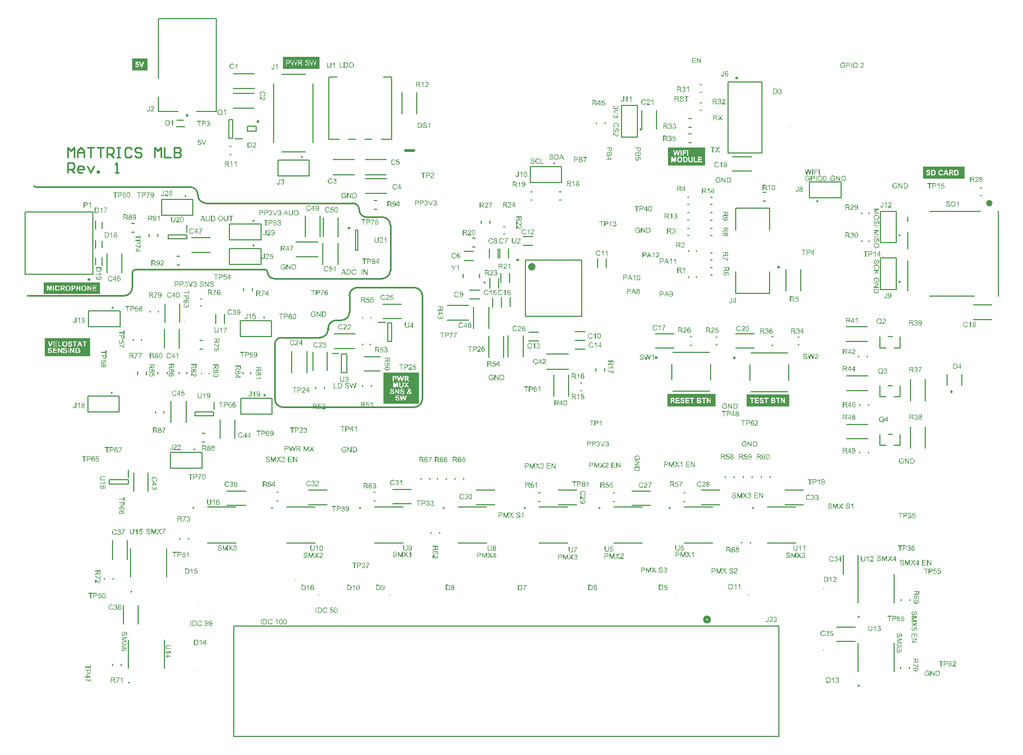
<source format=gto>
G04*
G04 #@! TF.GenerationSoftware,Altium Limited,Altium Designer,20.2.5 (213)*
G04*
G04 Layer_Color=65535*
%FSLAX25Y25*%
%MOIN*%
G70*
G04*
G04 #@! TF.SameCoordinates,92E5EDCF-DFCA-46C6-996D-A93F768FBCA8*
G04*
G04*
G04 #@! TF.FilePolarity,Positive*
G04*
G01*
G75*
%ADD10C,0.00787*%
%ADD11C,0.01000*%
%ADD12C,0.00984*%
%ADD13C,0.02000*%
%ADD14C,0.00394*%
%ADD15C,0.01968*%
%ADD16C,0.02362*%
%ADD17C,0.00500*%
%ADD18C,0.00600*%
%ADD19C,0.00800*%
%ADD20C,0.01575*%
G36*
X667000Y414000D02*
X641500D01*
Y421254D01*
X667000D01*
Y414000D01*
D02*
G37*
G36*
X572739Y416447D02*
X572323D01*
X571653Y418882D01*
Y418887D01*
X571648Y418896D01*
X571644Y418910D01*
X571639Y418933D01*
X571625Y418984D01*
X571611Y419044D01*
X571593Y419108D01*
X571574Y419169D01*
X571560Y419219D01*
X571556Y419242D01*
X571551Y419256D01*
Y419252D01*
X571547Y419247D01*
X571542Y419219D01*
X571533Y419178D01*
X571519Y419127D01*
X571505Y419071D01*
X571487Y419007D01*
X571473Y418942D01*
X571454Y418882D01*
X570780Y416447D01*
X570336D01*
X569500Y419644D01*
X569939D01*
X570415Y417547D01*
Y417542D01*
X570419Y417533D01*
X570424Y417515D01*
X570429Y417491D01*
X570433Y417459D01*
X570442Y417427D01*
X570452Y417385D01*
X570461Y417339D01*
X570484Y417242D01*
X570507Y417131D01*
X570530Y417011D01*
X570553Y416891D01*
Y416895D01*
X570558Y416914D01*
X570567Y416937D01*
X570572Y416974D01*
X570581Y417011D01*
X570595Y417057D01*
X570618Y417159D01*
X570646Y417261D01*
X570655Y417311D01*
X570669Y417357D01*
X570678Y417399D01*
X570687Y417436D01*
X570697Y417464D01*
X570701Y417482D01*
X571306Y419644D01*
X571819D01*
X572272Y418023D01*
Y418018D01*
X572281Y417995D01*
X572291Y417963D01*
X572300Y417921D01*
X572314Y417866D01*
X572332Y417806D01*
X572351Y417736D01*
X572369Y417658D01*
X572392Y417570D01*
X572411Y417482D01*
X572452Y417293D01*
X572494Y417094D01*
X572526Y416891D01*
Y416895D01*
X572531Y416905D01*
Y416923D01*
X572540Y416946D01*
X572545Y416974D01*
X572554Y417006D01*
X572558Y417048D01*
X572572Y417094D01*
X572595Y417196D01*
X572623Y417316D01*
X572651Y417445D01*
X572688Y417589D01*
X573187Y419644D01*
X573616D01*
X572739Y416447D01*
D02*
G37*
G36*
X578481D02*
X578056D01*
Y419644D01*
X578481D01*
Y416447D01*
D02*
G37*
G36*
X577437Y419266D02*
X575700D01*
Y418277D01*
X577202D01*
Y417898D01*
X575700D01*
Y416447D01*
X575275D01*
Y419644D01*
X577437D01*
Y419266D01*
D02*
G37*
G36*
X574508Y416447D02*
X574083D01*
Y419644D01*
X574508D01*
Y416447D01*
D02*
G37*
G36*
X571186Y415803D02*
X571223D01*
X571311Y415794D01*
X571408Y415780D01*
X571510Y415757D01*
X571621Y415729D01*
X571727Y415692D01*
X571732D01*
X571741Y415688D01*
X571755Y415683D01*
X571773Y415674D01*
X571824Y415646D01*
X571888Y415614D01*
X571958Y415568D01*
X572032Y415512D01*
X572101Y415452D01*
X572166Y415378D01*
X572175Y415369D01*
X572193Y415341D01*
X572221Y415300D01*
X572258Y415240D01*
X572295Y415166D01*
X572337Y415073D01*
X572378Y414972D01*
X572411Y414856D01*
X572027Y414755D01*
Y414759D01*
X572022Y414764D01*
X572018Y414778D01*
X572013Y414796D01*
X571999Y414838D01*
X571981Y414893D01*
X571953Y414958D01*
X571921Y415018D01*
X571888Y415083D01*
X571847Y415138D01*
X571842Y415143D01*
X571829Y415161D01*
X571801Y415184D01*
X571768Y415217D01*
X571727Y415253D01*
X571671Y415290D01*
X571611Y415327D01*
X571542Y415360D01*
X571533Y415364D01*
X571510Y415374D01*
X571468Y415387D01*
X571413Y415406D01*
X571348Y415420D01*
X571274Y415434D01*
X571191Y415443D01*
X571103Y415448D01*
X571052D01*
X571029Y415443D01*
X571001D01*
X570932Y415438D01*
X570854Y415424D01*
X570766Y415411D01*
X570683Y415387D01*
X570600Y415355D01*
X570590Y415350D01*
X570563Y415341D01*
X570526Y415318D01*
X570479Y415295D01*
X570424Y415258D01*
X570364Y415221D01*
X570308Y415175D01*
X570258Y415124D01*
X570253Y415120D01*
X570235Y415101D01*
X570212Y415069D01*
X570184Y415032D01*
X570151Y414986D01*
X570119Y414930D01*
X570087Y414870D01*
X570054Y414805D01*
Y414801D01*
X570050Y414791D01*
X570045Y414778D01*
X570036Y414755D01*
X570027Y414727D01*
X570017Y414694D01*
X570004Y414657D01*
X569994Y414616D01*
X569971Y414519D01*
X569953Y414408D01*
X569939Y414293D01*
X569934Y414163D01*
Y414159D01*
Y414145D01*
Y414122D01*
X569939Y414094D01*
Y414057D01*
X569944Y414011D01*
X569948Y413965D01*
X569953Y413914D01*
X569971Y413798D01*
X569994Y413678D01*
X570031Y413558D01*
X570078Y413443D01*
Y413438D01*
X570087Y413429D01*
X570091Y413415D01*
X570105Y413396D01*
X570138Y413345D01*
X570188Y413281D01*
X570248Y413211D01*
X570322Y413142D01*
X570410Y413077D01*
X570507Y413017D01*
X570512D01*
X570521Y413013D01*
X570535Y413004D01*
X570558Y412994D01*
X570581Y412985D01*
X570613Y412976D01*
X570687Y412948D01*
X570780Y412925D01*
X570881Y412902D01*
X570992Y412884D01*
X571108Y412879D01*
X571154D01*
X571182Y412884D01*
X571209D01*
X571279Y412893D01*
X571362Y412902D01*
X571450Y412920D01*
X571547Y412948D01*
X571644Y412981D01*
X571648D01*
X571658Y412985D01*
X571667Y412990D01*
X571685Y412999D01*
X571736Y413022D01*
X571792Y413050D01*
X571856Y413082D01*
X571925Y413119D01*
X571990Y413161D01*
X572046Y413207D01*
Y413807D01*
X571103D01*
Y414186D01*
X572461D01*
Y412999D01*
X572457Y412994D01*
X572448Y412990D01*
X572429Y412976D01*
X572406Y412957D01*
X572378Y412939D01*
X572346Y412916D01*
X572304Y412888D01*
X572263Y412860D01*
X572166Y412800D01*
X572055Y412736D01*
X571939Y412676D01*
X571815Y412625D01*
X571810D01*
X571801Y412620D01*
X571782Y412615D01*
X571759Y412606D01*
X571727Y412597D01*
X571690Y412583D01*
X571648Y412574D01*
X571607Y412565D01*
X571505Y412542D01*
X571390Y412519D01*
X571265Y412505D01*
X571136Y412500D01*
X571089D01*
X571057Y412505D01*
X571015D01*
X570964Y412509D01*
X570909Y412519D01*
X570849Y412523D01*
X570715Y412551D01*
X570572Y412583D01*
X570424Y412634D01*
X570350Y412662D01*
X570276Y412699D01*
X570271Y412703D01*
X570258Y412708D01*
X570239Y412722D01*
X570212Y412736D01*
X570179Y412759D01*
X570147Y412782D01*
X570059Y412847D01*
X569967Y412930D01*
X569870Y413031D01*
X569777Y413147D01*
X569694Y413281D01*
Y413285D01*
X569685Y413299D01*
X569676Y413318D01*
X569662Y413350D01*
X569648Y413382D01*
X569634Y413429D01*
X569616Y413475D01*
X569597Y413530D01*
X569579Y413590D01*
X569560Y413660D01*
X569546Y413729D01*
X569532Y413803D01*
X569509Y413965D01*
X569500Y414136D01*
Y414140D01*
Y414159D01*
Y414182D01*
X569505Y414214D01*
Y414256D01*
X569509Y414306D01*
X569519Y414357D01*
X569523Y414417D01*
X569537Y414482D01*
X569546Y414551D01*
X569583Y414699D01*
X569629Y414852D01*
X569694Y415004D01*
X569699Y415009D01*
X569703Y415023D01*
X569712Y415041D01*
X569731Y415069D01*
X569749Y415106D01*
X569773Y415143D01*
X569837Y415230D01*
X569916Y415332D01*
X570013Y415429D01*
X570124Y415526D01*
X570188Y415568D01*
X570253Y415609D01*
X570258Y415614D01*
X570271Y415619D01*
X570290Y415628D01*
X570318Y415642D01*
X570355Y415656D01*
X570396Y415674D01*
X570442Y415692D01*
X570498Y415711D01*
X570558Y415729D01*
X570623Y415743D01*
X570692Y415762D01*
X570766Y415776D01*
X570928Y415799D01*
X571011Y415808D01*
X571159D01*
X571186Y415803D01*
D02*
G37*
G36*
X576559Y412555D02*
X576134D01*
Y415753D01*
X576559D01*
Y412555D01*
D02*
G37*
G36*
X574467Y415748D02*
X574545Y415743D01*
X574628Y415739D01*
X574707Y415729D01*
X574776Y415720D01*
X574785D01*
X574818Y415711D01*
X574859Y415702D01*
X574915Y415688D01*
X574975Y415665D01*
X575039Y415637D01*
X575109Y415605D01*
X575169Y415568D01*
X575178Y415563D01*
X575197Y415549D01*
X575224Y415521D01*
X575261Y415489D01*
X575303Y415448D01*
X575344Y415392D01*
X575390Y415332D01*
X575427Y415263D01*
X575432Y415253D01*
X575441Y415230D01*
X575460Y415189D01*
X575478Y415133D01*
X575492Y415069D01*
X575511Y414995D01*
X575520Y414912D01*
X575525Y414824D01*
Y414819D01*
Y414805D01*
Y414787D01*
X575520Y414755D01*
X575515Y414722D01*
X575511Y414681D01*
X575501Y414634D01*
X575492Y414584D01*
X575460Y414477D01*
X575441Y414422D01*
X575414Y414362D01*
X575381Y414302D01*
X575349Y414246D01*
X575307Y414191D01*
X575261Y414136D01*
X575256Y414131D01*
X575247Y414122D01*
X575233Y414108D01*
X575210Y414094D01*
X575183Y414071D01*
X575146Y414048D01*
X575099Y414020D01*
X575049Y413997D01*
X574989Y413969D01*
X574919Y413941D01*
X574845Y413918D01*
X574758Y413900D01*
X574665Y413881D01*
X574564Y413868D01*
X574448Y413858D01*
X574328Y413854D01*
X573510D01*
Y412555D01*
X573085D01*
Y415753D01*
X574397D01*
X574467Y415748D01*
D02*
G37*
G36*
X581757Y415762D02*
X581817Y415753D01*
X581886Y415739D01*
X581960Y415720D01*
X582039Y415697D01*
X582113Y415660D01*
X582117D01*
X582122Y415656D01*
X582145Y415642D01*
X582182Y415619D01*
X582228Y415586D01*
X582279Y415540D01*
X582334Y415489D01*
X582385Y415429D01*
X582436Y415360D01*
X582441Y415350D01*
X582459Y415327D01*
X582478Y415286D01*
X582510Y415226D01*
X582538Y415157D01*
X582575Y415078D01*
X582607Y414986D01*
X582635Y414884D01*
Y414879D01*
X582639Y414870D01*
X582644Y414856D01*
X582649Y414833D01*
X582653Y414805D01*
X582658Y414773D01*
X582667Y414732D01*
X582672Y414685D01*
X582681Y414634D01*
X582686Y414579D01*
X582690Y414514D01*
X582699Y414450D01*
X582704Y414376D01*
Y414302D01*
X582709Y414219D01*
Y414131D01*
Y414126D01*
Y414108D01*
Y414075D01*
Y414039D01*
X582704Y413988D01*
Y413932D01*
X582699Y413872D01*
X582695Y413807D01*
X582681Y413660D01*
X582658Y413507D01*
X582630Y413359D01*
X582612Y413290D01*
X582588Y413221D01*
Y413216D01*
X582584Y413207D01*
X582575Y413188D01*
X582565Y413165D01*
X582556Y413133D01*
X582538Y413101D01*
X582501Y413022D01*
X582454Y412939D01*
X582394Y412847D01*
X582325Y412763D01*
X582242Y412685D01*
X582237D01*
X582233Y412676D01*
X582219Y412666D01*
X582200Y412657D01*
X582177Y412643D01*
X582154Y412625D01*
X582085Y412592D01*
X582002Y412560D01*
X581905Y412528D01*
X581789Y412509D01*
X581665Y412500D01*
X581618D01*
X581586Y412505D01*
X581549Y412509D01*
X581503Y412519D01*
X581452Y412528D01*
X581396Y412542D01*
X581341Y412560D01*
X581281Y412578D01*
X581221Y412606D01*
X581161Y412639D01*
X581101Y412676D01*
X581041Y412722D01*
X580985Y412773D01*
X580934Y412828D01*
X580930Y412833D01*
X580921Y412847D01*
X580907Y412870D01*
X580884Y412907D01*
X580861Y412948D01*
X580837Y413004D01*
X580805Y413068D01*
X580777Y413142D01*
X580750Y413225D01*
X580722Y413322D01*
X580694Y413429D01*
X580671Y413549D01*
X580648Y413678D01*
X580634Y413817D01*
X580625Y413969D01*
X580620Y414131D01*
Y414136D01*
Y414154D01*
Y414186D01*
Y414223D01*
X580625Y414274D01*
Y414329D01*
X580630Y414390D01*
X580634Y414459D01*
X580648Y414602D01*
X580671Y414755D01*
X580699Y414907D01*
X580717Y414976D01*
X580736Y415046D01*
Y415050D01*
X580740Y415060D01*
X580750Y415078D01*
X580759Y415101D01*
X580768Y415133D01*
X580787Y415166D01*
X580824Y415244D01*
X580870Y415327D01*
X580930Y415415D01*
X580999Y415503D01*
X581082Y415577D01*
X581087D01*
X581092Y415586D01*
X581105Y415595D01*
X581124Y415605D01*
X581147Y415623D01*
X581175Y415637D01*
X581244Y415674D01*
X581327Y415706D01*
X581424Y415739D01*
X581540Y415757D01*
X581665Y415766D01*
X581706D01*
X581757Y415762D01*
D02*
G37*
G36*
X578782Y415803D02*
X578823D01*
X578865Y415799D01*
X578920Y415789D01*
X578976Y415780D01*
X579096Y415757D01*
X579234Y415720D01*
X579368Y415665D01*
X579438Y415632D01*
X579507Y415595D01*
X579511Y415591D01*
X579521Y415586D01*
X579539Y415572D01*
X579567Y415558D01*
X579595Y415535D01*
X579632Y415508D01*
X579710Y415443D01*
X579793Y415360D01*
X579886Y415258D01*
X579974Y415138D01*
X580048Y415004D01*
Y414999D01*
X580057Y414986D01*
X580066Y414967D01*
X580075Y414939D01*
X580094Y414902D01*
X580107Y414861D01*
X580126Y414810D01*
X580145Y414755D01*
X580158Y414694D01*
X580177Y414630D01*
X580195Y414556D01*
X580209Y414482D01*
X580228Y414320D01*
X580237Y414145D01*
Y414140D01*
Y414122D01*
Y414099D01*
X580232Y414062D01*
Y414020D01*
X580228Y413969D01*
X580218Y413914D01*
X580214Y413854D01*
X580191Y413720D01*
X580154Y413572D01*
X580103Y413424D01*
X580075Y413350D01*
X580038Y413276D01*
Y413272D01*
X580029Y413258D01*
X580020Y413239D01*
X580001Y413211D01*
X579983Y413179D01*
X579960Y413147D01*
X579895Y413059D01*
X579816Y412967D01*
X579724Y412870D01*
X579613Y412777D01*
X579484Y412694D01*
X579479D01*
X579470Y412685D01*
X579447Y412676D01*
X579419Y412662D01*
X579387Y412648D01*
X579350Y412634D01*
X579304Y412615D01*
X579253Y412597D01*
X579197Y412578D01*
X579137Y412560D01*
X579003Y412532D01*
X578860Y412509D01*
X578708Y412500D01*
X578661D01*
X578634Y412505D01*
X578592D01*
X578546Y412514D01*
X578495Y412519D01*
X578435Y412528D01*
X578310Y412555D01*
X578176Y412592D01*
X578038Y412648D01*
X577969Y412680D01*
X577899Y412717D01*
X577894Y412722D01*
X577885Y412726D01*
X577867Y412740D01*
X577839Y412759D01*
X577811Y412777D01*
X577779Y412805D01*
X577701Y412874D01*
X577613Y412957D01*
X577520Y413059D01*
X577437Y413174D01*
X577359Y413308D01*
Y413313D01*
X577349Y413327D01*
X577340Y413345D01*
X577331Y413373D01*
X577317Y413410D01*
X577303Y413452D01*
X577285Y413498D01*
X577271Y413549D01*
X577252Y413609D01*
X577234Y413669D01*
X577206Y413807D01*
X577188Y413951D01*
X577178Y414108D01*
Y414112D01*
Y414117D01*
Y414145D01*
X577183Y414186D01*
Y414242D01*
X577192Y414306D01*
X577202Y414385D01*
X577215Y414473D01*
X577234Y414565D01*
X577252Y414662D01*
X577280Y414764D01*
X577317Y414865D01*
X577359Y414972D01*
X577405Y415073D01*
X577465Y415175D01*
X577530Y415267D01*
X577603Y415355D01*
X577608Y415360D01*
X577622Y415374D01*
X577650Y415397D01*
X577682Y415424D01*
X577724Y415461D01*
X577774Y415498D01*
X577835Y415540D01*
X577904Y415582D01*
X577978Y415623D01*
X578061Y415665D01*
X578153Y415702D01*
X578250Y415739D01*
X578357Y415766D01*
X578467Y415789D01*
X578583Y415803D01*
X578708Y415808D01*
X578749D01*
X578782Y415803D01*
D02*
G37*
G36*
X560000Y275000D02*
X534000D01*
Y282254D01*
X560000D01*
Y275000D01*
D02*
G37*
G36*
X508754Y427925D02*
D01*
Y422000D01*
X486000D01*
Y427925D01*
Y433091D01*
X508754D01*
Y427925D01*
D02*
G37*
G36*
X168204Y480000D02*
X159000D01*
Y487194D01*
X168204D01*
Y480000D01*
D02*
G37*
G36*
X586686Y415803D02*
X586723D01*
X586811Y415794D01*
X586908Y415780D01*
X587010Y415757D01*
X587121Y415729D01*
X587227Y415692D01*
X587231D01*
X587241Y415688D01*
X587255Y415683D01*
X587273Y415674D01*
X587324Y415646D01*
X587389Y415614D01*
X587458Y415568D01*
X587532Y415512D01*
X587601Y415452D01*
X587666Y415378D01*
X587675Y415369D01*
X587694Y415341D01*
X587721Y415300D01*
X587758Y415240D01*
X587795Y415166D01*
X587837Y415073D01*
X587878Y414972D01*
X587911Y414856D01*
X587527Y414755D01*
Y414759D01*
X587523Y414764D01*
X587518Y414778D01*
X587513Y414796D01*
X587499Y414838D01*
X587481Y414893D01*
X587453Y414958D01*
X587421Y415018D01*
X587389Y415083D01*
X587347Y415138D01*
X587342Y415143D01*
X587328Y415161D01*
X587301Y415184D01*
X587268Y415217D01*
X587227Y415253D01*
X587171Y415290D01*
X587111Y415327D01*
X587042Y415360D01*
X587033Y415364D01*
X587010Y415374D01*
X586968Y415387D01*
X586913Y415406D01*
X586848Y415420D01*
X586774Y415434D01*
X586691Y415443D01*
X586603Y415448D01*
X586552D01*
X586529Y415443D01*
X586502D01*
X586432Y415438D01*
X586354Y415424D01*
X586266Y415411D01*
X586183Y415387D01*
X586100Y415355D01*
X586090Y415350D01*
X586063Y415341D01*
X586026Y415318D01*
X585979Y415295D01*
X585924Y415258D01*
X585864Y415221D01*
X585809Y415175D01*
X585758Y415124D01*
X585753Y415120D01*
X585735Y415101D01*
X585711Y415069D01*
X585684Y415032D01*
X585651Y414986D01*
X585619Y414930D01*
X585587Y414870D01*
X585554Y414805D01*
Y414801D01*
X585550Y414791D01*
X585545Y414778D01*
X585536Y414755D01*
X585527Y414727D01*
X585517Y414694D01*
X585504Y414657D01*
X585494Y414616D01*
X585471Y414519D01*
X585453Y414408D01*
X585439Y414293D01*
X585434Y414163D01*
Y414159D01*
Y414145D01*
Y414122D01*
X585439Y414094D01*
Y414057D01*
X585443Y414011D01*
X585448Y413965D01*
X585453Y413914D01*
X585471Y413798D01*
X585494Y413678D01*
X585531Y413558D01*
X585577Y413443D01*
Y413438D01*
X585587Y413429D01*
X585591Y413415D01*
X585605Y413396D01*
X585638Y413345D01*
X585688Y413281D01*
X585748Y413211D01*
X585822Y413142D01*
X585910Y413077D01*
X586007Y413017D01*
X586012D01*
X586021Y413013D01*
X586035Y413004D01*
X586058Y412994D01*
X586081Y412985D01*
X586113Y412976D01*
X586187Y412948D01*
X586280Y412925D01*
X586381Y412902D01*
X586492Y412884D01*
X586608Y412879D01*
X586654D01*
X586682Y412884D01*
X586709D01*
X586779Y412893D01*
X586862Y412902D01*
X586950Y412920D01*
X587047Y412948D01*
X587144Y412981D01*
X587148D01*
X587157Y412985D01*
X587167Y412990D01*
X587185Y412999D01*
X587236Y413022D01*
X587291Y413050D01*
X587356Y413082D01*
X587426Y413119D01*
X587490Y413161D01*
X587546Y413207D01*
Y413807D01*
X586603D01*
Y414186D01*
X587961D01*
Y412999D01*
X587957Y412994D01*
X587948Y412990D01*
X587929Y412976D01*
X587906Y412957D01*
X587878Y412939D01*
X587846Y412916D01*
X587804Y412888D01*
X587763Y412860D01*
X587666Y412800D01*
X587555Y412736D01*
X587439Y412676D01*
X587315Y412625D01*
X587310D01*
X587301Y412620D01*
X587282Y412615D01*
X587259Y412606D01*
X587227Y412597D01*
X587190Y412583D01*
X587148Y412574D01*
X587107Y412565D01*
X587005Y412542D01*
X586890Y412519D01*
X586765Y412505D01*
X586635Y412500D01*
X586589D01*
X586557Y412505D01*
X586515D01*
X586465Y412509D01*
X586409Y412519D01*
X586349Y412523D01*
X586215Y412551D01*
X586072Y412583D01*
X585924Y412634D01*
X585850Y412662D01*
X585776Y412699D01*
X585772Y412703D01*
X585758Y412708D01*
X585739Y412722D01*
X585711Y412736D01*
X585679Y412759D01*
X585647Y412782D01*
X585559Y412847D01*
X585467Y412930D01*
X585370Y413031D01*
X585277Y413147D01*
X585194Y413281D01*
Y413285D01*
X585185Y413299D01*
X585176Y413318D01*
X585162Y413350D01*
X585148Y413382D01*
X585134Y413429D01*
X585115Y413475D01*
X585097Y413530D01*
X585078Y413590D01*
X585060Y413660D01*
X585046Y413729D01*
X585032Y413803D01*
X585009Y413965D01*
X585000Y414136D01*
Y414140D01*
Y414159D01*
Y414182D01*
X585005Y414214D01*
Y414256D01*
X585009Y414306D01*
X585018Y414357D01*
X585023Y414417D01*
X585037Y414482D01*
X585046Y414551D01*
X585083Y414699D01*
X585129Y414852D01*
X585194Y415004D01*
X585199Y415009D01*
X585203Y415023D01*
X585213Y415041D01*
X585231Y415069D01*
X585250Y415106D01*
X585273Y415143D01*
X585337Y415230D01*
X585416Y415332D01*
X585513Y415429D01*
X585624Y415526D01*
X585688Y415568D01*
X585753Y415609D01*
X585758Y415614D01*
X585772Y415619D01*
X585790Y415628D01*
X585818Y415642D01*
X585855Y415656D01*
X585896Y415674D01*
X585943Y415692D01*
X585998Y415711D01*
X586058Y415729D01*
X586123Y415743D01*
X586192Y415762D01*
X586266Y415776D01*
X586428Y415799D01*
X586511Y415808D01*
X586659D01*
X586686Y415803D01*
D02*
G37*
G36*
X591098Y412555D02*
X590660D01*
X588987Y415064D01*
Y412555D01*
X588581D01*
Y415753D01*
X589015D01*
X590692Y413239D01*
Y415753D01*
X591098D01*
Y412555D01*
D02*
G37*
G36*
X593122Y415748D02*
X593214Y415743D01*
X593307Y415734D01*
X593399Y415720D01*
X593478Y415706D01*
X593482D01*
X593492Y415702D01*
X593505D01*
X593524Y415692D01*
X593575Y415679D01*
X593639Y415656D01*
X593713Y415623D01*
X593792Y415582D01*
X593870Y415535D01*
X593944Y415475D01*
X593949Y415471D01*
X593954Y415466D01*
X593967Y415452D01*
X593986Y415438D01*
X594032Y415392D01*
X594088Y415327D01*
X594148Y415249D01*
X594212Y415157D01*
X594272Y415050D01*
X594323Y414930D01*
Y414925D01*
X594328Y414916D01*
X594337Y414898D01*
X594342Y414870D01*
X594355Y414838D01*
X594365Y414801D01*
X594374Y414759D01*
X594388Y414708D01*
X594402Y414657D01*
X594411Y414598D01*
X594434Y414468D01*
X594448Y414325D01*
X594452Y414168D01*
Y414163D01*
Y414154D01*
Y414131D01*
Y414108D01*
X594448Y414075D01*
Y414039D01*
X594443Y413951D01*
X594429Y413849D01*
X594416Y413743D01*
X594392Y413632D01*
X594365Y413521D01*
Y413516D01*
X594360Y413507D01*
X594355Y413493D01*
X594351Y413475D01*
X594332Y413424D01*
X594305Y413359D01*
X594277Y413285D01*
X594240Y413211D01*
X594194Y413133D01*
X594148Y413059D01*
X594143Y413050D01*
X594125Y413027D01*
X594097Y412994D01*
X594060Y412953D01*
X594018Y412907D01*
X593967Y412860D01*
X593917Y412810D01*
X593856Y412768D01*
X593847Y412763D01*
X593829Y412749D01*
X593796Y412731D01*
X593750Y412708D01*
X593695Y412680D01*
X593630Y412657D01*
X593556Y412629D01*
X593473Y412606D01*
X593464D01*
X593450Y412602D01*
X593436Y412597D01*
X593390Y412592D01*
X593325Y412583D01*
X593251Y412574D01*
X593163Y412565D01*
X593067Y412560D01*
X592960Y412555D01*
X591810D01*
Y415753D01*
X593039D01*
X593122Y415748D01*
D02*
G37*
G36*
X333808Y290301D02*
D01*
Y286405D01*
X312192D01*
Y290301D01*
D01*
Y295467D01*
X333808D01*
Y290301D01*
D02*
G37*
G36*
Y282425D02*
Y276500D01*
X312192D01*
Y282425D01*
D01*
Y286405D01*
X333808D01*
Y282425D01*
D02*
G37*
G36*
X139170Y350754D02*
Y343500D01*
X105000D01*
Y350754D01*
X139170D01*
D02*
G37*
G36*
X515000Y275000D02*
X485500D01*
Y282500D01*
X515000D01*
Y275000D01*
D02*
G37*
G36*
X133175Y311425D02*
D01*
Y305500D01*
X105500D01*
Y311425D01*
Y316711D01*
X133175D01*
Y311425D01*
D02*
G37*
G36*
X421392Y276649D02*
X421826D01*
Y276289D01*
X421392D01*
Y275522D01*
X420999D01*
Y276289D01*
X419608D01*
Y276649D01*
X421073Y278719D01*
X421392D01*
Y276649D01*
D02*
G37*
G36*
X418204Y278715D02*
X418245D01*
X418342Y278710D01*
X418444Y278696D01*
X418555Y278682D01*
X418657Y278659D01*
X418707Y278645D01*
X418749Y278631D01*
X418754D01*
X418758Y278627D01*
X418786Y278613D01*
X418828Y278595D01*
X418878Y278562D01*
X418934Y278521D01*
X418994Y278465D01*
X419049Y278400D01*
X419105Y278327D01*
Y278322D01*
X419109Y278317D01*
X419128Y278290D01*
X419146Y278243D01*
X419174Y278183D01*
X419197Y278114D01*
X419220Y278031D01*
X419234Y277943D01*
X419239Y277846D01*
Y277841D01*
Y277832D01*
Y277814D01*
X419234Y277791D01*
Y277758D01*
X419230Y277726D01*
X419211Y277647D01*
X419183Y277555D01*
X419146Y277458D01*
X419091Y277361D01*
X419054Y277315D01*
X419017Y277269D01*
X419012Y277264D01*
X419008Y277259D01*
X418994Y277245D01*
X418975Y277232D01*
X418952Y277213D01*
X418925Y277195D01*
X418888Y277172D01*
X418851Y277144D01*
X418805Y277121D01*
X418754Y277098D01*
X418698Y277070D01*
X418638Y277047D01*
X418569Y277028D01*
X418500Y277005D01*
X418421Y276991D01*
X418338Y276978D01*
X418347Y276973D01*
X418366Y276964D01*
X418393Y276945D01*
X418430Y276927D01*
X418513Y276876D01*
X418555Y276844D01*
X418592Y276816D01*
X418601Y276807D01*
X418624Y276783D01*
X418661Y276747D01*
X418707Y276700D01*
X418758Y276636D01*
X418818Y276566D01*
X418878Y276483D01*
X418943Y276391D01*
X419493Y275522D01*
X418966D01*
X418546Y276188D01*
Y276192D01*
X418537Y276201D01*
X418527Y276215D01*
X418513Y276234D01*
X418481Y276285D01*
X418439Y276349D01*
X418389Y276419D01*
X418338Y276493D01*
X418287Y276562D01*
X418241Y276626D01*
X418236Y276631D01*
X418222Y276649D01*
X418199Y276677D01*
X418167Y276710D01*
X418098Y276779D01*
X418061Y276811D01*
X418024Y276839D01*
X418019Y276844D01*
X418010Y276848D01*
X417991Y276857D01*
X417964Y276871D01*
X417936Y276885D01*
X417904Y276899D01*
X417830Y276922D01*
X417825D01*
X417816Y276927D01*
X417797D01*
X417774Y276931D01*
X417742Y276936D01*
X417705D01*
X417654Y276941D01*
X417109D01*
Y275522D01*
X416684D01*
Y278719D01*
X418167D01*
X418204Y278715D01*
D02*
G37*
G36*
X423364Y278729D02*
X423424Y278719D01*
X423494Y278706D01*
X423568Y278687D01*
X423646Y278664D01*
X423720Y278627D01*
X423725D01*
X423729Y278622D01*
X423752Y278608D01*
X423789Y278585D01*
X423836Y278553D01*
X423886Y278507D01*
X423942Y278456D01*
X423993Y278396D01*
X424044Y278327D01*
X424048Y278317D01*
X424067Y278294D01*
X424085Y278253D01*
X424118Y278193D01*
X424145Y278123D01*
X424182Y278045D01*
X424215Y277952D01*
X424242Y277851D01*
Y277846D01*
X424247Y277837D01*
X424251Y277823D01*
X424256Y277800D01*
X424261Y277772D01*
X424265Y277740D01*
X424274Y277698D01*
X424279Y277652D01*
X424288Y277601D01*
X424293Y277546D01*
X424298Y277481D01*
X424307Y277416D01*
X424311Y277343D01*
Y277269D01*
X424316Y277186D01*
Y277098D01*
Y277093D01*
Y277075D01*
Y277042D01*
Y277005D01*
X424311Y276955D01*
Y276899D01*
X424307Y276839D01*
X424302Y276774D01*
X424288Y276626D01*
X424265Y276474D01*
X424238Y276326D01*
X424219Y276257D01*
X424196Y276188D01*
Y276183D01*
X424191Y276174D01*
X424182Y276155D01*
X424173Y276132D01*
X424164Y276100D01*
X424145Y276067D01*
X424108Y275989D01*
X424062Y275906D01*
X424002Y275813D01*
X423933Y275730D01*
X423849Y275652D01*
X423845D01*
X423840Y275642D01*
X423826Y275633D01*
X423808Y275624D01*
X423785Y275610D01*
X423762Y275592D01*
X423692Y275559D01*
X423609Y275527D01*
X423512Y275495D01*
X423397Y275476D01*
X423272Y275467D01*
X423226D01*
X423194Y275471D01*
X423156Y275476D01*
X423110Y275485D01*
X423060Y275495D01*
X423004Y275508D01*
X422949Y275527D01*
X422889Y275545D01*
X422828Y275573D01*
X422768Y275605D01*
X422708Y275642D01*
X422648Y275689D01*
X422593Y275739D01*
X422542Y275795D01*
X422537Y275799D01*
X422528Y275813D01*
X422514Y275836D01*
X422491Y275873D01*
X422468Y275915D01*
X422445Y275970D01*
X422413Y276035D01*
X422385Y276109D01*
X422357Y276192D01*
X422330Y276289D01*
X422302Y276395D01*
X422279Y276516D01*
X422256Y276645D01*
X422242Y276783D01*
X422232Y276936D01*
X422228Y277098D01*
Y277102D01*
Y277121D01*
Y277153D01*
Y277190D01*
X422232Y277241D01*
Y277296D01*
X422237Y277356D01*
X422242Y277426D01*
X422256Y277569D01*
X422279Y277721D01*
X422306Y277874D01*
X422325Y277943D01*
X422343Y278012D01*
Y278017D01*
X422348Y278026D01*
X422357Y278045D01*
X422367Y278068D01*
X422376Y278100D01*
X422394Y278133D01*
X422431Y278211D01*
X422477Y278294D01*
X422537Y278382D01*
X422607Y278470D01*
X422690Y278544D01*
X422694D01*
X422699Y278553D01*
X422713Y278562D01*
X422731Y278572D01*
X422755Y278590D01*
X422782Y278604D01*
X422852Y278641D01*
X422935Y278673D01*
X423032Y278706D01*
X423147Y278724D01*
X423272Y278733D01*
X423314D01*
X423364Y278729D01*
D02*
G37*
G36*
X348619Y334438D02*
X348615Y334401D01*
Y334359D01*
X348610Y334262D01*
X348596Y334160D01*
X348582Y334050D01*
X348559Y333948D01*
X348545Y333897D01*
X348532Y333856D01*
Y333851D01*
X348527Y333846D01*
X348513Y333819D01*
X348495Y333777D01*
X348462Y333726D01*
X348421Y333671D01*
X348365Y333611D01*
X348301Y333555D01*
X348227Y333500D01*
X348222D01*
X348217Y333495D01*
X348190Y333477D01*
X348144Y333458D01*
X348083Y333431D01*
X348014Y333407D01*
X347931Y333384D01*
X347843Y333370D01*
X347746Y333366D01*
X347742D01*
X347732D01*
X347714D01*
X347691Y333370D01*
X347658D01*
X347626Y333375D01*
X347548Y333394D01*
X347455Y333421D01*
X347358Y333458D01*
X347261Y333514D01*
X347215Y333551D01*
X347169Y333588D01*
X347164Y333592D01*
X347159Y333597D01*
X347146Y333611D01*
X347132Y333629D01*
X347113Y333652D01*
X347095Y333680D01*
X347072Y333717D01*
X347044Y333754D01*
X347021Y333800D01*
X346998Y333851D01*
X346970Y333906D01*
X346947Y333966D01*
X346928Y334036D01*
X346905Y334105D01*
X346891Y334184D01*
X346878Y334267D01*
X346873Y334258D01*
X346864Y334239D01*
X346845Y334211D01*
X346827Y334174D01*
X346776Y334091D01*
X346744Y334050D01*
X346716Y334013D01*
X346707Y334003D01*
X346684Y333980D01*
X346647Y333943D01*
X346600Y333897D01*
X346536Y333846D01*
X346466Y333786D01*
X346383Y333726D01*
X346291Y333662D01*
X345422Y333112D01*
Y333639D01*
X346088Y334059D01*
X346092D01*
X346101Y334068D01*
X346115Y334077D01*
X346134Y334091D01*
X346185Y334123D01*
X346249Y334165D01*
X346319Y334216D01*
X346392Y334267D01*
X346462Y334318D01*
X346527Y334364D01*
X346531Y334368D01*
X346550Y334382D01*
X346577Y334405D01*
X346610Y334438D01*
X346679Y334507D01*
X346711Y334544D01*
X346739Y334581D01*
X346744Y334586D01*
X346748Y334595D01*
X346758Y334613D01*
X346771Y334641D01*
X346785Y334669D01*
X346799Y334701D01*
X346822Y334775D01*
Y334780D01*
X346827Y334789D01*
Y334807D01*
X346831Y334830D01*
X346836Y334863D01*
Y334900D01*
X346841Y334950D01*
Y335496D01*
X345422D01*
Y335921D01*
X348619D01*
Y334438D01*
D02*
G37*
G36*
Y331532D02*
Y331213D01*
X346550D01*
Y330779D01*
X346189D01*
Y331213D01*
X345422D01*
Y331606D01*
X346189D01*
Y332996D01*
X346550D01*
X348619Y331532D01*
D02*
G37*
G36*
X346319Y329979D02*
X346314D01*
X346305Y329975D01*
X346286Y329970D01*
X346263Y329965D01*
X346235Y329961D01*
X346203Y329952D01*
X346134Y329929D01*
X346051Y329896D01*
X345972Y329855D01*
X345898Y329808D01*
X345833Y329753D01*
X345829Y329744D01*
X345810Y329725D01*
X345787Y329688D01*
X345764Y329642D01*
X345736Y329587D01*
X345713Y329517D01*
X345695Y329439D01*
X345690Y329356D01*
Y329328D01*
X345695Y329310D01*
X345700Y329259D01*
X345713Y329194D01*
X345736Y329120D01*
X345769Y329042D01*
X345815Y328963D01*
X345880Y328889D01*
X345889Y328880D01*
X345917Y328857D01*
X345958Y328829D01*
X346014Y328792D01*
X346083Y328755D01*
X346162Y328727D01*
X346254Y328704D01*
X346356Y328695D01*
X346360D01*
X346369D01*
X346383D01*
X346402Y328700D01*
X346452Y328704D01*
X346513Y328718D01*
X346586Y328737D01*
X346660Y328769D01*
X346734Y328815D01*
X346804Y328875D01*
X346813Y328885D01*
X346831Y328908D01*
X346859Y328944D01*
X346891Y328995D01*
X346924Y329060D01*
X346952Y329139D01*
X346970Y329226D01*
X346979Y329323D01*
Y329365D01*
X346975Y329397D01*
X346970Y329439D01*
X346961Y329485D01*
X346952Y329540D01*
X346938Y329601D01*
X347284Y329554D01*
Y329531D01*
X347280Y329513D01*
Y329453D01*
X347289Y329402D01*
X347298Y329342D01*
X347312Y329273D01*
X347335Y329194D01*
X347367Y329120D01*
X347409Y329042D01*
Y329037D01*
X347413Y329032D01*
X347432Y329009D01*
X347464Y328977D01*
X347506Y328940D01*
X347566Y328903D01*
X347635Y328871D01*
X347714Y328848D01*
X347760Y328838D01*
X347811D01*
X347815D01*
X347820D01*
X347848D01*
X347885Y328848D01*
X347936Y328857D01*
X347991Y328875D01*
X348051Y328898D01*
X348111Y328935D01*
X348167Y328986D01*
X348171Y328991D01*
X348190Y329014D01*
X348213Y329046D01*
X348240Y329088D01*
X348264Y329143D01*
X348287Y329208D01*
X348305Y329282D01*
X348310Y329365D01*
Y329402D01*
X348301Y329444D01*
X348291Y329499D01*
X348273Y329559D01*
X348250Y329619D01*
X348213Y329684D01*
X348167Y329744D01*
X348162Y329748D01*
X348139Y329767D01*
X348107Y329795D01*
X348060Y329827D01*
X348000Y329859D01*
X347926Y329892D01*
X347838Y329919D01*
X347737Y329938D01*
X347806Y330330D01*
X347811D01*
X347825Y330326D01*
X347843Y330321D01*
X347871Y330317D01*
X347903Y330307D01*
X347940Y330294D01*
X348028Y330266D01*
X348130Y330220D01*
X348231Y330164D01*
X348328Y330095D01*
X348416Y330007D01*
X348421Y330002D01*
X348425Y329993D01*
X348434Y329979D01*
X348448Y329961D01*
X348467Y329938D01*
X348485Y329906D01*
X348504Y329873D01*
X348527Y329832D01*
X348564Y329739D01*
X348601Y329633D01*
X348624Y329508D01*
X348633Y329444D01*
Y329328D01*
X348629Y329277D01*
X348619Y329217D01*
X348605Y329143D01*
X348582Y329060D01*
X348555Y328977D01*
X348518Y328894D01*
Y328889D01*
X348513Y328885D01*
X348499Y328857D01*
X348471Y328815D01*
X348439Y328769D01*
X348393Y328713D01*
X348342Y328658D01*
X348282Y328603D01*
X348213Y328556D01*
X348203Y328552D01*
X348180Y328538D01*
X348139Y328520D01*
X348088Y328496D01*
X348028Y328473D01*
X347959Y328455D01*
X347880Y328441D01*
X347802Y328436D01*
X347792D01*
X347765D01*
X347728Y328441D01*
X347677Y328450D01*
X347617Y328464D01*
X347552Y328487D01*
X347487Y328515D01*
X347423Y328552D01*
X347413Y328556D01*
X347395Y328570D01*
X347363Y328598D01*
X347326Y328635D01*
X347284Y328681D01*
X347238Y328737D01*
X347196Y328801D01*
X347155Y328880D01*
Y328875D01*
X347150Y328866D01*
X347146Y328852D01*
X347141Y328834D01*
X347122Y328783D01*
X347095Y328718D01*
X347058Y328644D01*
X347012Y328570D01*
X346952Y328501D01*
X346882Y328436D01*
X346873Y328432D01*
X346845Y328413D01*
X346799Y328385D01*
X346739Y328358D01*
X346665Y328330D01*
X346577Y328302D01*
X346476Y328284D01*
X346365Y328279D01*
X346360D01*
X346346D01*
X346323D01*
X346295Y328284D01*
X346258Y328289D01*
X346217Y328298D01*
X346171Y328307D01*
X346120Y328316D01*
X346009Y328353D01*
X345949Y328381D01*
X345894Y328409D01*
X345833Y328446D01*
X345773Y328487D01*
X345713Y328533D01*
X345658Y328589D01*
X345653Y328593D01*
X345644Y328603D01*
X345630Y328621D01*
X345612Y328644D01*
X345589Y328672D01*
X345566Y328709D01*
X345538Y328750D01*
X345515Y328801D01*
X345487Y328852D01*
X345459Y328912D01*
X345436Y328972D01*
X345413Y329042D01*
X345395Y329116D01*
X345381Y329194D01*
X345372Y329273D01*
X345367Y329360D01*
Y329402D01*
X345372Y329430D01*
X345376Y329467D01*
X345381Y329508D01*
X345390Y329554D01*
X345399Y329605D01*
X345427Y329716D01*
X345473Y329832D01*
X345501Y329892D01*
X345533Y329947D01*
X345575Y330002D01*
X345616Y330058D01*
X345621Y330063D01*
X345630Y330072D01*
X345644Y330086D01*
X345662Y330100D01*
X345686Y330123D01*
X345718Y330146D01*
X345750Y330173D01*
X345792Y330201D01*
X345838Y330229D01*
X345884Y330257D01*
X345995Y330307D01*
X346125Y330349D01*
X346194Y330363D01*
X346268Y330372D01*
X346319Y329979D01*
D02*
G37*
G36*
X257321Y372747D02*
X257316Y372743D01*
X257307Y372733D01*
X257288Y372715D01*
X257270Y372687D01*
X257242Y372655D01*
X257205Y372618D01*
X257168Y372572D01*
X257127Y372516D01*
X257085Y372461D01*
X257034Y372396D01*
X256983Y372322D01*
X256933Y372248D01*
X256877Y372165D01*
X256822Y372077D01*
X256766Y371981D01*
X256711Y371884D01*
X256706Y371879D01*
X256697Y371860D01*
X256683Y371833D01*
X256660Y371791D01*
X256637Y371740D01*
X256609Y371685D01*
X256577Y371620D01*
X256545Y371546D01*
X256508Y371463D01*
X256466Y371380D01*
X256429Y371287D01*
X256392Y371191D01*
X256318Y370992D01*
X256249Y370779D01*
Y370775D01*
X256244Y370761D01*
X256240Y370738D01*
X256230Y370710D01*
X256221Y370673D01*
X256212Y370627D01*
X256198Y370576D01*
X256189Y370521D01*
X256175Y370456D01*
X256161Y370387D01*
X256138Y370239D01*
X256115Y370077D01*
X256101Y369901D01*
X255699D01*
Y369906D01*
Y369920D01*
Y369938D01*
X255704Y369966D01*
Y370003D01*
X255708Y370049D01*
X255713Y370100D01*
X255718Y370156D01*
X255727Y370220D01*
X255736Y370285D01*
X255750Y370363D01*
X255764Y370442D01*
X255778Y370525D01*
X255796Y370618D01*
X255842Y370807D01*
Y370812D01*
X255847Y370830D01*
X255856Y370858D01*
X255870Y370899D01*
X255884Y370946D01*
X255902Y371001D01*
X255921Y371066D01*
X255949Y371135D01*
X255976Y371214D01*
X256004Y371292D01*
X256073Y371468D01*
X256156Y371653D01*
X256249Y371837D01*
X256254Y371842D01*
X256263Y371860D01*
X256277Y371884D01*
X256295Y371920D01*
X256318Y371962D01*
X256350Y372013D01*
X256383Y372068D01*
X256420Y372128D01*
X256508Y372262D01*
X256600Y372401D01*
X256706Y372544D01*
X256817Y372678D01*
X255251D01*
Y373057D01*
X257321D01*
Y372747D01*
D02*
G37*
G36*
X254387Y371029D02*
X254821D01*
Y370668D01*
X254387D01*
Y369901D01*
X253994D01*
Y370668D01*
X252604D01*
Y371029D01*
X254068Y373098D01*
X254387D01*
Y371029D01*
D02*
G37*
G36*
X251199Y373094D02*
X251241D01*
X251338Y373089D01*
X251439Y373075D01*
X251550Y373062D01*
X251652Y373039D01*
X251703Y373025D01*
X251744Y373011D01*
X251749D01*
X251754Y373006D01*
X251781Y372992D01*
X251823Y372974D01*
X251874Y372941D01*
X251929Y372900D01*
X251989Y372844D01*
X252045Y372780D01*
X252100Y372706D01*
Y372701D01*
X252105Y372697D01*
X252123Y372669D01*
X252142Y372623D01*
X252169Y372563D01*
X252192Y372493D01*
X252216Y372410D01*
X252229Y372322D01*
X252234Y372225D01*
Y372221D01*
Y372212D01*
Y372193D01*
X252229Y372170D01*
Y372138D01*
X252225Y372105D01*
X252206Y372027D01*
X252179Y371934D01*
X252142Y371837D01*
X252086Y371740D01*
X252049Y371694D01*
X252012Y371648D01*
X252008Y371643D01*
X252003Y371639D01*
X251989Y371625D01*
X251971Y371611D01*
X251948Y371592D01*
X251920Y371574D01*
X251883Y371551D01*
X251846Y371523D01*
X251800Y371500D01*
X251749Y371477D01*
X251694Y371449D01*
X251634Y371426D01*
X251564Y371408D01*
X251495Y371385D01*
X251416Y371371D01*
X251333Y371357D01*
X251343Y371352D01*
X251361Y371343D01*
X251389Y371324D01*
X251426Y371306D01*
X251509Y371255D01*
X251550Y371223D01*
X251587Y371195D01*
X251597Y371186D01*
X251620Y371163D01*
X251657Y371126D01*
X251703Y371080D01*
X251754Y371015D01*
X251814Y370946D01*
X251874Y370862D01*
X251938Y370770D01*
X252488Y369901D01*
X251961D01*
X251541Y370567D01*
Y370571D01*
X251532Y370581D01*
X251523Y370595D01*
X251509Y370613D01*
X251476Y370664D01*
X251435Y370728D01*
X251384Y370798D01*
X251333Y370872D01*
X251282Y370941D01*
X251236Y371006D01*
X251232Y371010D01*
X251218Y371029D01*
X251195Y371057D01*
X251162Y371089D01*
X251093Y371158D01*
X251056Y371191D01*
X251019Y371218D01*
X251014Y371223D01*
X251005Y371227D01*
X250987Y371237D01*
X250959Y371251D01*
X250931Y371264D01*
X250899Y371278D01*
X250825Y371301D01*
X250820D01*
X250811Y371306D01*
X250793D01*
X250770Y371311D01*
X250737Y371315D01*
X250700D01*
X250649Y371320D01*
X250104D01*
Y369901D01*
X249679D01*
Y373098D01*
X251162D01*
X251199Y373094D01*
D02*
G37*
G36*
X453452Y458107D02*
X453447D01*
X453438Y458103D01*
X453419Y458098D01*
X453396Y458093D01*
X453369Y458089D01*
X453336Y458080D01*
X453267Y458056D01*
X453184Y458024D01*
X453105Y457983D01*
X453031Y457936D01*
X452967Y457881D01*
X452962Y457872D01*
X452944Y457853D01*
X452920Y457816D01*
X452897Y457770D01*
X452870Y457715D01*
X452846Y457645D01*
X452828Y457567D01*
X452823Y457484D01*
Y457456D01*
X452828Y457437D01*
X452833Y457387D01*
X452846Y457322D01*
X452870Y457248D01*
X452902Y457169D01*
X452948Y457091D01*
X453013Y457017D01*
X453022Y457008D01*
X453050Y456985D01*
X453091Y456957D01*
X453147Y456920D01*
X453216Y456883D01*
X453295Y456855D01*
X453387Y456832D01*
X453489Y456823D01*
X453493D01*
X453503D01*
X453516D01*
X453535Y456828D01*
X453586Y456832D01*
X453646Y456846D01*
X453720Y456865D01*
X453794Y456897D01*
X453867Y456943D01*
X453937Y457003D01*
X453946Y457012D01*
X453965Y457035D01*
X453992Y457072D01*
X454025Y457123D01*
X454057Y457188D01*
X454085Y457267D01*
X454103Y457354D01*
X454112Y457451D01*
Y457493D01*
X454108Y457525D01*
X454103Y457567D01*
X454094Y457613D01*
X454085Y457668D01*
X454071Y457728D01*
X454417Y457682D01*
Y457659D01*
X454413Y457641D01*
Y457581D01*
X454422Y457530D01*
X454431Y457470D01*
X454445Y457400D01*
X454468Y457322D01*
X454500Y457248D01*
X454542Y457169D01*
Y457165D01*
X454547Y457160D01*
X454565Y457137D01*
X454598Y457105D01*
X454639Y457068D01*
X454699Y457031D01*
X454768Y456998D01*
X454847Y456975D01*
X454893Y456966D01*
X454944D01*
X454949D01*
X454953D01*
X454981D01*
X455018Y456975D01*
X455069Y456985D01*
X455124Y457003D01*
X455184Y457026D01*
X455244Y457063D01*
X455300Y457114D01*
X455304Y457119D01*
X455323Y457142D01*
X455346Y457174D01*
X455374Y457216D01*
X455397Y457271D01*
X455420Y457336D01*
X455438Y457410D01*
X455443Y457493D01*
Y457530D01*
X455434Y457571D01*
X455424Y457627D01*
X455406Y457687D01*
X455383Y457747D01*
X455346Y457812D01*
X455300Y457872D01*
X455295Y457876D01*
X455272Y457895D01*
X455240Y457923D01*
X455194Y457955D01*
X455133Y457987D01*
X455059Y458019D01*
X454972Y458047D01*
X454870Y458066D01*
X454939Y458458D01*
X454944D01*
X454958Y458454D01*
X454976Y458449D01*
X455004Y458445D01*
X455036Y458435D01*
X455073Y458422D01*
X455161Y458394D01*
X455263Y458348D01*
X455364Y458292D01*
X455461Y458223D01*
X455549Y458135D01*
X455554Y458130D01*
X455558Y458121D01*
X455568Y458107D01*
X455582Y458089D01*
X455600Y458066D01*
X455618Y458033D01*
X455637Y458001D01*
X455660Y457960D01*
X455697Y457867D01*
X455734Y457761D01*
X455757Y457636D01*
X455766Y457571D01*
Y457456D01*
X455762Y457405D01*
X455753Y457345D01*
X455739Y457271D01*
X455716Y457188D01*
X455688Y457105D01*
X455651Y457022D01*
Y457017D01*
X455646Y457012D01*
X455632Y456985D01*
X455605Y456943D01*
X455572Y456897D01*
X455526Y456841D01*
X455475Y456786D01*
X455415Y456731D01*
X455346Y456684D01*
X455337Y456680D01*
X455314Y456666D01*
X455272Y456647D01*
X455221Y456624D01*
X455161Y456601D01*
X455092Y456583D01*
X455013Y456569D01*
X454935Y456564D01*
X454925D01*
X454898D01*
X454861Y456569D01*
X454810Y456578D01*
X454750Y456592D01*
X454685Y456615D01*
X454621Y456643D01*
X454556Y456680D01*
X454547Y456684D01*
X454528Y456698D01*
X454496Y456726D01*
X454459Y456763D01*
X454417Y456809D01*
X454371Y456865D01*
X454329Y456929D01*
X454288Y457008D01*
Y457003D01*
X454283Y456994D01*
X454279Y456980D01*
X454274Y456961D01*
X454256Y456911D01*
X454228Y456846D01*
X454191Y456772D01*
X454145Y456698D01*
X454085Y456629D01*
X454015Y456564D01*
X454006Y456560D01*
X453978Y456541D01*
X453932Y456513D01*
X453872Y456486D01*
X453798Y456458D01*
X453710Y456430D01*
X453609Y456412D01*
X453498Y456407D01*
X453493D01*
X453479D01*
X453456D01*
X453429Y456412D01*
X453392Y456416D01*
X453350Y456426D01*
X453304Y456435D01*
X453253Y456444D01*
X453142Y456481D01*
X453082Y456509D01*
X453027Y456536D01*
X452967Y456573D01*
X452907Y456615D01*
X452846Y456661D01*
X452791Y456717D01*
X452786Y456721D01*
X452777Y456731D01*
X452763Y456749D01*
X452745Y456772D01*
X452722Y456800D01*
X452699Y456837D01*
X452671Y456878D01*
X452648Y456929D01*
X452620Y456980D01*
X452592Y457040D01*
X452569Y457100D01*
X452546Y457169D01*
X452528Y457243D01*
X452514Y457322D01*
X452505Y457400D01*
X452500Y457488D01*
Y457530D01*
X452505Y457557D01*
X452509Y457594D01*
X452514Y457636D01*
X452523Y457682D01*
X452532Y457733D01*
X452560Y457844D01*
X452606Y457960D01*
X452634Y458019D01*
X452666Y458075D01*
X452708Y458130D01*
X452749Y458186D01*
X452754Y458190D01*
X452763Y458200D01*
X452777Y458214D01*
X452796Y458227D01*
X452819Y458251D01*
X452851Y458274D01*
X452883Y458301D01*
X452925Y458329D01*
X452971Y458357D01*
X453017Y458385D01*
X453128Y458435D01*
X453258Y458477D01*
X453327Y458491D01*
X453401Y458500D01*
X453452Y458107D01*
D02*
G37*
G36*
X455753Y455728D02*
X453429Y454896D01*
X453424D01*
X453415Y454892D01*
X453401Y454887D01*
X453382Y454878D01*
X453355Y454873D01*
X453327Y454864D01*
X453258Y454841D01*
X453179Y454813D01*
X453091Y454785D01*
X452907Y454730D01*
X452911D01*
X452920Y454726D01*
X452934Y454721D01*
X452953Y454716D01*
X453004Y454702D01*
X453073Y454679D01*
X453151Y454656D01*
X453239Y454628D01*
X453332Y454596D01*
X453429Y454559D01*
X455753Y453691D01*
Y453261D01*
X452555Y454508D01*
Y454952D01*
X455753Y456190D01*
Y455728D01*
D02*
G37*
G36*
X453452Y452642D02*
X453447D01*
X453438Y452637D01*
X453419Y452633D01*
X453396Y452628D01*
X453369Y452623D01*
X453336Y452614D01*
X453267Y452591D01*
X453184Y452559D01*
X453105Y452517D01*
X453031Y452471D01*
X452967Y452416D01*
X452962Y452406D01*
X452944Y452388D01*
X452920Y452351D01*
X452897Y452305D01*
X452870Y452249D01*
X452846Y452180D01*
X452828Y452101D01*
X452823Y452018D01*
Y451990D01*
X452828Y451972D01*
X452833Y451921D01*
X452846Y451856D01*
X452870Y451783D01*
X452902Y451704D01*
X452948Y451625D01*
X453013Y451551D01*
X453022Y451542D01*
X453050Y451519D01*
X453091Y451491D01*
X453147Y451454D01*
X453216Y451417D01*
X453295Y451390D01*
X453387Y451367D01*
X453489Y451358D01*
X453493D01*
X453503D01*
X453516D01*
X453535Y451362D01*
X453586Y451367D01*
X453646Y451381D01*
X453720Y451399D01*
X453794Y451431D01*
X453867Y451478D01*
X453937Y451538D01*
X453946Y451547D01*
X453965Y451570D01*
X453992Y451607D01*
X454025Y451658D01*
X454057Y451722D01*
X454085Y451801D01*
X454103Y451889D01*
X454112Y451986D01*
Y452027D01*
X454108Y452060D01*
X454103Y452101D01*
X454094Y452147D01*
X454085Y452203D01*
X454071Y452263D01*
X454417Y452217D01*
Y452194D01*
X454413Y452175D01*
Y452115D01*
X454422Y452064D01*
X454431Y452004D01*
X454445Y451935D01*
X454468Y451856D01*
X454500Y451783D01*
X454542Y451704D01*
Y451699D01*
X454547Y451695D01*
X454565Y451672D01*
X454598Y451639D01*
X454639Y451602D01*
X454699Y451565D01*
X454768Y451533D01*
X454847Y451510D01*
X454893Y451501D01*
X454944D01*
X454949D01*
X454953D01*
X454981D01*
X455018Y451510D01*
X455069Y451519D01*
X455124Y451538D01*
X455184Y451561D01*
X455244Y451598D01*
X455300Y451649D01*
X455304Y451653D01*
X455323Y451676D01*
X455346Y451709D01*
X455374Y451750D01*
X455397Y451806D01*
X455420Y451870D01*
X455438Y451944D01*
X455443Y452027D01*
Y452064D01*
X455434Y452106D01*
X455424Y452161D01*
X455406Y452221D01*
X455383Y452282D01*
X455346Y452346D01*
X455300Y452406D01*
X455295Y452411D01*
X455272Y452429D01*
X455240Y452457D01*
X455194Y452489D01*
X455133Y452522D01*
X455059Y452554D01*
X454972Y452582D01*
X454870Y452600D01*
X454939Y452993D01*
X454944D01*
X454958Y452988D01*
X454976Y452984D01*
X455004Y452979D01*
X455036Y452970D01*
X455073Y452956D01*
X455161Y452928D01*
X455263Y452882D01*
X455364Y452827D01*
X455461Y452757D01*
X455549Y452670D01*
X455554Y452665D01*
X455558Y452656D01*
X455568Y452642D01*
X455582Y452623D01*
X455600Y452600D01*
X455618Y452568D01*
X455637Y452536D01*
X455660Y452494D01*
X455697Y452402D01*
X455734Y452295D01*
X455757Y452171D01*
X455766Y452106D01*
Y451990D01*
X455762Y451940D01*
X455753Y451880D01*
X455739Y451806D01*
X455716Y451722D01*
X455688Y451639D01*
X455651Y451556D01*
Y451551D01*
X455646Y451547D01*
X455632Y451519D01*
X455605Y451478D01*
X455572Y451431D01*
X455526Y451376D01*
X455475Y451321D01*
X455415Y451265D01*
X455346Y451219D01*
X455337Y451214D01*
X455314Y451200D01*
X455272Y451182D01*
X455221Y451159D01*
X455161Y451136D01*
X455092Y451117D01*
X455013Y451103D01*
X454935Y451099D01*
X454925D01*
X454898D01*
X454861Y451103D01*
X454810Y451113D01*
X454750Y451126D01*
X454685Y451150D01*
X454621Y451177D01*
X454556Y451214D01*
X454547Y451219D01*
X454528Y451233D01*
X454496Y451261D01*
X454459Y451297D01*
X454417Y451344D01*
X454371Y451399D01*
X454329Y451464D01*
X454288Y451542D01*
Y451538D01*
X454283Y451528D01*
X454279Y451515D01*
X454274Y451496D01*
X454256Y451445D01*
X454228Y451381D01*
X454191Y451307D01*
X454145Y451233D01*
X454085Y451163D01*
X454015Y451099D01*
X454006Y451094D01*
X453978Y451076D01*
X453932Y451048D01*
X453872Y451020D01*
X453798Y450992D01*
X453710Y450965D01*
X453609Y450946D01*
X453498Y450942D01*
X453493D01*
X453479D01*
X453456D01*
X453429Y450946D01*
X453392Y450951D01*
X453350Y450960D01*
X453304Y450969D01*
X453253Y450979D01*
X453142Y451016D01*
X453082Y451043D01*
X453027Y451071D01*
X452967Y451108D01*
X452907Y451150D01*
X452846Y451196D01*
X452791Y451251D01*
X452786Y451256D01*
X452777Y451265D01*
X452763Y451284D01*
X452745Y451307D01*
X452722Y451334D01*
X452699Y451371D01*
X452671Y451413D01*
X452648Y451464D01*
X452620Y451515D01*
X452592Y451575D01*
X452569Y451635D01*
X452546Y451704D01*
X452528Y451778D01*
X452514Y451856D01*
X452505Y451935D01*
X452500Y452023D01*
Y452064D01*
X452505Y452092D01*
X452509Y452129D01*
X452514Y452171D01*
X452523Y452217D01*
X452532Y452268D01*
X452560Y452379D01*
X452606Y452494D01*
X452634Y452554D01*
X452666Y452609D01*
X452708Y452665D01*
X452749Y452720D01*
X452754Y452725D01*
X452763Y452734D01*
X452777Y452748D01*
X452796Y452762D01*
X452819Y452785D01*
X452851Y452808D01*
X452883Y452836D01*
X452925Y452864D01*
X452971Y452891D01*
X453017Y452919D01*
X453128Y452970D01*
X453258Y453011D01*
X453327Y453025D01*
X453401Y453034D01*
X453452Y452642D01*
D02*
G37*
G36*
X207550Y351303D02*
X207583D01*
X207670Y351294D01*
X207767Y351280D01*
X207869Y351257D01*
X207980Y351229D01*
X208082Y351192D01*
X208086D01*
X208095Y351188D01*
X208109Y351179D01*
X208128Y351169D01*
X208174Y351146D01*
X208234Y351105D01*
X208303Y351058D01*
X208373Y350998D01*
X208437Y350929D01*
X208497Y350851D01*
Y350846D01*
X208502Y350841D01*
X208511Y350827D01*
X208520Y350814D01*
X208543Y350767D01*
X208571Y350707D01*
X208604Y350633D01*
X208627Y350546D01*
X208650Y350453D01*
X208659Y350352D01*
X208253Y350319D01*
Y350324D01*
Y350333D01*
X208248Y350347D01*
X208243Y350370D01*
X208229Y350421D01*
X208211Y350490D01*
X208183Y350564D01*
X208142Y350638D01*
X208091Y350707D01*
X208026Y350772D01*
X208017Y350777D01*
X207994Y350795D01*
X207947Y350823D01*
X207888Y350851D01*
X207809Y350878D01*
X207716Y350906D01*
X207601Y350924D01*
X207472Y350929D01*
X207407D01*
X207379Y350924D01*
X207342Y350920D01*
X207259Y350911D01*
X207167Y350892D01*
X207074Y350869D01*
X206987Y350832D01*
X206950Y350809D01*
X206913Y350786D01*
X206903Y350781D01*
X206885Y350763D01*
X206857Y350730D01*
X206830Y350693D01*
X206797Y350643D01*
X206769Y350587D01*
X206751Y350522D01*
X206742Y350449D01*
Y350439D01*
Y350421D01*
X206746Y350389D01*
X206756Y350352D01*
X206769Y350305D01*
X206792Y350259D01*
X206820Y350213D01*
X206862Y350167D01*
X206867Y350162D01*
X206890Y350148D01*
X206908Y350134D01*
X206926Y350125D01*
X206954Y350111D01*
X206987Y350093D01*
X207028Y350079D01*
X207074Y350061D01*
X207125Y350042D01*
X207185Y350019D01*
X207250Y350001D01*
X207324Y349977D01*
X207407Y349959D01*
X207499Y349936D01*
X207504D01*
X207523Y349931D01*
X207550Y349926D01*
X207583Y349917D01*
X207624Y349908D01*
X207675Y349894D01*
X207726Y349880D01*
X207781Y349867D01*
X207901Y349834D01*
X208017Y349802D01*
X208072Y349783D01*
X208123Y349765D01*
X208169Y349751D01*
X208206Y349732D01*
X208211D01*
X208220Y349728D01*
X208234Y349719D01*
X208253Y349709D01*
X208303Y349682D01*
X208363Y349645D01*
X208433Y349594D01*
X208502Y349538D01*
X208567Y349474D01*
X208622Y349405D01*
X208627Y349395D01*
X208645Y349372D01*
X208664Y349331D01*
X208691Y349275D01*
X208715Y349210D01*
X208738Y349132D01*
X208751Y349044D01*
X208756Y348952D01*
Y348947D01*
Y348942D01*
Y348929D01*
Y348910D01*
X208747Y348859D01*
X208738Y348795D01*
X208719Y348721D01*
X208696Y348642D01*
X208659Y348559D01*
X208608Y348471D01*
Y348467D01*
X208604Y348462D01*
X208580Y348434D01*
X208548Y348393D01*
X208502Y348346D01*
X208442Y348291D01*
X208368Y348231D01*
X208285Y348176D01*
X208188Y348125D01*
X208183D01*
X208174Y348120D01*
X208160Y348115D01*
X208142Y348106D01*
X208114Y348097D01*
X208082Y348083D01*
X208008Y348065D01*
X207920Y348042D01*
X207814Y348019D01*
X207698Y348005D01*
X207573Y348000D01*
X207499D01*
X207462Y348005D01*
X207421D01*
X207375Y348009D01*
X207319Y348014D01*
X207204Y348032D01*
X207084Y348051D01*
X206963Y348083D01*
X206848Y348125D01*
X206843D01*
X206834Y348129D01*
X206820Y348139D01*
X206802Y348148D01*
X206746Y348176D01*
X206682Y348217D01*
X206608Y348273D01*
X206529Y348337D01*
X206455Y348416D01*
X206386Y348504D01*
Y348508D01*
X206377Y348517D01*
X206372Y348531D01*
X206358Y348550D01*
X206349Y348573D01*
X206335Y348601D01*
X206303Y348670D01*
X206271Y348758D01*
X206243Y348855D01*
X206224Y348966D01*
X206215Y349081D01*
X206612Y349118D01*
Y349113D01*
Y349109D01*
X206617Y349095D01*
Y349077D01*
X206626Y349035D01*
X206640Y348975D01*
X206659Y348915D01*
X206677Y348846D01*
X206709Y348781D01*
X206742Y348721D01*
X206746Y348716D01*
X206760Y348698D01*
X206783Y348665D01*
X206820Y348633D01*
X206867Y348591D01*
X206917Y348550D01*
X206987Y348508D01*
X207061Y348471D01*
X207065D01*
X207070Y348467D01*
X207084Y348462D01*
X207098Y348457D01*
X207144Y348444D01*
X207204Y348425D01*
X207278Y348407D01*
X207361Y348393D01*
X207453Y348383D01*
X207555Y348379D01*
X207596D01*
X207643Y348383D01*
X207698Y348388D01*
X207763Y348397D01*
X207837Y348407D01*
X207911Y348425D01*
X207980Y348448D01*
X207989Y348453D01*
X208012Y348462D01*
X208045Y348481D01*
X208086Y348499D01*
X208128Y348531D01*
X208174Y348564D01*
X208220Y348601D01*
X208257Y348647D01*
X208262Y348651D01*
X208271Y348670D01*
X208285Y348693D01*
X208303Y348730D01*
X208322Y348767D01*
X208336Y348813D01*
X208345Y348864D01*
X208349Y348919D01*
Y348924D01*
Y348947D01*
X208345Y348975D01*
X208340Y349012D01*
X208326Y349049D01*
X208313Y349095D01*
X208289Y349141D01*
X208257Y349183D01*
X208253Y349187D01*
X208239Y349201D01*
X208220Y349220D01*
X208188Y349247D01*
X208151Y349275D01*
X208100Y349307D01*
X208040Y349340D01*
X207971Y349367D01*
X207966Y349372D01*
X207943Y349377D01*
X207906Y349391D01*
X207883Y349395D01*
X207851Y349405D01*
X207818Y349418D01*
X207777Y349428D01*
X207730Y349441D01*
X207675Y349455D01*
X207620Y349469D01*
X207555Y349488D01*
X207481Y349506D01*
X207402Y349525D01*
X207398D01*
X207384Y349529D01*
X207361Y349534D01*
X207333Y349543D01*
X207296Y349552D01*
X207255Y349562D01*
X207162Y349589D01*
X207061Y349622D01*
X206954Y349654D01*
X206862Y349686D01*
X206820Y349705D01*
X206783Y349723D01*
X206779D01*
X206774Y349728D01*
X206746Y349746D01*
X206705Y349769D01*
X206659Y349806D01*
X206603Y349848D01*
X206548Y349899D01*
X206492Y349959D01*
X206446Y350024D01*
X206441Y350033D01*
X206428Y350056D01*
X206409Y350093D01*
X206391Y350139D01*
X206372Y350199D01*
X206354Y350268D01*
X206340Y350342D01*
X206335Y350421D01*
Y350426D01*
Y350430D01*
Y350444D01*
Y350463D01*
X206344Y350509D01*
X206354Y350569D01*
X206367Y350638D01*
X206391Y350717D01*
X206423Y350795D01*
X206469Y350874D01*
Y350878D01*
X206474Y350883D01*
X206497Y350911D01*
X206529Y350948D01*
X206571Y350994D01*
X206626Y351045D01*
X206696Y351100D01*
X206779Y351151D01*
X206871Y351197D01*
X206876D01*
X206885Y351202D01*
X206899Y351206D01*
X206917Y351216D01*
X206940Y351225D01*
X206973Y351234D01*
X207042Y351253D01*
X207130Y351271D01*
X207231Y351289D01*
X207338Y351303D01*
X207458Y351308D01*
X207518D01*
X207550Y351303D01*
D02*
G37*
G36*
X201346D02*
X201378D01*
X201466Y351294D01*
X201563Y351280D01*
X201664Y351257D01*
X201775Y351229D01*
X201877Y351192D01*
X201882D01*
X201891Y351188D01*
X201905Y351179D01*
X201923Y351169D01*
X201969Y351146D01*
X202029Y351105D01*
X202099Y351058D01*
X202168Y350998D01*
X202233Y350929D01*
X202293Y350851D01*
Y350846D01*
X202297Y350841D01*
X202307Y350827D01*
X202316Y350814D01*
X202339Y350767D01*
X202367Y350707D01*
X202399Y350633D01*
X202422Y350546D01*
X202445Y350453D01*
X202454Y350352D01*
X202048Y350319D01*
Y350324D01*
Y350333D01*
X202043Y350347D01*
X202039Y350370D01*
X202025Y350421D01*
X202006Y350490D01*
X201978Y350564D01*
X201937Y350638D01*
X201886Y350707D01*
X201821Y350772D01*
X201812Y350777D01*
X201789Y350795D01*
X201743Y350823D01*
X201683Y350851D01*
X201604Y350878D01*
X201512Y350906D01*
X201396Y350924D01*
X201267Y350929D01*
X201202D01*
X201175Y350924D01*
X201138Y350920D01*
X201055Y350911D01*
X200962Y350892D01*
X200870Y350869D01*
X200782Y350832D01*
X200745Y350809D01*
X200708Y350786D01*
X200699Y350781D01*
X200680Y350763D01*
X200653Y350730D01*
X200625Y350693D01*
X200592Y350643D01*
X200565Y350587D01*
X200546Y350522D01*
X200537Y350449D01*
Y350439D01*
Y350421D01*
X200542Y350389D01*
X200551Y350352D01*
X200565Y350305D01*
X200588Y350259D01*
X200616Y350213D01*
X200657Y350167D01*
X200662Y350162D01*
X200685Y350148D01*
X200703Y350134D01*
X200722Y350125D01*
X200750Y350111D01*
X200782Y350093D01*
X200823Y350079D01*
X200870Y350061D01*
X200921Y350042D01*
X200981Y350019D01*
X201045Y350001D01*
X201119Y349977D01*
X201202Y349959D01*
X201295Y349936D01*
X201299D01*
X201318Y349931D01*
X201346Y349926D01*
X201378Y349917D01*
X201419Y349908D01*
X201470Y349894D01*
X201521Y349880D01*
X201577Y349867D01*
X201697Y349834D01*
X201812Y349802D01*
X201868Y349783D01*
X201918Y349765D01*
X201965Y349751D01*
X202002Y349732D01*
X202006D01*
X202015Y349728D01*
X202029Y349719D01*
X202048Y349709D01*
X202099Y349682D01*
X202159Y349645D01*
X202228Y349594D01*
X202297Y349538D01*
X202362Y349474D01*
X202417Y349405D01*
X202422Y349395D01*
X202441Y349372D01*
X202459Y349331D01*
X202487Y349275D01*
X202510Y349210D01*
X202533Y349132D01*
X202547Y349044D01*
X202551Y348952D01*
Y348947D01*
Y348942D01*
Y348929D01*
Y348910D01*
X202542Y348859D01*
X202533Y348795D01*
X202514Y348721D01*
X202491Y348642D01*
X202454Y348559D01*
X202403Y348471D01*
Y348467D01*
X202399Y348462D01*
X202376Y348434D01*
X202344Y348393D01*
X202297Y348346D01*
X202237Y348291D01*
X202163Y348231D01*
X202080Y348176D01*
X201983Y348125D01*
X201978D01*
X201969Y348120D01*
X201955Y348115D01*
X201937Y348106D01*
X201909Y348097D01*
X201877Y348083D01*
X201803Y348065D01*
X201715Y348042D01*
X201609Y348019D01*
X201493Y348005D01*
X201369Y348000D01*
X201295D01*
X201258Y348005D01*
X201216D01*
X201170Y348009D01*
X201115Y348014D01*
X200999Y348032D01*
X200879Y348051D01*
X200759Y348083D01*
X200643Y348125D01*
X200639D01*
X200629Y348129D01*
X200616Y348139D01*
X200597Y348148D01*
X200542Y348176D01*
X200477Y348217D01*
X200403Y348273D01*
X200325Y348337D01*
X200251Y348416D01*
X200181Y348504D01*
Y348508D01*
X200172Y348517D01*
X200167Y348531D01*
X200154Y348550D01*
X200144Y348573D01*
X200131Y348601D01*
X200098Y348670D01*
X200066Y348758D01*
X200038Y348855D01*
X200020Y348966D01*
X200010Y349081D01*
X200408Y349118D01*
Y349113D01*
Y349109D01*
X200412Y349095D01*
Y349077D01*
X200422Y349035D01*
X200435Y348975D01*
X200454Y348915D01*
X200472Y348846D01*
X200505Y348781D01*
X200537Y348721D01*
X200542Y348716D01*
X200555Y348698D01*
X200579Y348665D01*
X200616Y348633D01*
X200662Y348591D01*
X200713Y348550D01*
X200782Y348508D01*
X200856Y348471D01*
X200861D01*
X200865Y348467D01*
X200879Y348462D01*
X200893Y348457D01*
X200939Y348444D01*
X200999Y348425D01*
X201073Y348407D01*
X201156Y348393D01*
X201249Y348383D01*
X201350Y348379D01*
X201392D01*
X201438Y348383D01*
X201493Y348388D01*
X201558Y348397D01*
X201632Y348407D01*
X201706Y348425D01*
X201775Y348448D01*
X201784Y348453D01*
X201808Y348462D01*
X201840Y348481D01*
X201882Y348499D01*
X201923Y348531D01*
X201969Y348564D01*
X202015Y348601D01*
X202052Y348647D01*
X202057Y348651D01*
X202066Y348670D01*
X202080Y348693D01*
X202099Y348730D01*
X202117Y348767D01*
X202131Y348813D01*
X202140Y348864D01*
X202145Y348919D01*
Y348924D01*
Y348947D01*
X202140Y348975D01*
X202136Y349012D01*
X202122Y349049D01*
X202108Y349095D01*
X202085Y349141D01*
X202052Y349183D01*
X202048Y349187D01*
X202034Y349201D01*
X202015Y349220D01*
X201983Y349247D01*
X201946Y349275D01*
X201895Y349307D01*
X201835Y349340D01*
X201766Y349367D01*
X201761Y349372D01*
X201738Y349377D01*
X201701Y349391D01*
X201678Y349395D01*
X201646Y349405D01*
X201613Y349418D01*
X201572Y349428D01*
X201526Y349441D01*
X201470Y349455D01*
X201415Y349469D01*
X201350Y349488D01*
X201276Y349506D01*
X201198Y349525D01*
X201193D01*
X201179Y349529D01*
X201156Y349534D01*
X201128Y349543D01*
X201092Y349552D01*
X201050Y349562D01*
X200957Y349589D01*
X200856Y349622D01*
X200750Y349654D01*
X200657Y349686D01*
X200616Y349705D01*
X200579Y349723D01*
X200574D01*
X200569Y349728D01*
X200542Y349746D01*
X200500Y349769D01*
X200454Y349806D01*
X200398Y349848D01*
X200343Y349899D01*
X200288Y349959D01*
X200241Y350024D01*
X200237Y350033D01*
X200223Y350056D01*
X200204Y350093D01*
X200186Y350139D01*
X200167Y350199D01*
X200149Y350268D01*
X200135Y350342D01*
X200131Y350421D01*
Y350426D01*
Y350430D01*
Y350444D01*
Y350463D01*
X200140Y350509D01*
X200149Y350569D01*
X200163Y350638D01*
X200186Y350717D01*
X200218Y350795D01*
X200265Y350874D01*
Y350878D01*
X200269Y350883D01*
X200292Y350911D01*
X200325Y350948D01*
X200366Y350994D01*
X200422Y351045D01*
X200491Y351100D01*
X200574Y351151D01*
X200666Y351197D01*
X200671D01*
X200680Y351202D01*
X200694Y351206D01*
X200713Y351216D01*
X200736Y351225D01*
X200768Y351234D01*
X200837Y351253D01*
X200925Y351271D01*
X201027Y351289D01*
X201133Y351303D01*
X201253Y351308D01*
X201313D01*
X201346Y351303D01*
D02*
G37*
G36*
X197363Y351262D02*
X197423Y351253D01*
X197497Y351239D01*
X197580Y351216D01*
X197663Y351188D01*
X197747Y351151D01*
X197751D01*
X197756Y351146D01*
X197784Y351132D01*
X197825Y351105D01*
X197871Y351072D01*
X197927Y351026D01*
X197982Y350975D01*
X198038Y350915D01*
X198084Y350846D01*
X198089Y350837D01*
X198102Y350814D01*
X198121Y350772D01*
X198144Y350721D01*
X198167Y350661D01*
X198186Y350592D01*
X198199Y350513D01*
X198204Y350435D01*
Y350426D01*
Y350398D01*
X198199Y350361D01*
X198190Y350310D01*
X198176Y350250D01*
X198153Y350185D01*
X198125Y350121D01*
X198089Y350056D01*
X198084Y350047D01*
X198070Y350028D01*
X198042Y349996D01*
X198005Y349959D01*
X197959Y349917D01*
X197904Y349871D01*
X197839Y349830D01*
X197760Y349788D01*
X197765D01*
X197774Y349783D01*
X197788Y349779D01*
X197807Y349774D01*
X197857Y349756D01*
X197922Y349728D01*
X197996Y349691D01*
X198070Y349645D01*
X198139Y349585D01*
X198204Y349515D01*
X198209Y349506D01*
X198227Y349478D01*
X198255Y349432D01*
X198283Y349372D01*
X198310Y349298D01*
X198338Y349210D01*
X198356Y349109D01*
X198361Y348998D01*
Y348993D01*
Y348979D01*
Y348956D01*
X198356Y348929D01*
X198352Y348892D01*
X198343Y348850D01*
X198333Y348804D01*
X198324Y348753D01*
X198287Y348642D01*
X198259Y348582D01*
X198232Y348527D01*
X198195Y348467D01*
X198153Y348407D01*
X198107Y348346D01*
X198052Y348291D01*
X198047Y348286D01*
X198038Y348277D01*
X198019Y348263D01*
X197996Y348245D01*
X197968Y348222D01*
X197931Y348199D01*
X197890Y348171D01*
X197839Y348148D01*
X197788Y348120D01*
X197728Y348092D01*
X197668Y348069D01*
X197599Y348046D01*
X197525Y348028D01*
X197446Y348014D01*
X197368Y348005D01*
X197280Y348000D01*
X197238D01*
X197211Y348005D01*
X197174Y348009D01*
X197132Y348014D01*
X197086Y348023D01*
X197035Y348032D01*
X196924Y348060D01*
X196809Y348106D01*
X196749Y348134D01*
X196693Y348166D01*
X196638Y348208D01*
X196582Y348250D01*
X196578Y348254D01*
X196569Y348263D01*
X196555Y348277D01*
X196541Y348296D01*
X196518Y348319D01*
X196495Y348351D01*
X196467Y348383D01*
X196439Y348425D01*
X196411Y348471D01*
X196384Y348517D01*
X196333Y348628D01*
X196291Y348758D01*
X196277Y348827D01*
X196268Y348901D01*
X196661Y348952D01*
Y348947D01*
X196666Y348938D01*
X196670Y348919D01*
X196675Y348896D01*
X196679Y348869D01*
X196689Y348836D01*
X196712Y348767D01*
X196744Y348684D01*
X196786Y348605D01*
X196832Y348531D01*
X196887Y348467D01*
X196897Y348462D01*
X196915Y348444D01*
X196952Y348420D01*
X196998Y348397D01*
X197054Y348370D01*
X197123Y348346D01*
X197201Y348328D01*
X197285Y348323D01*
X197312D01*
X197331Y348328D01*
X197382Y348333D01*
X197446Y348346D01*
X197520Y348370D01*
X197599Y348402D01*
X197677Y348448D01*
X197751Y348513D01*
X197760Y348522D01*
X197784Y348550D01*
X197811Y348591D01*
X197848Y348647D01*
X197885Y348716D01*
X197913Y348795D01*
X197936Y348887D01*
X197945Y348989D01*
Y348993D01*
Y349003D01*
Y349016D01*
X197941Y349035D01*
X197936Y349086D01*
X197922Y349146D01*
X197904Y349220D01*
X197871Y349294D01*
X197825Y349367D01*
X197765Y349437D01*
X197756Y349446D01*
X197733Y349465D01*
X197696Y349492D01*
X197645Y349525D01*
X197580Y349557D01*
X197502Y349585D01*
X197414Y349603D01*
X197317Y349612D01*
X197275D01*
X197243Y349608D01*
X197201Y349603D01*
X197155Y349594D01*
X197100Y349585D01*
X197040Y349571D01*
X197086Y349917D01*
X197109D01*
X197127Y349913D01*
X197188D01*
X197238Y349922D01*
X197298Y349931D01*
X197368Y349945D01*
X197446Y349968D01*
X197520Y350001D01*
X197599Y350042D01*
X197603D01*
X197608Y350047D01*
X197631Y350065D01*
X197663Y350097D01*
X197700Y350139D01*
X197737Y350199D01*
X197770Y350268D01*
X197793Y350347D01*
X197802Y350393D01*
Y350444D01*
Y350449D01*
Y350453D01*
Y350481D01*
X197793Y350518D01*
X197784Y350569D01*
X197765Y350624D01*
X197742Y350684D01*
X197705Y350744D01*
X197654Y350800D01*
X197650Y350804D01*
X197626Y350823D01*
X197594Y350846D01*
X197553Y350874D01*
X197497Y350897D01*
X197432Y350920D01*
X197359Y350938D01*
X197275Y350943D01*
X197238D01*
X197197Y350934D01*
X197141Y350924D01*
X197081Y350906D01*
X197021Y350883D01*
X196957Y350846D01*
X196897Y350800D01*
X196892Y350795D01*
X196873Y350772D01*
X196846Y350740D01*
X196813Y350693D01*
X196781Y350633D01*
X196749Y350559D01*
X196721Y350472D01*
X196703Y350370D01*
X196310Y350439D01*
Y350444D01*
X196314Y350458D01*
X196319Y350476D01*
X196324Y350504D01*
X196333Y350536D01*
X196347Y350573D01*
X196374Y350661D01*
X196421Y350763D01*
X196476Y350864D01*
X196545Y350961D01*
X196633Y351049D01*
X196638Y351054D01*
X196647Y351058D01*
X196661Y351068D01*
X196679Y351081D01*
X196703Y351100D01*
X196735Y351118D01*
X196767Y351137D01*
X196809Y351160D01*
X196901Y351197D01*
X197007Y351234D01*
X197132Y351257D01*
X197197Y351266D01*
X197312D01*
X197363Y351262D01*
D02*
G37*
G36*
X191898D02*
X191958Y351253D01*
X192032Y351239D01*
X192115Y351216D01*
X192198Y351188D01*
X192281Y351151D01*
X192286D01*
X192290Y351146D01*
X192318Y351132D01*
X192360Y351105D01*
X192406Y351072D01*
X192461Y351026D01*
X192517Y350975D01*
X192572Y350915D01*
X192618Y350846D01*
X192623Y350837D01*
X192637Y350814D01*
X192655Y350772D01*
X192678Y350721D01*
X192701Y350661D01*
X192720Y350592D01*
X192734Y350513D01*
X192738Y350435D01*
Y350426D01*
Y350398D01*
X192734Y350361D01*
X192725Y350310D01*
X192711Y350250D01*
X192688Y350185D01*
X192660Y350121D01*
X192623Y350056D01*
X192618Y350047D01*
X192604Y350028D01*
X192577Y349996D01*
X192540Y349959D01*
X192494Y349917D01*
X192438Y349871D01*
X192374Y349830D01*
X192295Y349788D01*
X192300D01*
X192309Y349783D01*
X192323Y349779D01*
X192341Y349774D01*
X192392Y349756D01*
X192457Y349728D01*
X192531Y349691D01*
X192604Y349645D01*
X192674Y349585D01*
X192738Y349515D01*
X192743Y349506D01*
X192762Y349478D01*
X192789Y349432D01*
X192817Y349372D01*
X192845Y349298D01*
X192873Y349210D01*
X192891Y349109D01*
X192896Y348998D01*
Y348993D01*
Y348979D01*
Y348956D01*
X192891Y348929D01*
X192886Y348892D01*
X192877Y348850D01*
X192868Y348804D01*
X192859Y348753D01*
X192822Y348642D01*
X192794Y348582D01*
X192766Y348527D01*
X192729Y348467D01*
X192688Y348407D01*
X192641Y348346D01*
X192586Y348291D01*
X192581Y348286D01*
X192572Y348277D01*
X192554Y348263D01*
X192531Y348245D01*
X192503Y348222D01*
X192466Y348199D01*
X192424Y348171D01*
X192374Y348148D01*
X192323Y348120D01*
X192263Y348092D01*
X192203Y348069D01*
X192133Y348046D01*
X192059Y348028D01*
X191981Y348014D01*
X191902Y348005D01*
X191814Y348000D01*
X191773D01*
X191745Y348005D01*
X191708Y348009D01*
X191667Y348014D01*
X191621Y348023D01*
X191570Y348032D01*
X191459Y348060D01*
X191343Y348106D01*
X191283Y348134D01*
X191228Y348166D01*
X191172Y348208D01*
X191117Y348250D01*
X191112Y348254D01*
X191103Y348263D01*
X191089Y348277D01*
X191075Y348296D01*
X191052Y348319D01*
X191029Y348351D01*
X191001Y348383D01*
X190974Y348425D01*
X190946Y348471D01*
X190918Y348517D01*
X190867Y348628D01*
X190826Y348758D01*
X190812Y348827D01*
X190803Y348901D01*
X191195Y348952D01*
Y348947D01*
X191200Y348938D01*
X191205Y348919D01*
X191209Y348896D01*
X191214Y348869D01*
X191223Y348836D01*
X191246Y348767D01*
X191279Y348684D01*
X191320Y348605D01*
X191366Y348531D01*
X191422Y348467D01*
X191431Y348462D01*
X191449Y348444D01*
X191487Y348420D01*
X191533Y348397D01*
X191588Y348370D01*
X191657Y348346D01*
X191736Y348328D01*
X191819Y348323D01*
X191847D01*
X191865Y348328D01*
X191916Y348333D01*
X191981Y348346D01*
X192055Y348370D01*
X192133Y348402D01*
X192212Y348448D01*
X192286Y348513D01*
X192295Y348522D01*
X192318Y348550D01*
X192346Y348591D01*
X192383Y348647D01*
X192420Y348716D01*
X192447Y348795D01*
X192471Y348887D01*
X192480Y348989D01*
Y348993D01*
Y349003D01*
Y349016D01*
X192475Y349035D01*
X192471Y349086D01*
X192457Y349146D01*
X192438Y349220D01*
X192406Y349294D01*
X192360Y349367D01*
X192300Y349437D01*
X192290Y349446D01*
X192267Y349465D01*
X192230Y349492D01*
X192180Y349525D01*
X192115Y349557D01*
X192036Y349585D01*
X191948Y349603D01*
X191851Y349612D01*
X191810D01*
X191778Y349608D01*
X191736Y349603D01*
X191690Y349594D01*
X191634Y349585D01*
X191574Y349571D01*
X191621Y349917D01*
X191644D01*
X191662Y349913D01*
X191722D01*
X191773Y349922D01*
X191833Y349931D01*
X191902Y349945D01*
X191981Y349968D01*
X192055Y350001D01*
X192133Y350042D01*
X192138D01*
X192142Y350047D01*
X192166Y350065D01*
X192198Y350097D01*
X192235Y350139D01*
X192272Y350199D01*
X192304Y350268D01*
X192327Y350347D01*
X192337Y350393D01*
Y350444D01*
Y350449D01*
Y350453D01*
Y350481D01*
X192327Y350518D01*
X192318Y350569D01*
X192300Y350624D01*
X192277Y350684D01*
X192239Y350744D01*
X192189Y350800D01*
X192184Y350804D01*
X192161Y350823D01*
X192129Y350846D01*
X192087Y350874D01*
X192032Y350897D01*
X191967Y350920D01*
X191893Y350938D01*
X191810Y350943D01*
X191773D01*
X191731Y350934D01*
X191676Y350924D01*
X191616Y350906D01*
X191556Y350883D01*
X191491Y350846D01*
X191431Y350800D01*
X191426Y350795D01*
X191408Y350772D01*
X191380Y350740D01*
X191348Y350693D01*
X191315Y350633D01*
X191283Y350559D01*
X191255Y350472D01*
X191237Y350370D01*
X190844Y350439D01*
Y350444D01*
X190849Y350458D01*
X190854Y350476D01*
X190858Y350504D01*
X190867Y350536D01*
X190881Y350573D01*
X190909Y350661D01*
X190955Y350763D01*
X191011Y350864D01*
X191080Y350961D01*
X191168Y351049D01*
X191172Y351054D01*
X191182Y351058D01*
X191195Y351068D01*
X191214Y351081D01*
X191237Y351100D01*
X191269Y351118D01*
X191302Y351137D01*
X191343Y351160D01*
X191436Y351197D01*
X191542Y351234D01*
X191667Y351257D01*
X191731Y351266D01*
X191847D01*
X191898Y351262D01*
D02*
G37*
G36*
X205647Y348055D02*
X205208D01*
X203535Y350564D01*
Y348055D01*
X203129D01*
Y351253D01*
X203563D01*
X205240Y348739D01*
Y351253D01*
X205647D01*
Y348055D01*
D02*
G37*
G36*
X194794D02*
X194351D01*
X193113Y351253D01*
X193575D01*
X194406Y348929D01*
Y348924D01*
X194411Y348915D01*
X194416Y348901D01*
X194425Y348882D01*
X194429Y348855D01*
X194439Y348827D01*
X194462Y348758D01*
X194490Y348679D01*
X194517Y348591D01*
X194573Y348407D01*
Y348411D01*
X194577Y348420D01*
X194582Y348434D01*
X194587Y348453D01*
X194600Y348504D01*
X194623Y348573D01*
X194647Y348651D01*
X194674Y348739D01*
X194707Y348832D01*
X194744Y348929D01*
X195612Y351253D01*
X196042D01*
X194794Y348055D01*
D02*
G37*
G36*
X189361Y351248D02*
X189440Y351243D01*
X189523Y351239D01*
X189602Y351229D01*
X189671Y351220D01*
X189680D01*
X189712Y351211D01*
X189754Y351202D01*
X189809Y351188D01*
X189869Y351165D01*
X189934Y351137D01*
X190004Y351105D01*
X190064Y351068D01*
X190073Y351063D01*
X190091Y351049D01*
X190119Y351022D01*
X190156Y350989D01*
X190198Y350948D01*
X190239Y350892D01*
X190285Y350832D01*
X190322Y350763D01*
X190327Y350753D01*
X190336Y350730D01*
X190355Y350689D01*
X190373Y350633D01*
X190387Y350569D01*
X190405Y350495D01*
X190415Y350412D01*
X190419Y350324D01*
Y350319D01*
Y350305D01*
Y350287D01*
X190415Y350255D01*
X190410Y350222D01*
X190405Y350181D01*
X190396Y350134D01*
X190387Y350084D01*
X190355Y349977D01*
X190336Y349922D01*
X190308Y349862D01*
X190276Y349802D01*
X190244Y349746D01*
X190202Y349691D01*
X190156Y349636D01*
X190151Y349631D01*
X190142Y349622D01*
X190128Y349608D01*
X190105Y349594D01*
X190077Y349571D01*
X190040Y349548D01*
X189994Y349520D01*
X189943Y349497D01*
X189883Y349469D01*
X189814Y349441D01*
X189740Y349418D01*
X189652Y349400D01*
X189560Y349381D01*
X189458Y349367D01*
X189343Y349358D01*
X189223Y349354D01*
X188405D01*
Y348055D01*
X187980D01*
Y351253D01*
X189292D01*
X189361Y351248D01*
D02*
G37*
G36*
X186381D02*
X186460Y351243D01*
X186543Y351239D01*
X186622Y351229D01*
X186691Y351220D01*
X186700D01*
X186732Y351211D01*
X186774Y351202D01*
X186829Y351188D01*
X186890Y351165D01*
X186954Y351137D01*
X187024Y351105D01*
X187084Y351068D01*
X187093Y351063D01*
X187111Y351049D01*
X187139Y351022D01*
X187176Y350989D01*
X187218Y350948D01*
X187259Y350892D01*
X187305Y350832D01*
X187342Y350763D01*
X187347Y350753D01*
X187356Y350730D01*
X187375Y350689D01*
X187393Y350633D01*
X187407Y350569D01*
X187425Y350495D01*
X187435Y350412D01*
X187439Y350324D01*
Y350319D01*
Y350305D01*
Y350287D01*
X187435Y350255D01*
X187430Y350222D01*
X187425Y350181D01*
X187416Y350134D01*
X187407Y350084D01*
X187375Y349977D01*
X187356Y349922D01*
X187329Y349862D01*
X187296Y349802D01*
X187264Y349746D01*
X187222Y349691D01*
X187176Y349636D01*
X187171Y349631D01*
X187162Y349622D01*
X187148Y349608D01*
X187125Y349594D01*
X187098Y349571D01*
X187060Y349548D01*
X187014Y349520D01*
X186963Y349497D01*
X186903Y349469D01*
X186834Y349441D01*
X186760Y349418D01*
X186672Y349400D01*
X186580Y349381D01*
X186478Y349367D01*
X186363Y349358D01*
X186243Y349354D01*
X185425D01*
Y348055D01*
X185000D01*
Y351253D01*
X186312D01*
X186381Y351248D01*
D02*
G37*
G36*
X268794Y249177D02*
X269990Y247500D01*
X269468D01*
X268660Y248637D01*
X268655Y248641D01*
X268646Y248655D01*
X268637Y248674D01*
X268618Y248697D01*
X268577Y248761D01*
X268530Y248831D01*
X268526Y248826D01*
X268512Y248808D01*
X268493Y248780D01*
X268470Y248743D01*
X268420Y248669D01*
X268396Y248637D01*
X268378Y248609D01*
X267569Y247500D01*
X267061D01*
X268295Y249154D01*
X267204Y250697D01*
X267708D01*
X268290Y249875D01*
Y249870D01*
X268299Y249865D01*
X268309Y249852D01*
X268322Y249833D01*
X268350Y249787D01*
X268392Y249731D01*
X268433Y249667D01*
X268475Y249602D01*
X268512Y249542D01*
X268544Y249487D01*
X268549Y249496D01*
X268563Y249514D01*
X268586Y249551D01*
X268618Y249598D01*
X268655Y249648D01*
X268701Y249713D01*
X268747Y249778D01*
X268803Y249847D01*
X269441Y250697D01*
X269902D01*
X268794Y249177D01*
D02*
G37*
G36*
X266701Y247500D02*
X266294D01*
Y250175D01*
X265361Y247500D01*
X264982D01*
X264058Y250221D01*
Y247500D01*
X263652D01*
Y250697D01*
X264285D01*
X265042Y248429D01*
Y248424D01*
X265047Y248415D01*
X265052Y248401D01*
X265061Y248378D01*
X265079Y248322D01*
X265102Y248253D01*
X265125Y248175D01*
X265153Y248096D01*
X265176Y248022D01*
X265195Y247957D01*
X265199Y247967D01*
X265204Y247990D01*
X265218Y248031D01*
X265236Y248087D01*
X265259Y248161D01*
X265292Y248248D01*
X265324Y248350D01*
X265366Y248470D01*
X266133Y250697D01*
X266701D01*
Y247500D01*
D02*
G37*
G36*
X257923D02*
X257507D01*
X256837Y249935D01*
Y249939D01*
X256833Y249949D01*
X256828Y249962D01*
X256823Y249986D01*
X256809Y250036D01*
X256796Y250096D01*
X256777Y250161D01*
X256759Y250221D01*
X256745Y250272D01*
X256740Y250295D01*
X256735Y250309D01*
Y250304D01*
X256731Y250300D01*
X256726Y250272D01*
X256717Y250230D01*
X256703Y250180D01*
X256689Y250124D01*
X256671Y250060D01*
X256657Y249995D01*
X256639Y249935D01*
X255964Y247500D01*
X255520D01*
X254684Y250697D01*
X255123D01*
X255599Y248600D01*
Y248595D01*
X255604Y248586D01*
X255608Y248567D01*
X255613Y248544D01*
X255617Y248512D01*
X255627Y248479D01*
X255636Y248438D01*
X255645Y248392D01*
X255668Y248295D01*
X255691Y248184D01*
X255715Y248064D01*
X255738Y247943D01*
Y247948D01*
X255742Y247967D01*
X255751Y247990D01*
X255756Y248027D01*
X255765Y248064D01*
X255779Y248110D01*
X255802Y248212D01*
X255830Y248313D01*
X255839Y248364D01*
X255853Y248410D01*
X255862Y248452D01*
X255872Y248489D01*
X255881Y248516D01*
X255885Y248535D01*
X256491Y250697D01*
X257003D01*
X257456Y249075D01*
Y249071D01*
X257466Y249048D01*
X257475Y249015D01*
X257484Y248974D01*
X257498Y248918D01*
X257516Y248858D01*
X257535Y248789D01*
X257553Y248710D01*
X257576Y248623D01*
X257595Y248535D01*
X257636Y248345D01*
X257678Y248147D01*
X257710Y247943D01*
Y247948D01*
X257715Y247957D01*
Y247976D01*
X257724Y247999D01*
X257729Y248027D01*
X257738Y248059D01*
X257743Y248101D01*
X257756Y248147D01*
X257780Y248248D01*
X257807Y248369D01*
X257835Y248498D01*
X257872Y248641D01*
X258371Y250697D01*
X258801D01*
X257923Y247500D01*
D02*
G37*
G36*
X260723Y250692D02*
X260764D01*
X260861Y250688D01*
X260963Y250674D01*
X261074Y250660D01*
X261175Y250637D01*
X261226Y250623D01*
X261268Y250609D01*
X261272D01*
X261277Y250605D01*
X261305Y250591D01*
X261346Y250572D01*
X261397Y250540D01*
X261453Y250498D01*
X261513Y250443D01*
X261568Y250378D01*
X261624Y250304D01*
Y250300D01*
X261628Y250295D01*
X261647Y250267D01*
X261665Y250221D01*
X261693Y250161D01*
X261716Y250092D01*
X261739Y250009D01*
X261753Y249921D01*
X261757Y249824D01*
Y249819D01*
Y249810D01*
Y249792D01*
X261753Y249768D01*
Y249736D01*
X261748Y249704D01*
X261730Y249625D01*
X261702Y249533D01*
X261665Y249436D01*
X261610Y249339D01*
X261573Y249293D01*
X261536Y249246D01*
X261531Y249242D01*
X261526Y249237D01*
X261513Y249223D01*
X261494Y249209D01*
X261471Y249191D01*
X261443Y249172D01*
X261406Y249149D01*
X261369Y249122D01*
X261323Y249098D01*
X261272Y249075D01*
X261217Y249048D01*
X261157Y249025D01*
X261087Y249006D01*
X261018Y248983D01*
X260940Y248969D01*
X260857Y248955D01*
X260866Y248951D01*
X260884Y248941D01*
X260912Y248923D01*
X260949Y248904D01*
X261032Y248854D01*
X261074Y248821D01*
X261111Y248794D01*
X261120Y248784D01*
X261143Y248761D01*
X261180Y248724D01*
X261226Y248678D01*
X261277Y248613D01*
X261337Y248544D01*
X261397Y248461D01*
X261462Y248369D01*
X262012Y247500D01*
X261485D01*
X261064Y248165D01*
Y248170D01*
X261055Y248179D01*
X261046Y248193D01*
X261032Y248212D01*
X261000Y248262D01*
X260958Y248327D01*
X260907Y248396D01*
X260857Y248470D01*
X260806Y248539D01*
X260759Y248604D01*
X260755Y248609D01*
X260741Y248627D01*
X260718Y248655D01*
X260686Y248687D01*
X260616Y248757D01*
X260579Y248789D01*
X260542Y248817D01*
X260538Y248821D01*
X260528Y248826D01*
X260510Y248835D01*
X260482Y248849D01*
X260455Y248863D01*
X260422Y248877D01*
X260348Y248900D01*
X260344D01*
X260334Y248904D01*
X260316D01*
X260293Y248909D01*
X260261Y248914D01*
X260224D01*
X260173Y248918D01*
X259628D01*
Y247500D01*
X259203D01*
Y250697D01*
X260686D01*
X260723Y250692D01*
D02*
G37*
G36*
X253381D02*
X253460Y250688D01*
X253543Y250683D01*
X253622Y250674D01*
X253691Y250665D01*
X253700D01*
X253732Y250656D01*
X253774Y250646D01*
X253830Y250632D01*
X253890Y250609D01*
X253954Y250582D01*
X254024Y250549D01*
X254084Y250512D01*
X254093Y250508D01*
X254111Y250494D01*
X254139Y250466D01*
X254176Y250434D01*
X254218Y250392D01*
X254259Y250337D01*
X254305Y250277D01*
X254342Y250207D01*
X254347Y250198D01*
X254356Y250175D01*
X254375Y250133D01*
X254393Y250078D01*
X254407Y250013D01*
X254426Y249939D01*
X254435Y249856D01*
X254439Y249768D01*
Y249764D01*
Y249750D01*
Y249731D01*
X254435Y249699D01*
X254430Y249667D01*
X254426Y249625D01*
X254416Y249579D01*
X254407Y249528D01*
X254375Y249422D01*
X254356Y249366D01*
X254328Y249306D01*
X254296Y249246D01*
X254264Y249191D01*
X254222Y249135D01*
X254176Y249080D01*
X254171Y249075D01*
X254162Y249066D01*
X254148Y249052D01*
X254125Y249039D01*
X254098Y249015D01*
X254061Y248992D01*
X254014Y248965D01*
X253963Y248941D01*
X253903Y248914D01*
X253834Y248886D01*
X253760Y248863D01*
X253672Y248844D01*
X253580Y248826D01*
X253478Y248812D01*
X253363Y248803D01*
X253243Y248798D01*
X252425D01*
Y247500D01*
X252000D01*
Y250697D01*
X253312D01*
X253381Y250692D01*
D02*
G37*
G36*
X613214Y353495D02*
X613256D01*
X613306Y353491D01*
X613357Y353482D01*
X613417Y353477D01*
X613482Y353463D01*
X613551Y353454D01*
X613699Y353417D01*
X613852Y353371D01*
X614004Y353306D01*
X614009Y353301D01*
X614022Y353297D01*
X614041Y353288D01*
X614069Y353269D01*
X614106Y353251D01*
X614143Y353227D01*
X614230Y353163D01*
X614332Y353084D01*
X614429Y352987D01*
X614526Y352876D01*
X614568Y352812D01*
X614609Y352747D01*
X614614Y352742D01*
X614618Y352729D01*
X614628Y352710D01*
X614642Y352682D01*
X614655Y352645D01*
X614674Y352604D01*
X614692Y352557D01*
X614711Y352502D01*
X614729Y352442D01*
X614743Y352377D01*
X614762Y352308D01*
X614776Y352234D01*
X614799Y352072D01*
X614808Y351989D01*
Y351841D01*
X614803Y351814D01*
Y351777D01*
X614794Y351689D01*
X614780Y351592D01*
X614757Y351490D01*
X614729Y351379D01*
X614692Y351273D01*
Y351269D01*
X614688Y351259D01*
X614683Y351245D01*
X614674Y351227D01*
X614646Y351176D01*
X614614Y351112D01*
X614568Y351042D01*
X614512Y350968D01*
X614452Y350899D01*
X614378Y350834D01*
X614369Y350825D01*
X614341Y350806D01*
X614300Y350779D01*
X614240Y350742D01*
X614166Y350705D01*
X614073Y350663D01*
X613972Y350622D01*
X613856Y350589D01*
X613755Y350973D01*
X613759D01*
X613764Y350977D01*
X613778Y350982D01*
X613796Y350987D01*
X613838Y351001D01*
X613893Y351019D01*
X613958Y351047D01*
X614018Y351079D01*
X614083Y351112D01*
X614138Y351153D01*
X614143Y351158D01*
X614161Y351171D01*
X614184Y351199D01*
X614217Y351232D01*
X614254Y351273D01*
X614291Y351329D01*
X614327Y351389D01*
X614360Y351458D01*
X614364Y351467D01*
X614374Y351490D01*
X614388Y351532D01*
X614406Y351587D01*
X614420Y351652D01*
X614434Y351726D01*
X614443Y351809D01*
X614448Y351897D01*
Y351948D01*
X614443Y351971D01*
Y351998D01*
X614438Y352068D01*
X614425Y352146D01*
X614411Y352234D01*
X614388Y352317D01*
X614355Y352400D01*
X614351Y352410D01*
X614341Y352437D01*
X614318Y352474D01*
X614295Y352521D01*
X614258Y352576D01*
X614221Y352636D01*
X614175Y352692D01*
X614124Y352742D01*
X614119Y352747D01*
X614101Y352765D01*
X614069Y352788D01*
X614032Y352816D01*
X613986Y352849D01*
X613930Y352881D01*
X613870Y352913D01*
X613805Y352946D01*
X613801D01*
X613792Y352950D01*
X613778Y352955D01*
X613755Y352964D01*
X613727Y352973D01*
X613694Y352983D01*
X613658Y352996D01*
X613616Y353006D01*
X613519Y353029D01*
X613408Y353047D01*
X613293Y353061D01*
X613163Y353066D01*
X613159D01*
X613145D01*
X613122D01*
X613094Y353061D01*
X613057D01*
X613011Y353057D01*
X612964Y353052D01*
X612914Y353047D01*
X612798Y353029D01*
X612678Y353006D01*
X612558Y352969D01*
X612442Y352923D01*
X612438D01*
X612429Y352913D01*
X612415Y352909D01*
X612396Y352895D01*
X612346Y352862D01*
X612281Y352812D01*
X612212Y352752D01*
X612142Y352678D01*
X612078Y352590D01*
X612017Y352493D01*
Y352488D01*
X612013Y352479D01*
X612004Y352465D01*
X611994Y352442D01*
X611985Y352419D01*
X611976Y352387D01*
X611948Y352313D01*
X611925Y352220D01*
X611902Y352119D01*
X611883Y352008D01*
X611879Y351892D01*
Y351846D01*
X611883Y351818D01*
Y351791D01*
X611893Y351721D01*
X611902Y351638D01*
X611920Y351550D01*
X611948Y351453D01*
X611980Y351356D01*
Y351352D01*
X611985Y351343D01*
X611990Y351333D01*
X611999Y351315D01*
X612022Y351264D01*
X612050Y351208D01*
X612082Y351144D01*
X612119Y351075D01*
X612161Y351010D01*
X612207Y350954D01*
X612808D01*
Y351897D01*
X613186D01*
Y350539D01*
X611999D01*
X611994Y350543D01*
X611990Y350552D01*
X611976Y350571D01*
X611957Y350594D01*
X611939Y350622D01*
X611916Y350654D01*
X611888Y350696D01*
X611860Y350737D01*
X611800Y350834D01*
X611736Y350945D01*
X611676Y351061D01*
X611625Y351185D01*
Y351190D01*
X611620Y351199D01*
X611616Y351218D01*
X611606Y351241D01*
X611597Y351273D01*
X611583Y351310D01*
X611574Y351352D01*
X611565Y351393D01*
X611542Y351495D01*
X611518Y351610D01*
X611505Y351735D01*
X611500Y351865D01*
Y351911D01*
X611505Y351943D01*
Y351985D01*
X611509Y352035D01*
X611518Y352091D01*
X611523Y352151D01*
X611551Y352285D01*
X611583Y352428D01*
X611634Y352576D01*
X611662Y352650D01*
X611699Y352724D01*
X611703Y352729D01*
X611708Y352742D01*
X611722Y352761D01*
X611736Y352788D01*
X611759Y352821D01*
X611782Y352853D01*
X611846Y352941D01*
X611930Y353033D01*
X612031Y353130D01*
X612147Y353223D01*
X612281Y353306D01*
X612285D01*
X612299Y353315D01*
X612318Y353324D01*
X612350Y353338D01*
X612382Y353352D01*
X612429Y353366D01*
X612475Y353384D01*
X612530Y353403D01*
X612590Y353421D01*
X612660Y353440D01*
X612729Y353454D01*
X612803Y353468D01*
X612964Y353491D01*
X613135Y353500D01*
X613140D01*
X613159D01*
X613182D01*
X613214Y353495D01*
D02*
G37*
G36*
X614752Y349485D02*
X612239Y347808D01*
X614752D01*
Y347402D01*
X611555D01*
Y347840D01*
X614064Y349513D01*
X611555D01*
Y349920D01*
X614752D01*
Y349485D01*
D02*
G37*
G36*
Y345461D02*
X614748Y345378D01*
X614743Y345286D01*
X614734Y345193D01*
X614720Y345101D01*
X614706Y345022D01*
Y345018D01*
X614702Y345008D01*
Y344995D01*
X614692Y344976D01*
X614679Y344925D01*
X614655Y344861D01*
X614623Y344787D01*
X614581Y344708D01*
X614535Y344630D01*
X614475Y344556D01*
X614471Y344551D01*
X614466Y344546D01*
X614452Y344533D01*
X614438Y344514D01*
X614392Y344468D01*
X614327Y344412D01*
X614249Y344352D01*
X614156Y344288D01*
X614050Y344228D01*
X613930Y344177D01*
X613926D01*
X613916Y344172D01*
X613898Y344163D01*
X613870Y344158D01*
X613838Y344145D01*
X613801Y344135D01*
X613759Y344126D01*
X613708Y344112D01*
X613658Y344098D01*
X613597Y344089D01*
X613468Y344066D01*
X613325Y344052D01*
X613168Y344047D01*
X613163D01*
X613154D01*
X613131D01*
X613108D01*
X613075Y344052D01*
X613038D01*
X612951Y344057D01*
X612849Y344071D01*
X612743Y344084D01*
X612632Y344108D01*
X612521Y344135D01*
X612516D01*
X612507Y344140D01*
X612493Y344145D01*
X612475Y344149D01*
X612424Y344168D01*
X612359Y344195D01*
X612285Y344223D01*
X612212Y344260D01*
X612133Y344306D01*
X612059Y344352D01*
X612050Y344357D01*
X612027Y344375D01*
X611994Y344403D01*
X611953Y344440D01*
X611907Y344482D01*
X611860Y344533D01*
X611809Y344583D01*
X611768Y344643D01*
X611763Y344653D01*
X611750Y344671D01*
X611731Y344704D01*
X611708Y344750D01*
X611680Y344805D01*
X611657Y344870D01*
X611629Y344944D01*
X611606Y345027D01*
Y345036D01*
X611602Y345050D01*
X611597Y345064D01*
X611592Y345110D01*
X611583Y345175D01*
X611574Y345249D01*
X611565Y345337D01*
X611560Y345433D01*
X611555Y345540D01*
Y346690D01*
X614752D01*
Y345461D01*
D02*
G37*
G36*
Y381867D02*
X612484Y381109D01*
X612479D01*
X612470Y381105D01*
X612456Y381100D01*
X612433Y381091D01*
X612378Y381072D01*
X612309Y381049D01*
X612230Y381026D01*
X612151Y380998D01*
X612078Y380975D01*
X612013Y380957D01*
X612022Y380952D01*
X612045Y380948D01*
X612087Y380934D01*
X612142Y380915D01*
X612216Y380892D01*
X612304Y380860D01*
X612405Y380828D01*
X612526Y380786D01*
X614752Y380019D01*
Y379451D01*
X611555D01*
Y379857D01*
X614230D01*
X611555Y380791D01*
Y381169D01*
X614277Y382093D01*
X611555D01*
Y382500D01*
X614752D01*
Y381867D01*
D02*
G37*
G36*
Y378268D02*
X611555D01*
Y378693D01*
X614752D01*
Y378268D01*
D02*
G37*
G36*
X612618Y377266D02*
X612613D01*
X612609D01*
X612595Y377261D01*
X612576D01*
X612535Y377252D01*
X612475Y377238D01*
X612415Y377219D01*
X612346Y377201D01*
X612281Y377168D01*
X612221Y377136D01*
X612216Y377132D01*
X612198Y377118D01*
X612165Y377095D01*
X612133Y377058D01*
X612091Y377011D01*
X612050Y376961D01*
X612008Y376891D01*
X611971Y376817D01*
Y376813D01*
X611967Y376808D01*
X611962Y376794D01*
X611957Y376780D01*
X611943Y376734D01*
X611925Y376674D01*
X611907Y376600D01*
X611893Y376517D01*
X611883Y376425D01*
X611879Y376323D01*
Y376281D01*
X611883Y376235D01*
X611888Y376180D01*
X611897Y376115D01*
X611907Y376041D01*
X611925Y375967D01*
X611948Y375898D01*
X611953Y375889D01*
X611962Y375866D01*
X611980Y375833D01*
X611999Y375792D01*
X612031Y375750D01*
X612064Y375704D01*
X612101Y375658D01*
X612147Y375621D01*
X612151Y375616D01*
X612170Y375607D01*
X612193Y375593D01*
X612230Y375575D01*
X612267Y375556D01*
X612313Y375542D01*
X612364Y375533D01*
X612419Y375528D01*
X612424D01*
X612447D01*
X612475Y375533D01*
X612512Y375538D01*
X612549Y375552D01*
X612595Y375565D01*
X612641Y375588D01*
X612683Y375621D01*
X612687Y375625D01*
X612701Y375639D01*
X612720Y375658D01*
X612747Y375690D01*
X612775Y375727D01*
X612808Y375778D01*
X612840Y375838D01*
X612867Y375907D01*
X612872Y375912D01*
X612877Y375935D01*
X612891Y375972D01*
X612895Y375995D01*
X612905Y376027D01*
X612918Y376060D01*
X612928Y376101D01*
X612941Y376148D01*
X612955Y376203D01*
X612969Y376258D01*
X612988Y376323D01*
X613006Y376397D01*
X613025Y376476D01*
Y376480D01*
X613029Y376494D01*
X613034Y376517D01*
X613043Y376545D01*
X613052Y376582D01*
X613062Y376623D01*
X613089Y376716D01*
X613122Y376817D01*
X613154Y376924D01*
X613186Y377016D01*
X613205Y377058D01*
X613223Y377095D01*
Y377099D01*
X613228Y377104D01*
X613246Y377132D01*
X613270Y377173D01*
X613306Y377219D01*
X613348Y377275D01*
X613399Y377330D01*
X613459Y377386D01*
X613524Y377432D01*
X613533Y377436D01*
X613556Y377450D01*
X613593Y377469D01*
X613639Y377487D01*
X613699Y377506D01*
X613768Y377524D01*
X613842Y377538D01*
X613921Y377543D01*
X613926D01*
X613930D01*
X613944D01*
X613963D01*
X614009Y377534D01*
X614069Y377524D01*
X614138Y377510D01*
X614217Y377487D01*
X614295Y377455D01*
X614374Y377409D01*
X614378D01*
X614383Y377404D01*
X614411Y377381D01*
X614448Y377349D01*
X614494Y377307D01*
X614545Y377252D01*
X614600Y377182D01*
X614651Y377099D01*
X614697Y377007D01*
Y377002D01*
X614702Y376993D01*
X614706Y376979D01*
X614715Y376961D01*
X614725Y376938D01*
X614734Y376905D01*
X614752Y376836D01*
X614771Y376748D01*
X614789Y376646D01*
X614803Y376540D01*
X614808Y376420D01*
Y376360D01*
X614803Y376328D01*
Y376295D01*
X614794Y376208D01*
X614780Y376111D01*
X614757Y376009D01*
X614729Y375898D01*
X614692Y375796D01*
Y375792D01*
X614688Y375782D01*
X614679Y375769D01*
X614669Y375750D01*
X614646Y375704D01*
X614605Y375644D01*
X614558Y375575D01*
X614498Y375505D01*
X614429Y375441D01*
X614351Y375381D01*
X614346D01*
X614341Y375376D01*
X614327Y375367D01*
X614314Y375358D01*
X614267Y375334D01*
X614207Y375307D01*
X614133Y375274D01*
X614046Y375251D01*
X613953Y375228D01*
X613852Y375219D01*
X613819Y375625D01*
X613824D01*
X613833D01*
X613847Y375630D01*
X613870Y375635D01*
X613921Y375648D01*
X613990Y375667D01*
X614064Y375695D01*
X614138Y375736D01*
X614207Y375787D01*
X614272Y375852D01*
X614277Y375861D01*
X614295Y375884D01*
X614323Y375930D01*
X614351Y375990D01*
X614378Y376069D01*
X614406Y376161D01*
X614425Y376277D01*
X614429Y376406D01*
Y376471D01*
X614425Y376499D01*
X614420Y376536D01*
X614411Y376619D01*
X614392Y376711D01*
X614369Y376803D01*
X614332Y376891D01*
X614309Y376928D01*
X614286Y376965D01*
X614281Y376975D01*
X614263Y376993D01*
X614230Y377021D01*
X614193Y377048D01*
X614143Y377081D01*
X614087Y377109D01*
X614022Y377127D01*
X613949Y377136D01*
X613939D01*
X613921D01*
X613889Y377132D01*
X613852Y377122D01*
X613805Y377109D01*
X613759Y377085D01*
X613713Y377058D01*
X613667Y377016D01*
X613662Y377011D01*
X613648Y376988D01*
X613634Y376970D01*
X613625Y376951D01*
X613611Y376924D01*
X613593Y376891D01*
X613579Y376850D01*
X613560Y376803D01*
X613542Y376753D01*
X613519Y376693D01*
X613500Y376628D01*
X613477Y376554D01*
X613459Y376471D01*
X613436Y376378D01*
Y376374D01*
X613431Y376355D01*
X613426Y376328D01*
X613417Y376295D01*
X613408Y376254D01*
X613394Y376203D01*
X613380Y376152D01*
X613367Y376097D01*
X613334Y375977D01*
X613302Y375861D01*
X613283Y375806D01*
X613265Y375755D01*
X613251Y375709D01*
X613233Y375672D01*
Y375667D01*
X613228Y375658D01*
X613219Y375644D01*
X613209Y375625D01*
X613182Y375575D01*
X613145Y375515D01*
X613094Y375445D01*
X613038Y375376D01*
X612974Y375311D01*
X612905Y375256D01*
X612895Y375251D01*
X612872Y375233D01*
X612831Y375214D01*
X612775Y375186D01*
X612710Y375163D01*
X612632Y375140D01*
X612544Y375127D01*
X612452Y375122D01*
X612447D01*
X612442D01*
X612429D01*
X612410D01*
X612359Y375131D01*
X612295Y375140D01*
X612221Y375159D01*
X612142Y375182D01*
X612059Y375219D01*
X611971Y375270D01*
X611967D01*
X611962Y375274D01*
X611934Y375297D01*
X611893Y375330D01*
X611846Y375376D01*
X611791Y375436D01*
X611731Y375510D01*
X611676Y375593D01*
X611625Y375690D01*
Y375695D01*
X611620Y375704D01*
X611616Y375718D01*
X611606Y375736D01*
X611597Y375764D01*
X611583Y375796D01*
X611565Y375870D01*
X611542Y375958D01*
X611518Y376064D01*
X611505Y376180D01*
X611500Y376305D01*
Y376378D01*
X611505Y376415D01*
Y376457D01*
X611509Y376503D01*
X611514Y376559D01*
X611532Y376674D01*
X611551Y376794D01*
X611583Y376914D01*
X611625Y377030D01*
Y377034D01*
X611629Y377044D01*
X611639Y377058D01*
X611648Y377076D01*
X611676Y377132D01*
X611717Y377196D01*
X611773Y377270D01*
X611837Y377349D01*
X611916Y377423D01*
X612004Y377492D01*
X612008D01*
X612017Y377501D01*
X612031Y377506D01*
X612050Y377520D01*
X612073Y377529D01*
X612101Y377543D01*
X612170Y377575D01*
X612258Y377607D01*
X612355Y377635D01*
X612466Y377654D01*
X612581Y377663D01*
X612618Y377266D01*
D02*
G37*
G36*
X613186Y374664D02*
X613242D01*
X613306Y374655D01*
X613385Y374646D01*
X613473Y374632D01*
X613565Y374614D01*
X613662Y374595D01*
X613764Y374568D01*
X613865Y374531D01*
X613972Y374489D01*
X614073Y374443D01*
X614175Y374383D01*
X614267Y374318D01*
X614355Y374244D01*
X614360Y374239D01*
X614374Y374226D01*
X614397Y374198D01*
X614425Y374166D01*
X614461Y374124D01*
X614498Y374073D01*
X614540Y374013D01*
X614581Y373944D01*
X614623Y373870D01*
X614665Y373787D01*
X614702Y373694D01*
X614739Y373597D01*
X614766Y373491D01*
X614789Y373380D01*
X614803Y373265D01*
X614808Y373140D01*
Y373098D01*
X614803Y373066D01*
Y373024D01*
X614799Y372983D01*
X614789Y372927D01*
X614780Y372872D01*
X614757Y372752D01*
X614720Y372613D01*
X614665Y372479D01*
X614632Y372410D01*
X614595Y372341D01*
X614591Y372336D01*
X614586Y372327D01*
X614572Y372308D01*
X614558Y372281D01*
X614535Y372253D01*
X614508Y372216D01*
X614443Y372137D01*
X614360Y372054D01*
X614258Y371962D01*
X614138Y371874D01*
X614004Y371800D01*
X613999D01*
X613986Y371791D01*
X613967Y371782D01*
X613939Y371772D01*
X613902Y371754D01*
X613861Y371740D01*
X613810Y371722D01*
X613755Y371703D01*
X613694Y371689D01*
X613630Y371671D01*
X613556Y371652D01*
X613482Y371638D01*
X613320Y371620D01*
X613145Y371611D01*
X613140D01*
X613122D01*
X613098D01*
X613062Y371615D01*
X613020D01*
X612969Y371620D01*
X612914Y371629D01*
X612854Y371634D01*
X612720Y371657D01*
X612572Y371694D01*
X612424Y371745D01*
X612350Y371772D01*
X612276Y371809D01*
X612271D01*
X612258Y371819D01*
X612239Y371828D01*
X612212Y371846D01*
X612179Y371865D01*
X612147Y371888D01*
X612059Y371953D01*
X611967Y372031D01*
X611870Y372124D01*
X611777Y372234D01*
X611694Y372364D01*
Y372368D01*
X611685Y372378D01*
X611676Y372401D01*
X611662Y372428D01*
X611648Y372461D01*
X611634Y372498D01*
X611616Y372544D01*
X611597Y372595D01*
X611579Y372650D01*
X611560Y372710D01*
X611532Y372844D01*
X611509Y372987D01*
X611500Y373140D01*
Y373186D01*
X611505Y373214D01*
Y373255D01*
X611514Y373302D01*
X611518Y373352D01*
X611528Y373412D01*
X611555Y373537D01*
X611592Y373671D01*
X611648Y373810D01*
X611680Y373879D01*
X611717Y373948D01*
X611722Y373953D01*
X611726Y373962D01*
X611740Y373981D01*
X611759Y374008D01*
X611777Y374036D01*
X611805Y374068D01*
X611874Y374147D01*
X611957Y374235D01*
X612059Y374327D01*
X612175Y374410D01*
X612309Y374489D01*
X612313D01*
X612327Y374498D01*
X612346Y374507D01*
X612373Y374517D01*
X612410Y374531D01*
X612452Y374544D01*
X612498Y374563D01*
X612549Y374577D01*
X612609Y374595D01*
X612669Y374614D01*
X612808Y374641D01*
X612951Y374660D01*
X613108Y374669D01*
X613112D01*
X613117D01*
X613145D01*
X613186Y374664D01*
D02*
G37*
G36*
X288407Y250325D02*
X288444D01*
X288532Y250316D01*
X288629Y250302D01*
X288731Y250279D01*
X288842Y250251D01*
X288948Y250214D01*
X288952D01*
X288962Y250209D01*
X288976Y250205D01*
X288994Y250196D01*
X289045Y250168D01*
X289109Y250136D01*
X289179Y250089D01*
X289253Y250034D01*
X289322Y249974D01*
X289387Y249900D01*
X289396Y249891D01*
X289414Y249863D01*
X289442Y249821D01*
X289479Y249761D01*
X289516Y249687D01*
X289558Y249595D01*
X289599Y249493D01*
X289632Y249378D01*
X289248Y249276D01*
Y249281D01*
X289244Y249286D01*
X289239Y249299D01*
X289234Y249318D01*
X289220Y249359D01*
X289202Y249415D01*
X289174Y249480D01*
X289142Y249540D01*
X289109Y249604D01*
X289068Y249660D01*
X289063Y249664D01*
X289049Y249683D01*
X289022Y249706D01*
X288989Y249738D01*
X288948Y249775D01*
X288892Y249812D01*
X288832Y249849D01*
X288763Y249882D01*
X288754Y249886D01*
X288731Y249895D01*
X288689Y249909D01*
X288634Y249928D01*
X288569Y249941D01*
X288495Y249955D01*
X288412Y249965D01*
X288324Y249969D01*
X288273D01*
X288250Y249965D01*
X288223D01*
X288153Y249960D01*
X288075Y249946D01*
X287987Y249932D01*
X287904Y249909D01*
X287821Y249877D01*
X287811Y249872D01*
X287784Y249863D01*
X287747Y249840D01*
X287700Y249817D01*
X287645Y249780D01*
X287585Y249743D01*
X287529Y249697D01*
X287479Y249646D01*
X287474Y249641D01*
X287456Y249623D01*
X287432Y249590D01*
X287405Y249553D01*
X287372Y249507D01*
X287340Y249452D01*
X287308Y249392D01*
X287275Y249327D01*
Y249322D01*
X287271Y249313D01*
X287266Y249299D01*
X287257Y249276D01*
X287248Y249249D01*
X287238Y249216D01*
X287225Y249179D01*
X287215Y249138D01*
X287192Y249041D01*
X287174Y248930D01*
X287160Y248814D01*
X287155Y248685D01*
Y248680D01*
Y248666D01*
Y248643D01*
X287160Y248616D01*
Y248579D01*
X287164Y248532D01*
X287169Y248486D01*
X287174Y248435D01*
X287192Y248320D01*
X287215Y248200D01*
X287252Y248080D01*
X287298Y247964D01*
Y247959D01*
X287308Y247950D01*
X287312Y247936D01*
X287326Y247918D01*
X287358Y247867D01*
X287409Y247802D01*
X287469Y247733D01*
X287543Y247664D01*
X287631Y247599D01*
X287728Y247539D01*
X287733D01*
X287742Y247534D01*
X287756Y247525D01*
X287779Y247516D01*
X287802Y247507D01*
X287834Y247498D01*
X287908Y247470D01*
X288001Y247447D01*
X288102Y247424D01*
X288213Y247405D01*
X288329Y247400D01*
X288375D01*
X288403Y247405D01*
X288430D01*
X288500Y247414D01*
X288583Y247424D01*
X288671Y247442D01*
X288768Y247470D01*
X288865Y247502D01*
X288869D01*
X288878Y247507D01*
X288888Y247511D01*
X288906Y247521D01*
X288957Y247544D01*
X289013Y247571D01*
X289077Y247604D01*
X289146Y247641D01*
X289211Y247682D01*
X289267Y247728D01*
Y248329D01*
X288324D01*
Y248708D01*
X289682D01*
Y247521D01*
X289678Y247516D01*
X289668Y247511D01*
X289650Y247498D01*
X289627Y247479D01*
X289599Y247461D01*
X289567Y247438D01*
X289525Y247410D01*
X289484Y247382D01*
X289387Y247322D01*
X289276Y247257D01*
X289160Y247197D01*
X289036Y247146D01*
X289031D01*
X289022Y247142D01*
X289003Y247137D01*
X288980Y247128D01*
X288948Y247119D01*
X288911Y247105D01*
X288869Y247096D01*
X288828Y247086D01*
X288726Y247063D01*
X288611Y247040D01*
X288486Y247026D01*
X288356Y247022D01*
X288310D01*
X288278Y247026D01*
X288236D01*
X288186Y247031D01*
X288130Y247040D01*
X288070Y247045D01*
X287936Y247073D01*
X287793Y247105D01*
X287645Y247156D01*
X287571Y247183D01*
X287497Y247220D01*
X287492Y247225D01*
X287479Y247230D01*
X287460Y247243D01*
X287432Y247257D01*
X287400Y247280D01*
X287368Y247304D01*
X287280Y247368D01*
X287188Y247451D01*
X287091Y247553D01*
X286998Y247669D01*
X286915Y247802D01*
Y247807D01*
X286906Y247821D01*
X286896Y247839D01*
X286883Y247872D01*
X286869Y247904D01*
X286855Y247950D01*
X286837Y247996D01*
X286818Y248052D01*
X286800Y248112D01*
X286781Y248181D01*
X286767Y248251D01*
X286753Y248324D01*
X286730Y248486D01*
X286721Y248657D01*
Y248662D01*
Y248680D01*
Y248703D01*
X286726Y248736D01*
Y248777D01*
X286730Y248828D01*
X286739Y248879D01*
X286744Y248939D01*
X286758Y249004D01*
X286767Y249073D01*
X286804Y249221D01*
X286850Y249373D01*
X286915Y249526D01*
X286920Y249530D01*
X286924Y249544D01*
X286933Y249563D01*
X286952Y249590D01*
X286970Y249627D01*
X286994Y249664D01*
X287058Y249752D01*
X287137Y249854D01*
X287234Y249951D01*
X287345Y250048D01*
X287409Y250089D01*
X287474Y250131D01*
X287479Y250136D01*
X287492Y250140D01*
X287511Y250149D01*
X287539Y250163D01*
X287576Y250177D01*
X287617Y250196D01*
X287663Y250214D01*
X287719Y250233D01*
X287779Y250251D01*
X287844Y250265D01*
X287913Y250283D01*
X287987Y250297D01*
X288148Y250320D01*
X288232Y250330D01*
X288380D01*
X288407Y250325D01*
D02*
G37*
G36*
X292819Y247077D02*
X292380D01*
X290708Y249586D01*
Y247077D01*
X290301D01*
Y250274D01*
X290736D01*
X292413Y247761D01*
Y250274D01*
X292819D01*
Y247077D01*
D02*
G37*
G36*
X294843Y250270D02*
X294935Y250265D01*
X295028Y250256D01*
X295120Y250242D01*
X295199Y250228D01*
X295203D01*
X295213Y250223D01*
X295226D01*
X295245Y250214D01*
X295296Y250200D01*
X295360Y250177D01*
X295434Y250145D01*
X295513Y250103D01*
X295591Y250057D01*
X295665Y249997D01*
X295670Y249992D01*
X295674Y249988D01*
X295688Y249974D01*
X295707Y249960D01*
X295753Y249914D01*
X295809Y249849D01*
X295869Y249771D01*
X295933Y249678D01*
X295993Y249572D01*
X296044Y249452D01*
Y249447D01*
X296049Y249438D01*
X296058Y249419D01*
X296063Y249392D01*
X296076Y249359D01*
X296086Y249322D01*
X296095Y249281D01*
X296109Y249230D01*
X296123Y249179D01*
X296132Y249119D01*
X296155Y248990D01*
X296169Y248847D01*
X296174Y248690D01*
Y248685D01*
Y248676D01*
Y248653D01*
Y248629D01*
X296169Y248597D01*
Y248560D01*
X296164Y248472D01*
X296150Y248371D01*
X296136Y248265D01*
X296113Y248154D01*
X296086Y248043D01*
Y248038D01*
X296081Y248029D01*
X296076Y248015D01*
X296072Y247996D01*
X296053Y247946D01*
X296026Y247881D01*
X295998Y247807D01*
X295961Y247733D01*
X295915Y247655D01*
X295869Y247581D01*
X295864Y247571D01*
X295846Y247548D01*
X295818Y247516D01*
X295781Y247474D01*
X295739Y247428D01*
X295688Y247382D01*
X295638Y247331D01*
X295578Y247290D01*
X295568Y247285D01*
X295550Y247271D01*
X295517Y247253D01*
X295471Y247230D01*
X295416Y247202D01*
X295351Y247179D01*
X295277Y247151D01*
X295194Y247128D01*
X295185D01*
X295171Y247123D01*
X295157Y247119D01*
X295111Y247114D01*
X295046Y247105D01*
X294972Y247096D01*
X294884Y247086D01*
X294788Y247082D01*
X294681Y247077D01*
X293531D01*
Y250274D01*
X294760D01*
X294843Y250270D01*
D02*
G37*
G36*
X202996Y434555D02*
X202553D01*
X201315Y437752D01*
X201777D01*
X202608Y435429D01*
Y435424D01*
X202613Y435415D01*
X202618Y435401D01*
X202627Y435382D01*
X202631Y435355D01*
X202641Y435327D01*
X202664Y435258D01*
X202691Y435179D01*
X202719Y435091D01*
X202775Y434907D01*
Y434911D01*
X202779Y434920D01*
X202784Y434934D01*
X202788Y434953D01*
X202802Y435004D01*
X202825Y435073D01*
X202849Y435151D01*
X202876Y435239D01*
X202908Y435332D01*
X202945Y435429D01*
X203814Y437752D01*
X204244D01*
X202996Y434555D01*
D02*
G37*
G36*
X200968Y437337D02*
X199688D01*
X199517Y436473D01*
X199522Y436477D01*
X199531Y436482D01*
X199545Y436491D01*
X199568Y436505D01*
X199596Y436519D01*
X199628Y436537D01*
X199702Y436574D01*
X199795Y436611D01*
X199896Y436644D01*
X200007Y436667D01*
X200063Y436676D01*
X200164D01*
X200192Y436671D01*
X200229Y436667D01*
X200271Y436662D01*
X200317Y436653D01*
X200367Y436639D01*
X200478Y436607D01*
X200538Y436584D01*
X200599Y436551D01*
X200659Y436519D01*
X200719Y436482D01*
X200774Y436436D01*
X200830Y436385D01*
X200834Y436380D01*
X200843Y436371D01*
X200857Y436357D01*
X200876Y436334D01*
X200899Y436302D01*
X200922Y436270D01*
X200950Y436228D01*
X200977Y436182D01*
X201000Y436131D01*
X201028Y436075D01*
X201051Y436011D01*
X201074Y435946D01*
X201093Y435877D01*
X201107Y435798D01*
X201116Y435720D01*
X201121Y435637D01*
Y435632D01*
Y435618D01*
Y435595D01*
X201116Y435563D01*
X201111Y435526D01*
X201107Y435484D01*
X201097Y435433D01*
X201088Y435382D01*
X201061Y435262D01*
X201014Y435138D01*
X200987Y435073D01*
X200950Y435013D01*
X200913Y434948D01*
X200867Y434888D01*
X200862Y434883D01*
X200853Y434870D01*
X200834Y434851D01*
X200811Y434828D01*
X200779Y434800D01*
X200742Y434763D01*
X200695Y434731D01*
X200645Y434694D01*
X200589Y434657D01*
X200525Y434625D01*
X200455Y434592D01*
X200381Y434560D01*
X200303Y434537D01*
X200215Y434518D01*
X200123Y434505D01*
X200026Y434500D01*
X199984D01*
X199952Y434505D01*
X199915Y434509D01*
X199873Y434514D01*
X199822Y434518D01*
X199771Y434532D01*
X199656Y434560D01*
X199540Y434602D01*
X199480Y434629D01*
X199420Y434662D01*
X199365Y434699D01*
X199310Y434740D01*
X199305Y434745D01*
X199296Y434750D01*
X199286Y434768D01*
X199268Y434786D01*
X199245Y434809D01*
X199222Y434837D01*
X199194Y434874D01*
X199171Y434916D01*
X199143Y434957D01*
X199116Y435008D01*
X199065Y435119D01*
X199023Y435248D01*
X199009Y435318D01*
X199000Y435392D01*
X199411Y435424D01*
Y435419D01*
Y435410D01*
X199416Y435396D01*
X199420Y435373D01*
X199434Y435322D01*
X199453Y435253D01*
X199480Y435184D01*
X199517Y435105D01*
X199564Y435036D01*
X199619Y434971D01*
X199628Y434967D01*
X199647Y434948D01*
X199684Y434925D01*
X199735Y434897D01*
X199790Y434870D01*
X199859Y434846D01*
X199938Y434828D01*
X200026Y434823D01*
X200053D01*
X200072Y434828D01*
X200127Y434833D01*
X200192Y434851D01*
X200271Y434874D01*
X200349Y434911D01*
X200432Y434967D01*
X200469Y434999D01*
X200506Y435036D01*
X200511Y435041D01*
X200515Y435045D01*
X200525Y435059D01*
X200538Y435073D01*
X200571Y435124D01*
X200608Y435188D01*
X200640Y435267D01*
X200672Y435364D01*
X200695Y435479D01*
X200705Y435539D01*
Y435604D01*
Y435609D01*
Y435618D01*
Y435637D01*
X200700Y435660D01*
Y435687D01*
X200695Y435720D01*
X200682Y435794D01*
X200659Y435881D01*
X200626Y435969D01*
X200580Y436052D01*
X200515Y436131D01*
Y436135D01*
X200506Y436140D01*
X200483Y436163D01*
X200441Y436196D01*
X200386Y436233D01*
X200312Y436265D01*
X200229Y436297D01*
X200132Y436320D01*
X200077Y436330D01*
X199989D01*
X199952Y436325D01*
X199906Y436320D01*
X199850Y436306D01*
X199795Y436293D01*
X199735Y436270D01*
X199674Y436242D01*
X199670Y436237D01*
X199651Y436228D01*
X199624Y436205D01*
X199587Y436182D01*
X199550Y436149D01*
X199513Y436108D01*
X199471Y436066D01*
X199439Y436015D01*
X199069Y436066D01*
X199379Y437711D01*
X200968D01*
Y437337D01*
D02*
G37*
G36*
X403335Y426303D02*
X403368D01*
X403455Y426294D01*
X403552Y426280D01*
X403654Y426257D01*
X403765Y426229D01*
X403866Y426192D01*
X403871D01*
X403880Y426188D01*
X403894Y426179D01*
X403913Y426169D01*
X403959Y426146D01*
X404019Y426105D01*
X404088Y426058D01*
X404157Y425998D01*
X404222Y425929D01*
X404282Y425850D01*
Y425846D01*
X404287Y425841D01*
X404296Y425827D01*
X404305Y425814D01*
X404328Y425767D01*
X404356Y425707D01*
X404389Y425633D01*
X404412Y425546D01*
X404435Y425453D01*
X404444Y425352D01*
X404037Y425319D01*
Y425324D01*
Y425333D01*
X404033Y425347D01*
X404028Y425370D01*
X404014Y425421D01*
X403996Y425490D01*
X403968Y425564D01*
X403927Y425638D01*
X403876Y425707D01*
X403811Y425772D01*
X403802Y425777D01*
X403779Y425795D01*
X403732Y425823D01*
X403672Y425850D01*
X403594Y425878D01*
X403502Y425906D01*
X403386Y425924D01*
X403257Y425929D01*
X403192D01*
X403164Y425924D01*
X403127Y425920D01*
X403044Y425911D01*
X402952Y425892D01*
X402859Y425869D01*
X402772Y425832D01*
X402735Y425809D01*
X402698Y425786D01*
X402688Y425781D01*
X402670Y425763D01*
X402642Y425730D01*
X402614Y425694D01*
X402582Y425643D01*
X402554Y425587D01*
X402536Y425523D01*
X402527Y425449D01*
Y425439D01*
Y425421D01*
X402531Y425388D01*
X402540Y425352D01*
X402554Y425305D01*
X402577Y425259D01*
X402605Y425213D01*
X402647Y425167D01*
X402651Y425162D01*
X402674Y425148D01*
X402693Y425134D01*
X402711Y425125D01*
X402739Y425111D01*
X402772Y425093D01*
X402813Y425079D01*
X402859Y425061D01*
X402910Y425042D01*
X402970Y425019D01*
X403035Y425000D01*
X403109Y424977D01*
X403192Y424959D01*
X403284Y424936D01*
X403289D01*
X403307Y424931D01*
X403335Y424927D01*
X403368Y424917D01*
X403409Y424908D01*
X403460Y424894D01*
X403511Y424880D01*
X403566Y424866D01*
X403686Y424834D01*
X403802Y424802D01*
X403857Y424783D01*
X403908Y424765D01*
X403954Y424751D01*
X403991Y424732D01*
X403996D01*
X404005Y424728D01*
X404019Y424719D01*
X404037Y424709D01*
X404088Y424682D01*
X404148Y424645D01*
X404218Y424594D01*
X404287Y424539D01*
X404352Y424474D01*
X404407Y424404D01*
X404412Y424395D01*
X404430Y424372D01*
X404449Y424331D01*
X404476Y424275D01*
X404499Y424210D01*
X404523Y424132D01*
X404536Y424044D01*
X404541Y423952D01*
Y423947D01*
Y423943D01*
Y423929D01*
Y423910D01*
X404532Y423859D01*
X404523Y423795D01*
X404504Y423721D01*
X404481Y423642D01*
X404444Y423559D01*
X404393Y423471D01*
Y423467D01*
X404389Y423462D01*
X404365Y423434D01*
X404333Y423393D01*
X404287Y423347D01*
X404227Y423291D01*
X404153Y423231D01*
X404070Y423176D01*
X403973Y423125D01*
X403968D01*
X403959Y423120D01*
X403945Y423115D01*
X403927Y423106D01*
X403899Y423097D01*
X403866Y423083D01*
X403793Y423065D01*
X403705Y423042D01*
X403598Y423019D01*
X403483Y423005D01*
X403358Y423000D01*
X403284D01*
X403247Y423005D01*
X403206D01*
X403160Y423009D01*
X403104Y423014D01*
X402989Y423032D01*
X402869Y423051D01*
X402748Y423083D01*
X402633Y423125D01*
X402628D01*
X402619Y423129D01*
X402605Y423139D01*
X402587Y423148D01*
X402531Y423176D01*
X402467Y423217D01*
X402393Y423273D01*
X402314Y423337D01*
X402240Y423416D01*
X402171Y423504D01*
Y423508D01*
X402162Y423517D01*
X402157Y423531D01*
X402143Y423550D01*
X402134Y423573D01*
X402120Y423601D01*
X402088Y423670D01*
X402055Y423758D01*
X402028Y423855D01*
X402009Y423966D01*
X402000Y424081D01*
X402397Y424118D01*
Y424113D01*
Y424109D01*
X402402Y424095D01*
Y424077D01*
X402411Y424035D01*
X402425Y423975D01*
X402444Y423915D01*
X402462Y423845D01*
X402494Y423781D01*
X402527Y423721D01*
X402531Y423716D01*
X402545Y423698D01*
X402568Y423665D01*
X402605Y423633D01*
X402651Y423591D01*
X402702Y423550D01*
X402772Y423508D01*
X402845Y423471D01*
X402850D01*
X402855Y423467D01*
X402869Y423462D01*
X402882Y423457D01*
X402929Y423444D01*
X402989Y423425D01*
X403063Y423407D01*
X403146Y423393D01*
X403238Y423384D01*
X403340Y423379D01*
X403381D01*
X403428Y423384D01*
X403483Y423388D01*
X403548Y423397D01*
X403622Y423407D01*
X403695Y423425D01*
X403765Y423448D01*
X403774Y423453D01*
X403797Y423462D01*
X403829Y423481D01*
X403871Y423499D01*
X403913Y423531D01*
X403959Y423564D01*
X404005Y423601D01*
X404042Y423647D01*
X404047Y423651D01*
X404056Y423670D01*
X404070Y423693D01*
X404088Y423730D01*
X404107Y423767D01*
X404121Y423813D01*
X404130Y423864D01*
X404134Y423919D01*
Y423924D01*
Y423947D01*
X404130Y423975D01*
X404125Y424012D01*
X404111Y424049D01*
X404098Y424095D01*
X404074Y424141D01*
X404042Y424183D01*
X404037Y424187D01*
X404024Y424201D01*
X404005Y424220D01*
X403973Y424247D01*
X403936Y424275D01*
X403885Y424307D01*
X403825Y424340D01*
X403756Y424368D01*
X403751Y424372D01*
X403728Y424377D01*
X403691Y424391D01*
X403668Y424395D01*
X403636Y424404D01*
X403603Y424418D01*
X403562Y424428D01*
X403515Y424441D01*
X403460Y424455D01*
X403405Y424469D01*
X403340Y424488D01*
X403266Y424506D01*
X403187Y424525D01*
X403183D01*
X403169Y424529D01*
X403146Y424534D01*
X403118Y424543D01*
X403081Y424552D01*
X403040Y424562D01*
X402947Y424589D01*
X402845Y424622D01*
X402739Y424654D01*
X402647Y424686D01*
X402605Y424705D01*
X402568Y424723D01*
X402564D01*
X402559Y424728D01*
X402531Y424746D01*
X402490Y424769D01*
X402444Y424806D01*
X402388Y424848D01*
X402333Y424899D01*
X402277Y424959D01*
X402231Y425024D01*
X402226Y425033D01*
X402212Y425056D01*
X402194Y425093D01*
X402176Y425139D01*
X402157Y425199D01*
X402139Y425268D01*
X402125Y425342D01*
X402120Y425421D01*
Y425425D01*
Y425430D01*
Y425444D01*
Y425462D01*
X402129Y425509D01*
X402139Y425569D01*
X402152Y425638D01*
X402176Y425717D01*
X402208Y425795D01*
X402254Y425874D01*
Y425878D01*
X402259Y425883D01*
X402282Y425911D01*
X402314Y425948D01*
X402356Y425994D01*
X402411Y426045D01*
X402481Y426100D01*
X402564Y426151D01*
X402656Y426197D01*
X402661D01*
X402670Y426202D01*
X402684Y426206D01*
X402702Y426216D01*
X402725Y426225D01*
X402758Y426234D01*
X402827Y426253D01*
X402915Y426271D01*
X403016Y426289D01*
X403123Y426303D01*
X403243Y426308D01*
X403303D01*
X403335Y426303D01*
D02*
G37*
G36*
X406583D02*
X406625Y426299D01*
X406675Y426294D01*
X406726Y426289D01*
X406786Y426276D01*
X406911Y426248D01*
X407050Y426206D01*
X407119Y426179D01*
X407184Y426146D01*
X407248Y426105D01*
X407313Y426063D01*
X407318Y426058D01*
X407327Y426054D01*
X407345Y426040D01*
X407368Y426017D01*
X407392Y425994D01*
X407424Y425961D01*
X407456Y425924D01*
X407493Y425887D01*
X407530Y425841D01*
X407567Y425786D01*
X407609Y425730D01*
X407646Y425670D01*
X407678Y425601D01*
X407715Y425532D01*
X407743Y425458D01*
X407770Y425375D01*
X407355Y425278D01*
Y425282D01*
X407350Y425291D01*
X407341Y425310D01*
X407332Y425333D01*
X407322Y425361D01*
X407308Y425398D01*
X407271Y425472D01*
X407225Y425555D01*
X407170Y425638D01*
X407100Y425717D01*
X407027Y425786D01*
X407017Y425795D01*
X406990Y425814D01*
X406943Y425837D01*
X406883Y425869D01*
X406805Y425897D01*
X406717Y425924D01*
X406611Y425943D01*
X406495Y425948D01*
X406458D01*
X406435Y425943D01*
X406403D01*
X406366Y425938D01*
X406278Y425924D01*
X406181Y425906D01*
X406079Y425874D01*
X405973Y425827D01*
X405876Y425767D01*
X405872D01*
X405867Y425758D01*
X405835Y425735D01*
X405793Y425698D01*
X405742Y425643D01*
X405682Y425573D01*
X405627Y425495D01*
X405576Y425398D01*
X405530Y425291D01*
Y425287D01*
X405525Y425278D01*
X405520Y425264D01*
X405516Y425241D01*
X405507Y425213D01*
X405497Y425181D01*
X405483Y425102D01*
X405465Y425010D01*
X405446Y424908D01*
X405437Y424797D01*
X405433Y424677D01*
Y424672D01*
Y424659D01*
Y424636D01*
Y424608D01*
X405437Y424575D01*
Y424534D01*
X405442Y424488D01*
X405446Y424437D01*
X405460Y424326D01*
X405483Y424206D01*
X405511Y424086D01*
X405548Y423966D01*
Y423961D01*
X405553Y423952D01*
X405562Y423938D01*
X405571Y423915D01*
X405599Y423859D01*
X405641Y423795D01*
X405691Y423721D01*
X405756Y423642D01*
X405830Y423573D01*
X405918Y423508D01*
X405922D01*
X405932Y423504D01*
X405945Y423494D01*
X405964Y423485D01*
X405987Y423476D01*
X406015Y423462D01*
X406079Y423434D01*
X406163Y423407D01*
X406255Y423384D01*
X406357Y423365D01*
X406463Y423360D01*
X406495D01*
X406523Y423365D01*
X406555D01*
X406588Y423370D01*
X406671Y423388D01*
X406768Y423411D01*
X406865Y423448D01*
X406966Y423499D01*
X407017Y423527D01*
X407063Y423564D01*
X407068Y423568D01*
X407073Y423573D01*
X407087Y423587D01*
X407105Y423601D01*
X407124Y423624D01*
X407147Y423651D01*
X407174Y423679D01*
X407198Y423716D01*
X407225Y423758D01*
X407258Y423804D01*
X407285Y423850D01*
X407313Y423906D01*
X407336Y423966D01*
X407359Y424030D01*
X407382Y424100D01*
X407401Y424173D01*
X407826Y424067D01*
Y424063D01*
X407821Y424044D01*
X407812Y424016D01*
X407798Y423979D01*
X407784Y423938D01*
X407766Y423887D01*
X407743Y423832D01*
X407715Y423771D01*
X407650Y423642D01*
X407567Y423513D01*
X407516Y423448D01*
X407466Y423384D01*
X407410Y423328D01*
X407345Y423273D01*
X407341Y423268D01*
X407332Y423259D01*
X407308Y423249D01*
X407285Y423231D01*
X407248Y423208D01*
X407211Y423185D01*
X407161Y423162D01*
X407110Y423139D01*
X407050Y423111D01*
X406985Y423088D01*
X406916Y423065D01*
X406842Y423042D01*
X406763Y423023D01*
X406680Y423014D01*
X406592Y423005D01*
X406500Y423000D01*
X406449D01*
X406412Y423005D01*
X406370D01*
X406320Y423009D01*
X406264Y423019D01*
X406200Y423028D01*
X406066Y423051D01*
X405927Y423088D01*
X405788Y423139D01*
X405724Y423171D01*
X405659Y423208D01*
X405654Y423212D01*
X405645Y423217D01*
X405627Y423231D01*
X405608Y423249D01*
X405581Y423268D01*
X405548Y423296D01*
X405511Y423328D01*
X405474Y423365D01*
X405437Y423407D01*
X405396Y423448D01*
X405312Y423554D01*
X405234Y423679D01*
X405165Y423818D01*
Y423822D01*
X405156Y423836D01*
X405151Y423859D01*
X405137Y423887D01*
X405128Y423924D01*
X405114Y423970D01*
X405095Y424021D01*
X405082Y424077D01*
X405068Y424136D01*
X405049Y424206D01*
X405026Y424349D01*
X405008Y424511D01*
X404998Y424677D01*
Y424682D01*
Y424700D01*
Y424728D01*
X405003Y424760D01*
Y424806D01*
X405008Y424853D01*
X405012Y424913D01*
X405021Y424973D01*
X405045Y425107D01*
X405077Y425255D01*
X405123Y425402D01*
X405188Y425546D01*
X405192Y425550D01*
X405197Y425564D01*
X405206Y425583D01*
X405225Y425606D01*
X405243Y425638D01*
X405266Y425675D01*
X405326Y425758D01*
X405405Y425850D01*
X405497Y425943D01*
X405604Y426035D01*
X405728Y426114D01*
X405733Y426119D01*
X405747Y426123D01*
X405765Y426132D01*
X405788Y426146D01*
X405825Y426160D01*
X405862Y426174D01*
X405908Y426192D01*
X405959Y426211D01*
X406015Y426229D01*
X406075Y426248D01*
X406204Y426276D01*
X406352Y426299D01*
X406504Y426308D01*
X406551D01*
X406583Y426303D01*
D02*
G37*
G36*
X408754Y423434D02*
X410330D01*
Y423055D01*
X408329D01*
Y426253D01*
X408754D01*
Y423434D01*
D02*
G37*
G36*
X248863Y394762D02*
X248923Y394753D01*
X248997Y394739D01*
X249080Y394715D01*
X249163Y394688D01*
X249247Y394651D01*
X249251D01*
X249256Y394646D01*
X249284Y394632D01*
X249325Y394605D01*
X249371Y394572D01*
X249427Y394526D01*
X249482Y394475D01*
X249538Y394415D01*
X249584Y394346D01*
X249588Y394337D01*
X249602Y394314D01*
X249621Y394272D01*
X249644Y394221D01*
X249667Y394161D01*
X249686Y394092D01*
X249699Y394013D01*
X249704Y393935D01*
Y393925D01*
Y393898D01*
X249699Y393861D01*
X249690Y393810D01*
X249676Y393750D01*
X249653Y393685D01*
X249625Y393621D01*
X249588Y393556D01*
X249584Y393547D01*
X249570Y393528D01*
X249542Y393496D01*
X249505Y393459D01*
X249459Y393417D01*
X249404Y393371D01*
X249339Y393330D01*
X249260Y393288D01*
X249265D01*
X249274Y393283D01*
X249288Y393279D01*
X249307Y393274D01*
X249358Y393256D01*
X249422Y393228D01*
X249496Y393191D01*
X249570Y393145D01*
X249639Y393085D01*
X249704Y393015D01*
X249709Y393006D01*
X249727Y392978D01*
X249755Y392932D01*
X249782Y392872D01*
X249810Y392798D01*
X249838Y392710D01*
X249856Y392609D01*
X249861Y392498D01*
Y392493D01*
Y392479D01*
Y392456D01*
X249856Y392429D01*
X249852Y392392D01*
X249843Y392350D01*
X249833Y392304D01*
X249824Y392253D01*
X249787Y392142D01*
X249759Y392082D01*
X249732Y392027D01*
X249695Y391967D01*
X249653Y391907D01*
X249607Y391846D01*
X249552Y391791D01*
X249547Y391786D01*
X249538Y391777D01*
X249519Y391763D01*
X249496Y391745D01*
X249468Y391722D01*
X249431Y391699D01*
X249390Y391671D01*
X249339Y391648D01*
X249288Y391620D01*
X249228Y391592D01*
X249168Y391569D01*
X249099Y391546D01*
X249025Y391528D01*
X248946Y391514D01*
X248868Y391505D01*
X248780Y391500D01*
X248738D01*
X248711Y391505D01*
X248674Y391509D01*
X248632Y391514D01*
X248586Y391523D01*
X248535Y391532D01*
X248424Y391560D01*
X248309Y391606D01*
X248249Y391634D01*
X248193Y391666D01*
X248138Y391708D01*
X248082Y391750D01*
X248078Y391754D01*
X248068Y391763D01*
X248055Y391777D01*
X248041Y391796D01*
X248018Y391819D01*
X247995Y391851D01*
X247967Y391883D01*
X247939Y391925D01*
X247911Y391971D01*
X247884Y392017D01*
X247833Y392128D01*
X247791Y392258D01*
X247777Y392327D01*
X247768Y392401D01*
X248161Y392452D01*
Y392447D01*
X248165Y392438D01*
X248170Y392419D01*
X248175Y392396D01*
X248179Y392369D01*
X248189Y392336D01*
X248212Y392267D01*
X248244Y392184D01*
X248286Y392105D01*
X248332Y392031D01*
X248387Y391967D01*
X248396Y391962D01*
X248415Y391944D01*
X248452Y391920D01*
X248498Y391897D01*
X248554Y391870D01*
X248623Y391846D01*
X248701Y391828D01*
X248785Y391823D01*
X248812D01*
X248831Y391828D01*
X248882Y391833D01*
X248946Y391846D01*
X249020Y391870D01*
X249099Y391902D01*
X249177Y391948D01*
X249251Y392013D01*
X249260Y392022D01*
X249284Y392050D01*
X249311Y392091D01*
X249348Y392147D01*
X249385Y392216D01*
X249413Y392295D01*
X249436Y392387D01*
X249445Y392489D01*
Y392493D01*
Y392502D01*
Y392516D01*
X249441Y392535D01*
X249436Y392586D01*
X249422Y392646D01*
X249404Y392720D01*
X249371Y392794D01*
X249325Y392867D01*
X249265Y392937D01*
X249256Y392946D01*
X249233Y392965D01*
X249196Y392992D01*
X249145Y393025D01*
X249080Y393057D01*
X249002Y393085D01*
X248914Y393103D01*
X248817Y393112D01*
X248775D01*
X248743Y393108D01*
X248701Y393103D01*
X248655Y393094D01*
X248600Y393085D01*
X248540Y393071D01*
X248586Y393417D01*
X248609D01*
X248627Y393413D01*
X248688D01*
X248738Y393422D01*
X248798Y393431D01*
X248868Y393445D01*
X248946Y393468D01*
X249020Y393500D01*
X249099Y393542D01*
X249103D01*
X249108Y393547D01*
X249131Y393565D01*
X249163Y393598D01*
X249200Y393639D01*
X249237Y393699D01*
X249270Y393768D01*
X249293Y393847D01*
X249302Y393893D01*
Y393944D01*
Y393949D01*
Y393953D01*
Y393981D01*
X249293Y394018D01*
X249284Y394069D01*
X249265Y394124D01*
X249242Y394184D01*
X249205Y394244D01*
X249154Y394300D01*
X249150Y394304D01*
X249127Y394323D01*
X249094Y394346D01*
X249053Y394374D01*
X248997Y394397D01*
X248932Y394420D01*
X248858Y394438D01*
X248775Y394443D01*
X248738D01*
X248697Y394434D01*
X248641Y394425D01*
X248581Y394406D01*
X248521Y394383D01*
X248457Y394346D01*
X248396Y394300D01*
X248392Y394295D01*
X248373Y394272D01*
X248346Y394240D01*
X248313Y394194D01*
X248281Y394133D01*
X248249Y394059D01*
X248221Y393972D01*
X248202Y393870D01*
X247810Y393939D01*
Y393944D01*
X247814Y393958D01*
X247819Y393976D01*
X247824Y394004D01*
X247833Y394036D01*
X247847Y394073D01*
X247874Y394161D01*
X247921Y394263D01*
X247976Y394364D01*
X248045Y394461D01*
X248133Y394549D01*
X248138Y394554D01*
X248147Y394558D01*
X248161Y394568D01*
X248179Y394582D01*
X248202Y394600D01*
X248235Y394619D01*
X248267Y394637D01*
X248309Y394660D01*
X248401Y394697D01*
X248507Y394734D01*
X248632Y394757D01*
X248697Y394766D01*
X248812D01*
X248863Y394762D01*
D02*
G37*
G36*
X243398D02*
X243458Y394753D01*
X243532Y394739D01*
X243615Y394715D01*
X243698Y394688D01*
X243781Y394651D01*
X243786D01*
X243790Y394646D01*
X243818Y394632D01*
X243860Y394605D01*
X243906Y394572D01*
X243961Y394526D01*
X244017Y394475D01*
X244072Y394415D01*
X244118Y394346D01*
X244123Y394337D01*
X244137Y394314D01*
X244155Y394272D01*
X244178Y394221D01*
X244201Y394161D01*
X244220Y394092D01*
X244234Y394013D01*
X244238Y393935D01*
Y393925D01*
Y393898D01*
X244234Y393861D01*
X244225Y393810D01*
X244211Y393750D01*
X244188Y393685D01*
X244160Y393621D01*
X244123Y393556D01*
X244118Y393547D01*
X244105Y393528D01*
X244077Y393496D01*
X244040Y393459D01*
X243994Y393417D01*
X243938Y393371D01*
X243874Y393330D01*
X243795Y393288D01*
X243800D01*
X243809Y393283D01*
X243823Y393279D01*
X243841Y393274D01*
X243892Y393256D01*
X243957Y393228D01*
X244031Y393191D01*
X244105Y393145D01*
X244174Y393085D01*
X244238Y393015D01*
X244243Y393006D01*
X244262Y392978D01*
X244289Y392932D01*
X244317Y392872D01*
X244345Y392798D01*
X244373Y392710D01*
X244391Y392609D01*
X244396Y392498D01*
Y392493D01*
Y392479D01*
Y392456D01*
X244391Y392429D01*
X244386Y392392D01*
X244377Y392350D01*
X244368Y392304D01*
X244359Y392253D01*
X244322Y392142D01*
X244294Y392082D01*
X244266Y392027D01*
X244229Y391967D01*
X244188Y391907D01*
X244142Y391846D01*
X244086Y391791D01*
X244081Y391786D01*
X244072Y391777D01*
X244054Y391763D01*
X244031Y391745D01*
X244003Y391722D01*
X243966Y391699D01*
X243924Y391671D01*
X243874Y391648D01*
X243823Y391620D01*
X243763Y391592D01*
X243703Y391569D01*
X243633Y391546D01*
X243559Y391528D01*
X243481Y391514D01*
X243402Y391505D01*
X243315Y391500D01*
X243273D01*
X243245Y391505D01*
X243208Y391509D01*
X243167Y391514D01*
X243121Y391523D01*
X243070Y391532D01*
X242959Y391560D01*
X242843Y391606D01*
X242783Y391634D01*
X242728Y391666D01*
X242672Y391708D01*
X242617Y391750D01*
X242612Y391754D01*
X242603Y391763D01*
X242589Y391777D01*
X242575Y391796D01*
X242552Y391819D01*
X242529Y391851D01*
X242501Y391883D01*
X242474Y391925D01*
X242446Y391971D01*
X242418Y392017D01*
X242367Y392128D01*
X242326Y392258D01*
X242312Y392327D01*
X242303Y392401D01*
X242695Y392452D01*
Y392447D01*
X242700Y392438D01*
X242705Y392419D01*
X242709Y392396D01*
X242714Y392369D01*
X242723Y392336D01*
X242746Y392267D01*
X242779Y392184D01*
X242820Y392105D01*
X242866Y392031D01*
X242922Y391967D01*
X242931Y391962D01*
X242950Y391944D01*
X242986Y391920D01*
X243033Y391897D01*
X243088Y391870D01*
X243157Y391846D01*
X243236Y391828D01*
X243319Y391823D01*
X243347D01*
X243365Y391828D01*
X243416Y391833D01*
X243481Y391846D01*
X243555Y391870D01*
X243633Y391902D01*
X243712Y391948D01*
X243786Y392013D01*
X243795Y392022D01*
X243818Y392050D01*
X243846Y392091D01*
X243883Y392147D01*
X243920Y392216D01*
X243947Y392295D01*
X243970Y392387D01*
X243980Y392489D01*
Y392493D01*
Y392502D01*
Y392516D01*
X243975Y392535D01*
X243970Y392586D01*
X243957Y392646D01*
X243938Y392720D01*
X243906Y392794D01*
X243860Y392867D01*
X243800Y392937D01*
X243790Y392946D01*
X243767Y392965D01*
X243730Y392992D01*
X243679Y393025D01*
X243615Y393057D01*
X243536Y393085D01*
X243448Y393103D01*
X243352Y393112D01*
X243310D01*
X243278Y393108D01*
X243236Y393103D01*
X243190Y393094D01*
X243134Y393085D01*
X243074Y393071D01*
X243121Y393417D01*
X243144D01*
X243162Y393413D01*
X243222D01*
X243273Y393422D01*
X243333Y393431D01*
X243402Y393445D01*
X243481Y393468D01*
X243555Y393500D01*
X243633Y393542D01*
X243638D01*
X243642Y393547D01*
X243666Y393565D01*
X243698Y393598D01*
X243735Y393639D01*
X243772Y393699D01*
X243804Y393768D01*
X243827Y393847D01*
X243837Y393893D01*
Y393944D01*
Y393949D01*
Y393953D01*
Y393981D01*
X243827Y394018D01*
X243818Y394069D01*
X243800Y394124D01*
X243776Y394184D01*
X243740Y394244D01*
X243689Y394300D01*
X243684Y394304D01*
X243661Y394323D01*
X243629Y394346D01*
X243587Y394374D01*
X243532Y394397D01*
X243467Y394420D01*
X243393Y394438D01*
X243310Y394443D01*
X243273D01*
X243231Y394434D01*
X243176Y394425D01*
X243116Y394406D01*
X243056Y394383D01*
X242991Y394346D01*
X242931Y394300D01*
X242926Y394295D01*
X242908Y394272D01*
X242880Y394240D01*
X242848Y394194D01*
X242815Y394133D01*
X242783Y394059D01*
X242756Y393972D01*
X242737Y393870D01*
X242344Y393939D01*
Y393944D01*
X242349Y393958D01*
X242354Y393976D01*
X242358Y394004D01*
X242367Y394036D01*
X242381Y394073D01*
X242409Y394161D01*
X242455Y394263D01*
X242511Y394364D01*
X242580Y394461D01*
X242668Y394549D01*
X242672Y394554D01*
X242682Y394558D01*
X242695Y394568D01*
X242714Y394582D01*
X242737Y394600D01*
X242769Y394619D01*
X242802Y394637D01*
X242843Y394660D01*
X242936Y394697D01*
X243042Y394734D01*
X243167Y394757D01*
X243231Y394766D01*
X243347D01*
X243398Y394762D01*
D02*
G37*
G36*
X246294Y391555D02*
X245851D01*
X244613Y394753D01*
X245075D01*
X245906Y392429D01*
Y392424D01*
X245911Y392415D01*
X245916Y392401D01*
X245925Y392382D01*
X245929Y392355D01*
X245939Y392327D01*
X245962Y392258D01*
X245989Y392179D01*
X246017Y392091D01*
X246073Y391907D01*
Y391911D01*
X246077Y391920D01*
X246082Y391934D01*
X246087Y391953D01*
X246100Y392004D01*
X246124Y392073D01*
X246147Y392151D01*
X246174Y392239D01*
X246207Y392332D01*
X246244Y392429D01*
X247112Y394753D01*
X247542D01*
X246294Y391555D01*
D02*
G37*
G36*
X257151Y392904D02*
Y392900D01*
Y392881D01*
Y392858D01*
Y392826D01*
X257147Y392784D01*
Y392738D01*
X257142Y392683D01*
X257137Y392627D01*
X257124Y392502D01*
X257105Y392373D01*
X257078Y392248D01*
X257059Y392188D01*
X257041Y392133D01*
Y392128D01*
X257036Y392119D01*
X257027Y392105D01*
X257017Y392087D01*
X256990Y392036D01*
X256948Y391971D01*
X256893Y391897D01*
X256828Y391823D01*
X256745Y391745D01*
X256643Y391676D01*
X256639D01*
X256629Y391666D01*
X256615Y391662D01*
X256592Y391648D01*
X256565Y391634D01*
X256528Y391620D01*
X256491Y391606D01*
X256445Y391588D01*
X256394Y391569D01*
X256338Y391555D01*
X256278Y391542D01*
X256209Y391528D01*
X256140Y391518D01*
X256066Y391509D01*
X255899Y391500D01*
X255858D01*
X255825Y391505D01*
X255788D01*
X255742Y391509D01*
X255692Y391514D01*
X255641Y391518D01*
X255525Y391537D01*
X255400Y391565D01*
X255280Y391602D01*
X255165Y391652D01*
X255160D01*
X255151Y391662D01*
X255137Y391671D01*
X255119Y391680D01*
X255068Y391717D01*
X255008Y391768D01*
X254938Y391833D01*
X254874Y391907D01*
X254809Y391999D01*
X254758Y392101D01*
Y392105D01*
X254754Y392114D01*
X254749Y392133D01*
X254740Y392156D01*
X254731Y392184D01*
X254721Y392221D01*
X254707Y392262D01*
X254698Y392313D01*
X254689Y392369D01*
X254675Y392429D01*
X254666Y392493D01*
X254657Y392563D01*
X254647Y392641D01*
X254643Y392724D01*
X254638Y392812D01*
Y392904D01*
Y394753D01*
X255063D01*
Y392904D01*
Y392900D01*
Y392886D01*
Y392863D01*
Y392835D01*
X255068Y392803D01*
Y392761D01*
X255072Y392673D01*
X255082Y392572D01*
X255096Y392470D01*
X255114Y392373D01*
X255123Y392332D01*
X255137Y392290D01*
X255142Y392281D01*
X255151Y392258D01*
X255174Y392225D01*
X255202Y392179D01*
X255234Y392133D01*
X255280Y392082D01*
X255336Y392031D01*
X255400Y391990D01*
X255410Y391985D01*
X255433Y391971D01*
X255474Y391957D01*
X255530Y391939D01*
X255594Y391916D01*
X255678Y391902D01*
X255765Y391888D01*
X255862Y391883D01*
X255909D01*
X255936Y391888D01*
X255978D01*
X256019Y391893D01*
X256121Y391911D01*
X256232Y391934D01*
X256338Y391971D01*
X256440Y392022D01*
X256486Y392054D01*
X256528Y392091D01*
X256532Y392096D01*
X256537Y392101D01*
X256546Y392114D01*
X256560Y392133D01*
X256574Y392161D01*
X256592Y392188D01*
X256611Y392230D01*
X256629Y392271D01*
X256648Y392322D01*
X256662Y392382D01*
X256680Y392452D01*
X256694Y392526D01*
X256708Y392609D01*
X256717Y392697D01*
X256726Y392798D01*
Y392904D01*
Y394753D01*
X257151D01*
Y392904D01*
D02*
G37*
G36*
X259170Y394748D02*
X259263Y394743D01*
X259355Y394734D01*
X259448Y394720D01*
X259526Y394706D01*
X259531D01*
X259540Y394702D01*
X259554D01*
X259572Y394692D01*
X259623Y394679D01*
X259688Y394655D01*
X259762Y394623D01*
X259840Y394582D01*
X259919Y394535D01*
X259993Y394475D01*
X259997Y394471D01*
X260002Y394466D01*
X260016Y394452D01*
X260034Y394438D01*
X260081Y394392D01*
X260136Y394327D01*
X260196Y394249D01*
X260261Y394157D01*
X260321Y394050D01*
X260371Y393930D01*
Y393925D01*
X260376Y393916D01*
X260385Y393898D01*
X260390Y393870D01*
X260404Y393838D01*
X260413Y393801D01*
X260422Y393759D01*
X260436Y393708D01*
X260450Y393657D01*
X260459Y393598D01*
X260482Y393468D01*
X260496Y393325D01*
X260501Y393168D01*
Y393163D01*
Y393154D01*
Y393131D01*
Y393108D01*
X260496Y393075D01*
Y393039D01*
X260492Y392951D01*
X260478Y392849D01*
X260464Y392743D01*
X260441Y392632D01*
X260413Y392521D01*
Y392516D01*
X260408Y392507D01*
X260404Y392493D01*
X260399Y392475D01*
X260381Y392424D01*
X260353Y392359D01*
X260325Y392285D01*
X260288Y392212D01*
X260242Y392133D01*
X260196Y392059D01*
X260191Y392050D01*
X260173Y392027D01*
X260145Y391994D01*
X260108Y391953D01*
X260067Y391907D01*
X260016Y391860D01*
X259965Y391810D01*
X259905Y391768D01*
X259896Y391763D01*
X259877Y391750D01*
X259845Y391731D01*
X259799Y391708D01*
X259743Y391680D01*
X259679Y391657D01*
X259605Y391629D01*
X259522Y391606D01*
X259512D01*
X259498Y391602D01*
X259485Y391597D01*
X259438Y391592D01*
X259374Y391583D01*
X259300Y391574D01*
X259212Y391565D01*
X259115Y391560D01*
X259009Y391555D01*
X257858D01*
Y394753D01*
X259087D01*
X259170Y394748D01*
D02*
G37*
G36*
X254292Y391555D02*
X253811D01*
X253437Y392526D01*
X252097D01*
X251751Y391555D01*
X251303D01*
X252522Y394753D01*
X252984D01*
X254292Y391555D01*
D02*
G37*
G36*
X240861Y394748D02*
X240940Y394743D01*
X241023Y394739D01*
X241102Y394729D01*
X241171Y394720D01*
X241180D01*
X241212Y394711D01*
X241254Y394702D01*
X241309Y394688D01*
X241370Y394665D01*
X241434Y394637D01*
X241504Y394605D01*
X241564Y394568D01*
X241573Y394563D01*
X241591Y394549D01*
X241619Y394521D01*
X241656Y394489D01*
X241698Y394448D01*
X241739Y394392D01*
X241785Y394332D01*
X241822Y394263D01*
X241827Y394253D01*
X241836Y394230D01*
X241855Y394189D01*
X241873Y394133D01*
X241887Y394069D01*
X241905Y393995D01*
X241915Y393912D01*
X241919Y393824D01*
Y393819D01*
Y393805D01*
Y393787D01*
X241915Y393755D01*
X241910Y393722D01*
X241905Y393681D01*
X241896Y393634D01*
X241887Y393584D01*
X241855Y393477D01*
X241836Y393422D01*
X241808Y393362D01*
X241776Y393302D01*
X241744Y393246D01*
X241702Y393191D01*
X241656Y393135D01*
X241651Y393131D01*
X241642Y393122D01*
X241628Y393108D01*
X241605Y393094D01*
X241577Y393071D01*
X241540Y393048D01*
X241494Y393020D01*
X241443Y392997D01*
X241383Y392969D01*
X241314Y392941D01*
X241240Y392918D01*
X241152Y392900D01*
X241060Y392881D01*
X240958Y392867D01*
X240843Y392858D01*
X240723Y392854D01*
X239905D01*
Y391555D01*
X239480D01*
Y394753D01*
X240792D01*
X240861Y394748D01*
D02*
G37*
G36*
X237881D02*
X237960Y394743D01*
X238043Y394739D01*
X238122Y394729D01*
X238191Y394720D01*
X238200D01*
X238232Y394711D01*
X238274Y394702D01*
X238330Y394688D01*
X238390Y394665D01*
X238454Y394637D01*
X238524Y394605D01*
X238584Y394568D01*
X238593Y394563D01*
X238611Y394549D01*
X238639Y394521D01*
X238676Y394489D01*
X238718Y394448D01*
X238759Y394392D01*
X238805Y394332D01*
X238842Y394263D01*
X238847Y394253D01*
X238856Y394230D01*
X238875Y394189D01*
X238893Y394133D01*
X238907Y394069D01*
X238926Y393995D01*
X238935Y393912D01*
X238939Y393824D01*
Y393819D01*
Y393805D01*
Y393787D01*
X238935Y393755D01*
X238930Y393722D01*
X238926Y393681D01*
X238916Y393634D01*
X238907Y393584D01*
X238875Y393477D01*
X238856Y393422D01*
X238828Y393362D01*
X238796Y393302D01*
X238764Y393246D01*
X238722Y393191D01*
X238676Y393135D01*
X238671Y393131D01*
X238662Y393122D01*
X238648Y393108D01*
X238625Y393094D01*
X238597Y393071D01*
X238561Y393048D01*
X238514Y393020D01*
X238463Y392997D01*
X238403Y392969D01*
X238334Y392941D01*
X238260Y392918D01*
X238172Y392900D01*
X238080Y392881D01*
X237978Y392867D01*
X237863Y392858D01*
X237743Y392854D01*
X236925D01*
Y391555D01*
X236500D01*
Y394753D01*
X237812D01*
X237881Y394748D01*
D02*
G37*
G36*
X532686Y253803D02*
X532723D01*
X532811Y253794D01*
X532908Y253780D01*
X533010Y253757D01*
X533121Y253729D01*
X533227Y253692D01*
X533231D01*
X533241Y253688D01*
X533255Y253683D01*
X533273Y253674D01*
X533324Y253646D01*
X533389Y253614D01*
X533458Y253568D01*
X533532Y253512D01*
X533601Y253452D01*
X533666Y253378D01*
X533675Y253369D01*
X533694Y253341D01*
X533721Y253300D01*
X533758Y253240D01*
X533795Y253166D01*
X533837Y253073D01*
X533878Y252972D01*
X533911Y252856D01*
X533527Y252755D01*
Y252759D01*
X533523Y252764D01*
X533518Y252778D01*
X533513Y252796D01*
X533499Y252838D01*
X533481Y252893D01*
X533453Y252958D01*
X533421Y253018D01*
X533389Y253083D01*
X533347Y253138D01*
X533342Y253143D01*
X533328Y253161D01*
X533301Y253184D01*
X533268Y253217D01*
X533227Y253254D01*
X533171Y253291D01*
X533111Y253327D01*
X533042Y253360D01*
X533033Y253364D01*
X533010Y253374D01*
X532968Y253387D01*
X532913Y253406D01*
X532848Y253420D01*
X532774Y253434D01*
X532691Y253443D01*
X532603Y253448D01*
X532552D01*
X532529Y253443D01*
X532502D01*
X532432Y253438D01*
X532354Y253425D01*
X532266Y253411D01*
X532183Y253387D01*
X532100Y253355D01*
X532090Y253350D01*
X532063Y253341D01*
X532026Y253318D01*
X531979Y253295D01*
X531924Y253258D01*
X531864Y253221D01*
X531809Y253175D01*
X531758Y253124D01*
X531753Y253119D01*
X531735Y253101D01*
X531711Y253069D01*
X531684Y253032D01*
X531651Y252986D01*
X531619Y252930D01*
X531587Y252870D01*
X531554Y252805D01*
Y252801D01*
X531550Y252792D01*
X531545Y252778D01*
X531536Y252755D01*
X531527Y252727D01*
X531517Y252695D01*
X531504Y252658D01*
X531494Y252616D01*
X531471Y252519D01*
X531453Y252408D01*
X531439Y252293D01*
X531434Y252163D01*
Y252159D01*
Y252145D01*
Y252122D01*
X531439Y252094D01*
Y252057D01*
X531444Y252011D01*
X531448Y251964D01*
X531453Y251914D01*
X531471Y251798D01*
X531494Y251678D01*
X531531Y251558D01*
X531577Y251443D01*
Y251438D01*
X531587Y251429D01*
X531591Y251415D01*
X531605Y251396D01*
X531638Y251345D01*
X531688Y251281D01*
X531748Y251212D01*
X531822Y251142D01*
X531910Y251078D01*
X532007Y251017D01*
X532012D01*
X532021Y251013D01*
X532035Y251004D01*
X532058Y250994D01*
X532081Y250985D01*
X532113Y250976D01*
X532187Y250948D01*
X532280Y250925D01*
X532381Y250902D01*
X532492Y250884D01*
X532608Y250879D01*
X532654D01*
X532682Y250884D01*
X532709D01*
X532779Y250893D01*
X532862Y250902D01*
X532950Y250920D01*
X533047Y250948D01*
X533144Y250980D01*
X533148D01*
X533157Y250985D01*
X533167Y250990D01*
X533185Y250999D01*
X533236Y251022D01*
X533291Y251050D01*
X533356Y251082D01*
X533426Y251119D01*
X533490Y251161D01*
X533546Y251207D01*
Y251807D01*
X532603D01*
Y252186D01*
X533961D01*
Y250999D01*
X533957Y250994D01*
X533948Y250990D01*
X533929Y250976D01*
X533906Y250957D01*
X533878Y250939D01*
X533846Y250916D01*
X533804Y250888D01*
X533763Y250860D01*
X533666Y250800D01*
X533555Y250736D01*
X533439Y250676D01*
X533315Y250625D01*
X533310D01*
X533301Y250620D01*
X533282Y250616D01*
X533259Y250606D01*
X533227Y250597D01*
X533190Y250583D01*
X533148Y250574D01*
X533107Y250565D01*
X533005Y250542D01*
X532890Y250518D01*
X532765Y250505D01*
X532635Y250500D01*
X532589D01*
X532557Y250505D01*
X532515D01*
X532465Y250509D01*
X532409Y250518D01*
X532349Y250523D01*
X532215Y250551D01*
X532072Y250583D01*
X531924Y250634D01*
X531850Y250662D01*
X531776Y250699D01*
X531772Y250703D01*
X531758Y250708D01*
X531739Y250722D01*
X531711Y250736D01*
X531679Y250759D01*
X531647Y250782D01*
X531559Y250847D01*
X531467Y250930D01*
X531370Y251031D01*
X531277Y251147D01*
X531194Y251281D01*
Y251285D01*
X531185Y251299D01*
X531176Y251318D01*
X531162Y251350D01*
X531148Y251382D01*
X531134Y251429D01*
X531115Y251475D01*
X531097Y251530D01*
X531078Y251590D01*
X531060Y251660D01*
X531046Y251729D01*
X531032Y251803D01*
X531009Y251964D01*
X531000Y252135D01*
Y252140D01*
Y252159D01*
Y252182D01*
X531005Y252214D01*
Y252256D01*
X531009Y252306D01*
X531018Y252357D01*
X531023Y252417D01*
X531037Y252482D01*
X531046Y252551D01*
X531083Y252699D01*
X531129Y252852D01*
X531194Y253004D01*
X531199Y253009D01*
X531203Y253023D01*
X531213Y253041D01*
X531231Y253069D01*
X531250Y253106D01*
X531273Y253143D01*
X531337Y253230D01*
X531416Y253332D01*
X531513Y253429D01*
X531624Y253526D01*
X531688Y253568D01*
X531753Y253609D01*
X531758Y253614D01*
X531772Y253619D01*
X531790Y253628D01*
X531818Y253642D01*
X531855Y253656D01*
X531896Y253674D01*
X531943Y253692D01*
X531998Y253711D01*
X532058Y253729D01*
X532123Y253743D01*
X532192Y253762D01*
X532266Y253776D01*
X532428Y253799D01*
X532511Y253808D01*
X532659D01*
X532686Y253803D01*
D02*
G37*
G36*
X537098Y250555D02*
X536659D01*
X534987Y253064D01*
Y250555D01*
X534581D01*
Y253752D01*
X535015D01*
X536692Y251239D01*
Y253752D01*
X537098D01*
Y250555D01*
D02*
G37*
G36*
X539122Y253748D02*
X539214Y253743D01*
X539307Y253734D01*
X539399Y253720D01*
X539478Y253706D01*
X539482D01*
X539492Y253702D01*
X539505D01*
X539524Y253692D01*
X539575Y253679D01*
X539639Y253656D01*
X539713Y253623D01*
X539792Y253582D01*
X539870Y253535D01*
X539944Y253475D01*
X539949Y253471D01*
X539954Y253466D01*
X539967Y253452D01*
X539986Y253438D01*
X540032Y253392D01*
X540088Y253327D01*
X540148Y253249D01*
X540212Y253156D01*
X540272Y253050D01*
X540323Y252930D01*
Y252925D01*
X540328Y252916D01*
X540337Y252898D01*
X540342Y252870D01*
X540355Y252838D01*
X540365Y252801D01*
X540374Y252759D01*
X540388Y252708D01*
X540402Y252658D01*
X540411Y252597D01*
X540434Y252468D01*
X540448Y252325D01*
X540452Y252168D01*
Y252163D01*
Y252154D01*
Y252131D01*
Y252108D01*
X540448Y252075D01*
Y252039D01*
X540443Y251951D01*
X540429Y251849D01*
X540416Y251743D01*
X540392Y251632D01*
X540365Y251521D01*
Y251516D01*
X540360Y251507D01*
X540355Y251493D01*
X540351Y251475D01*
X540332Y251424D01*
X540305Y251359D01*
X540277Y251285D01*
X540240Y251212D01*
X540194Y251133D01*
X540148Y251059D01*
X540143Y251050D01*
X540125Y251027D01*
X540097Y250994D01*
X540060Y250953D01*
X540018Y250907D01*
X539967Y250860D01*
X539917Y250810D01*
X539856Y250768D01*
X539847Y250763D01*
X539829Y250749D01*
X539796Y250731D01*
X539750Y250708D01*
X539695Y250680D01*
X539630Y250657D01*
X539556Y250629D01*
X539473Y250606D01*
X539464D01*
X539450Y250602D01*
X539436Y250597D01*
X539390Y250592D01*
X539325Y250583D01*
X539251Y250574D01*
X539163Y250565D01*
X539067Y250560D01*
X538960Y250555D01*
X537810D01*
Y253752D01*
X539039D01*
X539122Y253748D01*
D02*
G37*
G36*
X378186Y294303D02*
X378223D01*
X378311Y294294D01*
X378408Y294280D01*
X378510Y294257D01*
X378621Y294229D01*
X378727Y294192D01*
X378731D01*
X378741Y294188D01*
X378755Y294183D01*
X378773Y294174D01*
X378824Y294146D01*
X378889Y294114D01*
X378958Y294068D01*
X379032Y294012D01*
X379101Y293952D01*
X379166Y293878D01*
X379175Y293869D01*
X379193Y293841D01*
X379221Y293800D01*
X379258Y293740D01*
X379295Y293666D01*
X379337Y293573D01*
X379378Y293472D01*
X379411Y293356D01*
X379027Y293255D01*
Y293259D01*
X379023Y293264D01*
X379018Y293278D01*
X379013Y293296D01*
X378999Y293338D01*
X378981Y293393D01*
X378953Y293458D01*
X378921Y293518D01*
X378889Y293583D01*
X378847Y293638D01*
X378842Y293643D01*
X378829Y293661D01*
X378801Y293684D01*
X378768Y293717D01*
X378727Y293754D01*
X378671Y293791D01*
X378611Y293827D01*
X378542Y293860D01*
X378533Y293864D01*
X378510Y293874D01*
X378468Y293887D01*
X378413Y293906D01*
X378348Y293920D01*
X378274Y293934D01*
X378191Y293943D01*
X378103Y293948D01*
X378052D01*
X378029Y293943D01*
X378001D01*
X377932Y293938D01*
X377854Y293924D01*
X377766Y293911D01*
X377683Y293887D01*
X377600Y293855D01*
X377590Y293850D01*
X377563Y293841D01*
X377526Y293818D01*
X377479Y293795D01*
X377424Y293758D01*
X377364Y293721D01*
X377309Y293675D01*
X377258Y293624D01*
X377253Y293619D01*
X377235Y293601D01*
X377211Y293569D01*
X377184Y293532D01*
X377151Y293486D01*
X377119Y293430D01*
X377087Y293370D01*
X377054Y293305D01*
Y293301D01*
X377050Y293291D01*
X377045Y293278D01*
X377036Y293255D01*
X377027Y293227D01*
X377017Y293195D01*
X377004Y293158D01*
X376994Y293116D01*
X376971Y293019D01*
X376953Y292908D01*
X376939Y292793D01*
X376934Y292663D01*
Y292659D01*
Y292645D01*
Y292622D01*
X376939Y292594D01*
Y292557D01*
X376943Y292511D01*
X376948Y292464D01*
X376953Y292414D01*
X376971Y292298D01*
X376994Y292178D01*
X377031Y292058D01*
X377078Y291943D01*
Y291938D01*
X377087Y291929D01*
X377091Y291915D01*
X377105Y291896D01*
X377138Y291845D01*
X377188Y291781D01*
X377248Y291711D01*
X377322Y291642D01*
X377410Y291578D01*
X377507Y291517D01*
X377512D01*
X377521Y291513D01*
X377535Y291504D01*
X377558Y291494D01*
X377581Y291485D01*
X377613Y291476D01*
X377687Y291448D01*
X377780Y291425D01*
X377881Y291402D01*
X377992Y291384D01*
X378108Y291379D01*
X378154D01*
X378182Y291384D01*
X378209D01*
X378279Y291393D01*
X378362Y291402D01*
X378450Y291420D01*
X378547Y291448D01*
X378644Y291480D01*
X378648D01*
X378658Y291485D01*
X378667Y291490D01*
X378685Y291499D01*
X378736Y291522D01*
X378791Y291550D01*
X378856Y291582D01*
X378925Y291619D01*
X378990Y291661D01*
X379046Y291707D01*
Y292307D01*
X378103D01*
Y292686D01*
X379461D01*
Y291499D01*
X379457Y291494D01*
X379448Y291490D01*
X379429Y291476D01*
X379406Y291457D01*
X379378Y291439D01*
X379346Y291416D01*
X379304Y291388D01*
X379263Y291360D01*
X379166Y291300D01*
X379055Y291236D01*
X378939Y291176D01*
X378815Y291125D01*
X378810D01*
X378801Y291120D01*
X378782Y291115D01*
X378759Y291106D01*
X378727Y291097D01*
X378690Y291083D01*
X378648Y291074D01*
X378607Y291065D01*
X378505Y291042D01*
X378390Y291019D01*
X378265Y291005D01*
X378135Y291000D01*
X378089D01*
X378057Y291005D01*
X378015D01*
X377964Y291009D01*
X377909Y291019D01*
X377849Y291023D01*
X377715Y291051D01*
X377572Y291083D01*
X377424Y291134D01*
X377350Y291162D01*
X377276Y291199D01*
X377272Y291203D01*
X377258Y291208D01*
X377239Y291222D01*
X377211Y291236D01*
X377179Y291259D01*
X377147Y291282D01*
X377059Y291347D01*
X376967Y291430D01*
X376870Y291531D01*
X376777Y291647D01*
X376694Y291781D01*
Y291785D01*
X376685Y291799D01*
X376676Y291818D01*
X376662Y291850D01*
X376648Y291882D01*
X376634Y291929D01*
X376616Y291975D01*
X376597Y292030D01*
X376578Y292090D01*
X376560Y292160D01*
X376546Y292229D01*
X376532Y292303D01*
X376509Y292464D01*
X376500Y292635D01*
Y292640D01*
Y292659D01*
Y292682D01*
X376505Y292714D01*
Y292756D01*
X376509Y292806D01*
X376519Y292857D01*
X376523Y292917D01*
X376537Y292982D01*
X376546Y293051D01*
X376583Y293199D01*
X376629Y293352D01*
X376694Y293504D01*
X376699Y293509D01*
X376703Y293523D01*
X376712Y293541D01*
X376731Y293569D01*
X376749Y293606D01*
X376773Y293643D01*
X376837Y293730D01*
X376916Y293832D01*
X377013Y293929D01*
X377124Y294026D01*
X377188Y294068D01*
X377253Y294109D01*
X377258Y294114D01*
X377272Y294118D01*
X377290Y294128D01*
X377318Y294142D01*
X377355Y294156D01*
X377396Y294174D01*
X377443Y294192D01*
X377498Y294211D01*
X377558Y294229D01*
X377623Y294243D01*
X377692Y294262D01*
X377766Y294276D01*
X377928Y294299D01*
X378011Y294308D01*
X378159D01*
X378186Y294303D01*
D02*
G37*
G36*
X382598Y291055D02*
X382159D01*
X380487Y293564D01*
Y291055D01*
X380081D01*
Y294252D01*
X380515D01*
X382192Y291739D01*
Y294252D01*
X382598D01*
Y291055D01*
D02*
G37*
G36*
X384622Y294248D02*
X384714Y294243D01*
X384807Y294234D01*
X384899Y294220D01*
X384978Y294206D01*
X384982D01*
X384992Y294202D01*
X385005D01*
X385024Y294192D01*
X385075Y294179D01*
X385139Y294156D01*
X385213Y294123D01*
X385292Y294081D01*
X385370Y294035D01*
X385444Y293975D01*
X385449Y293971D01*
X385454Y293966D01*
X385467Y293952D01*
X385486Y293938D01*
X385532Y293892D01*
X385588Y293827D01*
X385648Y293749D01*
X385712Y293656D01*
X385772Y293550D01*
X385823Y293430D01*
Y293425D01*
X385828Y293416D01*
X385837Y293398D01*
X385842Y293370D01*
X385856Y293338D01*
X385865Y293301D01*
X385874Y293259D01*
X385888Y293208D01*
X385902Y293158D01*
X385911Y293097D01*
X385934Y292968D01*
X385948Y292825D01*
X385952Y292668D01*
Y292663D01*
Y292654D01*
Y292631D01*
Y292608D01*
X385948Y292575D01*
Y292538D01*
X385943Y292451D01*
X385929Y292349D01*
X385916Y292243D01*
X385893Y292132D01*
X385865Y292021D01*
Y292016D01*
X385860Y292007D01*
X385856Y291993D01*
X385851Y291975D01*
X385832Y291924D01*
X385805Y291859D01*
X385777Y291785D01*
X385740Y291711D01*
X385694Y291633D01*
X385648Y291559D01*
X385643Y291550D01*
X385625Y291527D01*
X385597Y291494D01*
X385560Y291453D01*
X385518Y291407D01*
X385467Y291360D01*
X385417Y291309D01*
X385356Y291268D01*
X385347Y291263D01*
X385329Y291249D01*
X385297Y291231D01*
X385250Y291208D01*
X385195Y291180D01*
X385130Y291157D01*
X385056Y291129D01*
X384973Y291106D01*
X384964D01*
X384950Y291102D01*
X384936Y291097D01*
X384890Y291092D01*
X384825Y291083D01*
X384751Y291074D01*
X384664Y291065D01*
X384566Y291060D01*
X384460Y291055D01*
X383310D01*
Y294252D01*
X384539D01*
X384622Y294248D01*
D02*
G37*
G36*
X467214Y244995D02*
X467256D01*
X467306Y244991D01*
X467357Y244982D01*
X467417Y244977D01*
X467482Y244963D01*
X467551Y244954D01*
X467699Y244917D01*
X467852Y244871D01*
X468004Y244806D01*
X468009Y244801D01*
X468022Y244797D01*
X468041Y244788D01*
X468069Y244769D01*
X468106Y244750D01*
X468143Y244727D01*
X468230Y244663D01*
X468332Y244584D01*
X468429Y244487D01*
X468526Y244376D01*
X468568Y244312D01*
X468609Y244247D01*
X468614Y244242D01*
X468618Y244229D01*
X468628Y244210D01*
X468642Y244182D01*
X468655Y244145D01*
X468674Y244104D01*
X468692Y244057D01*
X468711Y244002D01*
X468729Y243942D01*
X468743Y243877D01*
X468762Y243808D01*
X468776Y243734D01*
X468799Y243572D01*
X468808Y243489D01*
Y243341D01*
X468803Y243314D01*
Y243277D01*
X468794Y243189D01*
X468780Y243092D01*
X468757Y242990D01*
X468729Y242879D01*
X468692Y242773D01*
Y242769D01*
X468688Y242759D01*
X468683Y242745D01*
X468674Y242727D01*
X468646Y242676D01*
X468614Y242612D01*
X468568Y242542D01*
X468512Y242468D01*
X468452Y242399D01*
X468378Y242334D01*
X468369Y242325D01*
X468341Y242306D01*
X468300Y242279D01*
X468240Y242242D01*
X468166Y242205D01*
X468073Y242163D01*
X467972Y242122D01*
X467856Y242089D01*
X467755Y242473D01*
X467759D01*
X467764Y242477D01*
X467778Y242482D01*
X467796Y242487D01*
X467838Y242501D01*
X467893Y242519D01*
X467958Y242547D01*
X468018Y242579D01*
X468083Y242612D01*
X468138Y242653D01*
X468143Y242658D01*
X468161Y242671D01*
X468184Y242699D01*
X468217Y242732D01*
X468254Y242773D01*
X468291Y242829D01*
X468327Y242889D01*
X468360Y242958D01*
X468364Y242967D01*
X468374Y242990D01*
X468388Y243032D01*
X468406Y243087D01*
X468420Y243152D01*
X468434Y243226D01*
X468443Y243309D01*
X468448Y243397D01*
Y243448D01*
X468443Y243471D01*
Y243498D01*
X468438Y243568D01*
X468425Y243646D01*
X468411Y243734D01*
X468388Y243817D01*
X468355Y243900D01*
X468351Y243910D01*
X468341Y243937D01*
X468318Y243974D01*
X468295Y244021D01*
X468258Y244076D01*
X468221Y244136D01*
X468175Y244192D01*
X468124Y244242D01*
X468119Y244247D01*
X468101Y244265D01*
X468069Y244288D01*
X468032Y244316D01*
X467986Y244349D01*
X467930Y244381D01*
X467870Y244413D01*
X467805Y244446D01*
X467801D01*
X467792Y244450D01*
X467778Y244455D01*
X467755Y244464D01*
X467727Y244473D01*
X467695Y244483D01*
X467658Y244496D01*
X467616Y244506D01*
X467519Y244529D01*
X467408Y244547D01*
X467293Y244561D01*
X467163Y244566D01*
X467159D01*
X467145D01*
X467122D01*
X467094Y244561D01*
X467057D01*
X467011Y244556D01*
X466964Y244552D01*
X466914Y244547D01*
X466798Y244529D01*
X466678Y244506D01*
X466558Y244469D01*
X466442Y244423D01*
X466438D01*
X466429Y244413D01*
X466415Y244409D01*
X466396Y244395D01*
X466346Y244362D01*
X466281Y244312D01*
X466212Y244252D01*
X466142Y244178D01*
X466078Y244090D01*
X466017Y243993D01*
Y243988D01*
X466013Y243979D01*
X466004Y243965D01*
X465994Y243942D01*
X465985Y243919D01*
X465976Y243887D01*
X465948Y243813D01*
X465925Y243720D01*
X465902Y243619D01*
X465883Y243508D01*
X465879Y243392D01*
Y243346D01*
X465883Y243318D01*
Y243291D01*
X465893Y243221D01*
X465902Y243138D01*
X465920Y243050D01*
X465948Y242953D01*
X465980Y242856D01*
Y242852D01*
X465985Y242843D01*
X465990Y242833D01*
X465999Y242815D01*
X466022Y242764D01*
X466050Y242708D01*
X466082Y242644D01*
X466119Y242575D01*
X466161Y242510D01*
X466207Y242454D01*
X466808D01*
Y243397D01*
X467186D01*
Y242039D01*
X465999D01*
X465994Y242043D01*
X465990Y242052D01*
X465976Y242071D01*
X465957Y242094D01*
X465939Y242122D01*
X465916Y242154D01*
X465888Y242196D01*
X465860Y242237D01*
X465800Y242334D01*
X465736Y242445D01*
X465676Y242561D01*
X465625Y242685D01*
Y242690D01*
X465620Y242699D01*
X465616Y242718D01*
X465606Y242741D01*
X465597Y242773D01*
X465583Y242810D01*
X465574Y242852D01*
X465565Y242893D01*
X465542Y242995D01*
X465519Y243110D01*
X465505Y243235D01*
X465500Y243365D01*
Y243411D01*
X465505Y243443D01*
Y243485D01*
X465509Y243535D01*
X465519Y243591D01*
X465523Y243651D01*
X465551Y243785D01*
X465583Y243928D01*
X465634Y244076D01*
X465662Y244150D01*
X465699Y244224D01*
X465703Y244229D01*
X465708Y244242D01*
X465722Y244261D01*
X465736Y244288D01*
X465759Y244321D01*
X465782Y244353D01*
X465846Y244441D01*
X465930Y244533D01*
X466031Y244630D01*
X466147Y244723D01*
X466281Y244806D01*
X466285D01*
X466299Y244815D01*
X466318Y244824D01*
X466350Y244838D01*
X466382Y244852D01*
X466429Y244866D01*
X466475Y244884D01*
X466530Y244903D01*
X466590Y244921D01*
X466660Y244940D01*
X466729Y244954D01*
X466803Y244968D01*
X466964Y244991D01*
X467135Y245000D01*
X467140D01*
X467159D01*
X467182D01*
X467214Y244995D01*
D02*
G37*
G36*
X468752Y240985D02*
X466239Y239308D01*
X468752D01*
Y238902D01*
X465555D01*
Y239340D01*
X468064Y241013D01*
X465555D01*
Y241420D01*
X468752D01*
Y240985D01*
D02*
G37*
G36*
Y236961D02*
X468748Y236878D01*
X468743Y236786D01*
X468734Y236693D01*
X468720Y236601D01*
X468706Y236522D01*
Y236518D01*
X468702Y236508D01*
Y236495D01*
X468692Y236476D01*
X468679Y236425D01*
X468655Y236361D01*
X468623Y236287D01*
X468581Y236208D01*
X468535Y236130D01*
X468475Y236056D01*
X468471Y236051D01*
X468466Y236046D01*
X468452Y236033D01*
X468438Y236014D01*
X468392Y235968D01*
X468327Y235912D01*
X468249Y235852D01*
X468156Y235788D01*
X468050Y235728D01*
X467930Y235677D01*
X467926D01*
X467916Y235672D01*
X467898Y235663D01*
X467870Y235658D01*
X467838Y235645D01*
X467801Y235635D01*
X467759Y235626D01*
X467708Y235612D01*
X467658Y235598D01*
X467597Y235589D01*
X467468Y235566D01*
X467325Y235552D01*
X467168Y235547D01*
X467163D01*
X467154D01*
X467131D01*
X467108D01*
X467075Y235552D01*
X467038D01*
X466951Y235557D01*
X466849Y235571D01*
X466743Y235584D01*
X466632Y235608D01*
X466521Y235635D01*
X466516D01*
X466507Y235640D01*
X466493Y235645D01*
X466475Y235649D01*
X466424Y235668D01*
X466359Y235695D01*
X466285Y235723D01*
X466212Y235760D01*
X466133Y235806D01*
X466059Y235852D01*
X466050Y235857D01*
X466027Y235876D01*
X465994Y235903D01*
X465953Y235940D01*
X465907Y235982D01*
X465860Y236033D01*
X465809Y236083D01*
X465768Y236143D01*
X465763Y236153D01*
X465750Y236171D01*
X465731Y236204D01*
X465708Y236250D01*
X465680Y236305D01*
X465657Y236370D01*
X465629Y236444D01*
X465606Y236527D01*
Y236536D01*
X465602Y236550D01*
X465597Y236564D01*
X465592Y236610D01*
X465583Y236675D01*
X465574Y236749D01*
X465565Y236837D01*
X465560Y236933D01*
X465555Y237040D01*
Y238190D01*
X468752D01*
Y236961D01*
D02*
G37*
G36*
X628686Y243303D02*
X628723D01*
X628811Y243294D01*
X628908Y243280D01*
X629010Y243257D01*
X629121Y243229D01*
X629227Y243192D01*
X629232D01*
X629241Y243188D01*
X629255Y243183D01*
X629273Y243174D01*
X629324Y243146D01*
X629389Y243114D01*
X629458Y243068D01*
X629532Y243012D01*
X629601Y242952D01*
X629666Y242878D01*
X629675Y242869D01*
X629694Y242841D01*
X629721Y242800D01*
X629758Y242740D01*
X629795Y242666D01*
X629837Y242573D01*
X629878Y242472D01*
X629911Y242356D01*
X629527Y242255D01*
Y242259D01*
X629523Y242264D01*
X629518Y242278D01*
X629513Y242296D01*
X629499Y242338D01*
X629481Y242393D01*
X629453Y242458D01*
X629421Y242518D01*
X629389Y242583D01*
X629347Y242638D01*
X629342Y242643D01*
X629328Y242661D01*
X629301Y242684D01*
X629268Y242717D01*
X629227Y242754D01*
X629171Y242791D01*
X629111Y242827D01*
X629042Y242860D01*
X629033Y242864D01*
X629010Y242874D01*
X628968Y242887D01*
X628913Y242906D01*
X628848Y242920D01*
X628774Y242934D01*
X628691Y242943D01*
X628603Y242948D01*
X628552D01*
X628529Y242943D01*
X628502D01*
X628432Y242938D01*
X628354Y242924D01*
X628266Y242911D01*
X628183Y242887D01*
X628100Y242855D01*
X628090Y242850D01*
X628063Y242841D01*
X628026Y242818D01*
X627979Y242795D01*
X627924Y242758D01*
X627864Y242721D01*
X627809Y242675D01*
X627758Y242624D01*
X627753Y242619D01*
X627735Y242601D01*
X627711Y242569D01*
X627684Y242532D01*
X627651Y242486D01*
X627619Y242430D01*
X627587Y242370D01*
X627554Y242305D01*
Y242301D01*
X627550Y242291D01*
X627545Y242278D01*
X627536Y242255D01*
X627527Y242227D01*
X627517Y242195D01*
X627504Y242158D01*
X627494Y242116D01*
X627471Y242019D01*
X627453Y241908D01*
X627439Y241793D01*
X627434Y241663D01*
Y241659D01*
Y241645D01*
Y241622D01*
X627439Y241594D01*
Y241557D01*
X627444Y241511D01*
X627448Y241464D01*
X627453Y241414D01*
X627471Y241298D01*
X627494Y241178D01*
X627531Y241058D01*
X627577Y240943D01*
Y240938D01*
X627587Y240929D01*
X627591Y240915D01*
X627605Y240896D01*
X627638Y240845D01*
X627688Y240781D01*
X627748Y240711D01*
X627822Y240642D01*
X627910Y240578D01*
X628007Y240517D01*
X628012D01*
X628021Y240513D01*
X628035Y240504D01*
X628058Y240494D01*
X628081Y240485D01*
X628113Y240476D01*
X628187Y240448D01*
X628280Y240425D01*
X628381Y240402D01*
X628492Y240384D01*
X628608Y240379D01*
X628654D01*
X628682Y240384D01*
X628709D01*
X628779Y240393D01*
X628862Y240402D01*
X628950Y240420D01*
X629047Y240448D01*
X629144Y240480D01*
X629148D01*
X629157Y240485D01*
X629167Y240490D01*
X629185Y240499D01*
X629236Y240522D01*
X629291Y240550D01*
X629356Y240582D01*
X629425Y240619D01*
X629490Y240661D01*
X629546Y240707D01*
Y241307D01*
X628603D01*
Y241686D01*
X629961D01*
Y240499D01*
X629957Y240494D01*
X629948Y240490D01*
X629929Y240476D01*
X629906Y240457D01*
X629878Y240439D01*
X629846Y240416D01*
X629804Y240388D01*
X629763Y240360D01*
X629666Y240300D01*
X629555Y240236D01*
X629439Y240176D01*
X629315Y240125D01*
X629310D01*
X629301Y240120D01*
X629282Y240115D01*
X629259Y240106D01*
X629227Y240097D01*
X629190Y240083D01*
X629148Y240074D01*
X629107Y240065D01*
X629005Y240042D01*
X628890Y240019D01*
X628765Y240005D01*
X628636Y240000D01*
X628589D01*
X628557Y240005D01*
X628515D01*
X628465Y240009D01*
X628409Y240019D01*
X628349Y240023D01*
X628215Y240051D01*
X628072Y240083D01*
X627924Y240134D01*
X627850Y240162D01*
X627776Y240199D01*
X627772Y240203D01*
X627758Y240208D01*
X627739Y240222D01*
X627711Y240236D01*
X627679Y240259D01*
X627647Y240282D01*
X627559Y240347D01*
X627467Y240430D01*
X627370Y240531D01*
X627277Y240647D01*
X627194Y240781D01*
Y240785D01*
X627185Y240799D01*
X627176Y240818D01*
X627162Y240850D01*
X627148Y240882D01*
X627134Y240929D01*
X627115Y240975D01*
X627097Y241030D01*
X627078Y241090D01*
X627060Y241160D01*
X627046Y241229D01*
X627032Y241303D01*
X627009Y241464D01*
X627000Y241635D01*
Y241640D01*
Y241659D01*
Y241682D01*
X627005Y241714D01*
Y241756D01*
X627009Y241806D01*
X627018Y241857D01*
X627023Y241917D01*
X627037Y241982D01*
X627046Y242051D01*
X627083Y242199D01*
X627129Y242352D01*
X627194Y242504D01*
X627199Y242509D01*
X627203Y242523D01*
X627212Y242541D01*
X627231Y242569D01*
X627249Y242606D01*
X627273Y242643D01*
X627337Y242730D01*
X627416Y242832D01*
X627513Y242929D01*
X627624Y243026D01*
X627688Y243068D01*
X627753Y243109D01*
X627758Y243114D01*
X627772Y243119D01*
X627790Y243128D01*
X627818Y243142D01*
X627855Y243156D01*
X627896Y243174D01*
X627943Y243192D01*
X627998Y243211D01*
X628058Y243229D01*
X628123Y243243D01*
X628192Y243262D01*
X628266Y243276D01*
X628428Y243299D01*
X628511Y243308D01*
X628659D01*
X628686Y243303D01*
D02*
G37*
G36*
X633098Y240055D02*
X632659D01*
X630987Y242564D01*
Y240055D01*
X630581D01*
Y243252D01*
X631015D01*
X632692Y240739D01*
Y243252D01*
X633098D01*
Y240055D01*
D02*
G37*
G36*
X635122Y243248D02*
X635214Y243243D01*
X635307Y243234D01*
X635399Y243220D01*
X635478Y243206D01*
X635482D01*
X635492Y243202D01*
X635505D01*
X635524Y243192D01*
X635575Y243179D01*
X635639Y243156D01*
X635713Y243123D01*
X635792Y243081D01*
X635870Y243035D01*
X635944Y242975D01*
X635949Y242971D01*
X635954Y242966D01*
X635967Y242952D01*
X635986Y242938D01*
X636032Y242892D01*
X636088Y242827D01*
X636148Y242749D01*
X636212Y242656D01*
X636272Y242550D01*
X636323Y242430D01*
Y242425D01*
X636328Y242416D01*
X636337Y242398D01*
X636342Y242370D01*
X636355Y242338D01*
X636365Y242301D01*
X636374Y242259D01*
X636388Y242208D01*
X636402Y242158D01*
X636411Y242097D01*
X636434Y241968D01*
X636448Y241825D01*
X636452Y241668D01*
Y241663D01*
Y241654D01*
Y241631D01*
Y241608D01*
X636448Y241575D01*
Y241539D01*
X636443Y241451D01*
X636429Y241349D01*
X636416Y241243D01*
X636392Y241132D01*
X636365Y241021D01*
Y241016D01*
X636360Y241007D01*
X636355Y240993D01*
X636351Y240975D01*
X636332Y240924D01*
X636305Y240859D01*
X636277Y240785D01*
X636240Y240711D01*
X636194Y240633D01*
X636148Y240559D01*
X636143Y240550D01*
X636125Y240527D01*
X636097Y240494D01*
X636060Y240453D01*
X636018Y240407D01*
X635967Y240360D01*
X635917Y240310D01*
X635856Y240268D01*
X635847Y240263D01*
X635829Y240249D01*
X635796Y240231D01*
X635750Y240208D01*
X635695Y240180D01*
X635630Y240157D01*
X635556Y240129D01*
X635473Y240106D01*
X635464D01*
X635450Y240102D01*
X635436Y240097D01*
X635390Y240092D01*
X635325Y240083D01*
X635251Y240074D01*
X635163Y240065D01*
X635067Y240060D01*
X634960Y240055D01*
X633810D01*
Y243252D01*
X635039D01*
X635122Y243248D01*
D02*
G37*
G36*
X243358Y145303D02*
X243400Y145299D01*
X243451Y145294D01*
X243501Y145289D01*
X243561Y145276D01*
X243686Y145248D01*
X243825Y145206D01*
X243894Y145179D01*
X243959Y145146D01*
X244023Y145105D01*
X244088Y145063D01*
X244093Y145058D01*
X244102Y145054D01*
X244121Y145040D01*
X244144Y145017D01*
X244167Y144994D01*
X244199Y144961D01*
X244231Y144924D01*
X244268Y144887D01*
X244305Y144841D01*
X244342Y144786D01*
X244384Y144730D01*
X244421Y144670D01*
X244453Y144601D01*
X244490Y144532D01*
X244518Y144458D01*
X244546Y144375D01*
X244130Y144278D01*
Y144282D01*
X244125Y144291D01*
X244116Y144310D01*
X244107Y144333D01*
X244097Y144361D01*
X244083Y144398D01*
X244046Y144472D01*
X244000Y144555D01*
X243945Y144638D01*
X243876Y144717D01*
X243802Y144786D01*
X243792Y144795D01*
X243765Y144814D01*
X243719Y144837D01*
X243658Y144869D01*
X243580Y144897D01*
X243492Y144924D01*
X243386Y144943D01*
X243270Y144948D01*
X243233D01*
X243210Y144943D01*
X243178D01*
X243141Y144938D01*
X243053Y144924D01*
X242956Y144906D01*
X242855Y144874D01*
X242748Y144827D01*
X242651Y144767D01*
X242647D01*
X242642Y144758D01*
X242610Y144735D01*
X242568Y144698D01*
X242517Y144643D01*
X242457Y144573D01*
X242402Y144495D01*
X242351Y144398D01*
X242305Y144291D01*
Y144287D01*
X242300Y144278D01*
X242296Y144264D01*
X242291Y144241D01*
X242282Y144213D01*
X242272Y144181D01*
X242259Y144102D01*
X242240Y144010D01*
X242222Y143908D01*
X242212Y143797D01*
X242208Y143677D01*
Y143672D01*
Y143659D01*
Y143635D01*
Y143608D01*
X242212Y143575D01*
Y143534D01*
X242217Y143488D01*
X242222Y143437D01*
X242235Y143326D01*
X242259Y143206D01*
X242286Y143086D01*
X242323Y142966D01*
Y142961D01*
X242328Y142952D01*
X242337Y142938D01*
X242346Y142915D01*
X242374Y142859D01*
X242416Y142795D01*
X242466Y142721D01*
X242531Y142642D01*
X242605Y142573D01*
X242693Y142508D01*
X242698D01*
X242707Y142504D01*
X242721Y142494D01*
X242739Y142485D01*
X242762Y142476D01*
X242790Y142462D01*
X242855Y142434D01*
X242938Y142407D01*
X243030Y142384D01*
X243132Y142365D01*
X243238Y142360D01*
X243270D01*
X243298Y142365D01*
X243330D01*
X243363Y142370D01*
X243446Y142388D01*
X243543Y142411D01*
X243640Y142448D01*
X243742Y142499D01*
X243792Y142527D01*
X243839Y142564D01*
X243843Y142568D01*
X243848Y142573D01*
X243862Y142587D01*
X243880Y142601D01*
X243899Y142624D01*
X243922Y142651D01*
X243950Y142679D01*
X243973Y142716D01*
X244000Y142758D01*
X244033Y142804D01*
X244060Y142850D01*
X244088Y142905D01*
X244111Y142966D01*
X244134Y143030D01*
X244157Y143100D01*
X244176Y143174D01*
X244601Y143067D01*
Y143063D01*
X244596Y143044D01*
X244587Y143016D01*
X244573Y142979D01*
X244559Y142938D01*
X244541Y142887D01*
X244518Y142832D01*
X244490Y142771D01*
X244425Y142642D01*
X244342Y142513D01*
X244291Y142448D01*
X244241Y142384D01*
X244185Y142328D01*
X244121Y142273D01*
X244116Y142268D01*
X244107Y142259D01*
X244083Y142250D01*
X244060Y142231D01*
X244023Y142208D01*
X243987Y142185D01*
X243936Y142162D01*
X243885Y142139D01*
X243825Y142111D01*
X243760Y142088D01*
X243691Y142065D01*
X243617Y142042D01*
X243538Y142023D01*
X243455Y142014D01*
X243367Y142005D01*
X243275Y142000D01*
X243224D01*
X243187Y142005D01*
X243146D01*
X243095Y142009D01*
X243039Y142018D01*
X242975Y142028D01*
X242841Y142051D01*
X242702Y142088D01*
X242564Y142139D01*
X242499Y142171D01*
X242434Y142208D01*
X242429Y142212D01*
X242420Y142217D01*
X242402Y142231D01*
X242383Y142250D01*
X242356Y142268D01*
X242323Y142296D01*
X242286Y142328D01*
X242249Y142365D01*
X242212Y142407D01*
X242171Y142448D01*
X242088Y142554D01*
X242009Y142679D01*
X241940Y142818D01*
Y142822D01*
X241931Y142836D01*
X241926Y142859D01*
X241912Y142887D01*
X241903Y142924D01*
X241889Y142970D01*
X241870Y143021D01*
X241857Y143077D01*
X241843Y143137D01*
X241824Y143206D01*
X241801Y143349D01*
X241783Y143511D01*
X241774Y143677D01*
Y143682D01*
Y143700D01*
Y143728D01*
X241778Y143760D01*
Y143806D01*
X241783Y143853D01*
X241787Y143913D01*
X241797Y143973D01*
X241820Y144107D01*
X241852Y144255D01*
X241898Y144402D01*
X241963Y144546D01*
X241968Y144550D01*
X241972Y144564D01*
X241981Y144583D01*
X242000Y144606D01*
X242018Y144638D01*
X242041Y144675D01*
X242102Y144758D01*
X242180Y144851D01*
X242272Y144943D01*
X242379Y145035D01*
X242503Y145114D01*
X242508Y145118D01*
X242522Y145123D01*
X242540Y145132D01*
X242564Y145146D01*
X242600Y145160D01*
X242637Y145174D01*
X242684Y145192D01*
X242735Y145211D01*
X242790Y145229D01*
X242850Y145248D01*
X242979Y145276D01*
X243127Y145299D01*
X243280Y145308D01*
X243326D01*
X243358Y145303D01*
D02*
G37*
G36*
X247682Y142055D02*
X247290D01*
Y144555D01*
X247285Y144550D01*
X247262Y144532D01*
X247234Y144504D01*
X247188Y144472D01*
X247137Y144430D01*
X247073Y144384D01*
X246999Y144333D01*
X246916Y144282D01*
X246911D01*
X246906Y144278D01*
X246879Y144259D01*
X246832Y144236D01*
X246777Y144208D01*
X246712Y144176D01*
X246643Y144144D01*
X246574Y144111D01*
X246504Y144084D01*
Y144463D01*
X246509D01*
X246518Y144472D01*
X246537Y144476D01*
X246560Y144490D01*
X246587Y144504D01*
X246620Y144523D01*
X246698Y144569D01*
X246791Y144620D01*
X246883Y144684D01*
X246980Y144758D01*
X247077Y144837D01*
X247082Y144841D01*
X247087Y144846D01*
X247100Y144860D01*
X247119Y144874D01*
X247160Y144920D01*
X247216Y144975D01*
X247271Y145040D01*
X247331Y145114D01*
X247382Y145188D01*
X247428Y145266D01*
X247682D01*
Y142055D01*
D02*
G37*
G36*
X239986Y145248D02*
X240078Y145243D01*
X240170Y145234D01*
X240263Y145220D01*
X240341Y145206D01*
X240346D01*
X240355Y145202D01*
X240369D01*
X240388Y145192D01*
X240438Y145179D01*
X240503Y145156D01*
X240577Y145123D01*
X240655Y145081D01*
X240734Y145035D01*
X240808Y144975D01*
X240812Y144971D01*
X240817Y144966D01*
X240831Y144952D01*
X240849Y144938D01*
X240896Y144892D01*
X240951Y144827D01*
X241011Y144749D01*
X241076Y144657D01*
X241136Y144550D01*
X241187Y144430D01*
Y144425D01*
X241191Y144416D01*
X241201Y144398D01*
X241205Y144370D01*
X241219Y144338D01*
X241228Y144301D01*
X241238Y144259D01*
X241251Y144208D01*
X241265Y144158D01*
X241274Y144097D01*
X241298Y143968D01*
X241312Y143825D01*
X241316Y143668D01*
Y143663D01*
Y143654D01*
Y143631D01*
Y143608D01*
X241312Y143575D01*
Y143538D01*
X241307Y143451D01*
X241293Y143349D01*
X241279Y143243D01*
X241256Y143132D01*
X241228Y143021D01*
Y143016D01*
X241224Y143007D01*
X241219Y142993D01*
X241214Y142975D01*
X241196Y142924D01*
X241168Y142859D01*
X241141Y142785D01*
X241104Y142711D01*
X241057Y142633D01*
X241011Y142559D01*
X241007Y142550D01*
X240988Y142527D01*
X240960Y142494D01*
X240923Y142453D01*
X240882Y142407D01*
X240831Y142360D01*
X240780Y142309D01*
X240720Y142268D01*
X240711Y142263D01*
X240692Y142250D01*
X240660Y142231D01*
X240614Y142208D01*
X240558Y142180D01*
X240494Y142157D01*
X240420Y142129D01*
X240337Y142106D01*
X240327D01*
X240314Y142102D01*
X240300Y142097D01*
X240253Y142092D01*
X240189Y142083D01*
X240115Y142074D01*
X240027Y142065D01*
X239930Y142060D01*
X239824Y142055D01*
X238673D01*
Y145253D01*
X239902D01*
X239986Y145248D01*
D02*
G37*
G36*
X237925Y142055D02*
X237500D01*
Y145253D01*
X237925D01*
Y142055D01*
D02*
G37*
G36*
X252312Y145262D02*
X252372Y145253D01*
X252441Y145239D01*
X252515Y145220D01*
X252593Y145197D01*
X252667Y145160D01*
X252672D01*
X252677Y145156D01*
X252700Y145142D01*
X252737Y145118D01*
X252783Y145086D01*
X252834Y145040D01*
X252889Y144989D01*
X252940Y144929D01*
X252991Y144860D01*
X252995Y144851D01*
X253014Y144827D01*
X253032Y144786D01*
X253065Y144726D01*
X253093Y144657D01*
X253130Y144578D01*
X253162Y144486D01*
X253189Y144384D01*
Y144379D01*
X253194Y144370D01*
X253199Y144356D01*
X253203Y144333D01*
X253208Y144305D01*
X253213Y144273D01*
X253222Y144231D01*
X253226Y144185D01*
X253236Y144134D01*
X253240Y144079D01*
X253245Y144014D01*
X253254Y143950D01*
X253259Y143876D01*
Y143802D01*
X253263Y143719D01*
Y143631D01*
Y143626D01*
Y143608D01*
Y143575D01*
Y143538D01*
X253259Y143488D01*
Y143432D01*
X253254Y143372D01*
X253250Y143307D01*
X253236Y143160D01*
X253213Y143007D01*
X253185Y142859D01*
X253166Y142790D01*
X253143Y142721D01*
Y142716D01*
X253139Y142707D01*
X253130Y142688D01*
X253120Y142665D01*
X253111Y142633D01*
X253093Y142601D01*
X253056Y142522D01*
X253009Y142439D01*
X252949Y142347D01*
X252880Y142263D01*
X252797Y142185D01*
X252792D01*
X252788Y142176D01*
X252774Y142166D01*
X252755Y142157D01*
X252732Y142143D01*
X252709Y142125D01*
X252640Y142092D01*
X252557Y142060D01*
X252460Y142028D01*
X252344Y142009D01*
X252219Y142000D01*
X252173D01*
X252141Y142005D01*
X252104Y142009D01*
X252058Y142018D01*
X252007Y142028D01*
X251951Y142042D01*
X251896Y142060D01*
X251836Y142078D01*
X251776Y142106D01*
X251716Y142139D01*
X251656Y142176D01*
X251596Y142222D01*
X251540Y142273D01*
X251489Y142328D01*
X251485Y142333D01*
X251476Y142347D01*
X251462Y142370D01*
X251438Y142407D01*
X251415Y142448D01*
X251392Y142504D01*
X251360Y142568D01*
X251332Y142642D01*
X251305Y142725D01*
X251277Y142822D01*
X251249Y142929D01*
X251226Y143049D01*
X251203Y143178D01*
X251189Y143317D01*
X251180Y143469D01*
X251175Y143631D01*
Y143635D01*
Y143654D01*
Y143686D01*
Y143723D01*
X251180Y143774D01*
Y143830D01*
X251184Y143890D01*
X251189Y143959D01*
X251203Y144102D01*
X251226Y144255D01*
X251254Y144407D01*
X251272Y144476D01*
X251291Y144546D01*
Y144550D01*
X251295Y144560D01*
X251305Y144578D01*
X251314Y144601D01*
X251323Y144633D01*
X251342Y144666D01*
X251378Y144744D01*
X251425Y144827D01*
X251485Y144915D01*
X251554Y145003D01*
X251637Y145077D01*
X251642D01*
X251646Y145086D01*
X251660Y145095D01*
X251679Y145105D01*
X251702Y145123D01*
X251730Y145137D01*
X251799Y145174D01*
X251882Y145206D01*
X251979Y145239D01*
X252095Y145257D01*
X252219Y145266D01*
X252261D01*
X252312Y145262D01*
D02*
G37*
G36*
X249826D02*
X249886Y145253D01*
X249956Y145239D01*
X250029Y145220D01*
X250108Y145197D01*
X250182Y145160D01*
X250186D01*
X250191Y145156D01*
X250214Y145142D01*
X250251Y145118D01*
X250297Y145086D01*
X250348Y145040D01*
X250404Y144989D01*
X250454Y144929D01*
X250505Y144860D01*
X250510Y144851D01*
X250528Y144827D01*
X250547Y144786D01*
X250579Y144726D01*
X250607Y144657D01*
X250644Y144578D01*
X250676Y144486D01*
X250704Y144384D01*
Y144379D01*
X250709Y144370D01*
X250713Y144356D01*
X250718Y144333D01*
X250722Y144305D01*
X250727Y144273D01*
X250736Y144231D01*
X250741Y144185D01*
X250750Y144134D01*
X250755Y144079D01*
X250759Y144014D01*
X250769Y143950D01*
X250773Y143876D01*
Y143802D01*
X250778Y143719D01*
Y143631D01*
Y143626D01*
Y143608D01*
Y143575D01*
Y143538D01*
X250773Y143488D01*
Y143432D01*
X250769Y143372D01*
X250764Y143307D01*
X250750Y143160D01*
X250727Y143007D01*
X250699Y142859D01*
X250681Y142790D01*
X250658Y142721D01*
Y142716D01*
X250653Y142707D01*
X250644Y142688D01*
X250635Y142665D01*
X250625Y142633D01*
X250607Y142601D01*
X250570Y142522D01*
X250524Y142439D01*
X250464Y142347D01*
X250394Y142263D01*
X250311Y142185D01*
X250307D01*
X250302Y142176D01*
X250288Y142166D01*
X250270Y142157D01*
X250247Y142143D01*
X250223Y142125D01*
X250154Y142092D01*
X250071Y142060D01*
X249974Y142028D01*
X249858Y142009D01*
X249734Y142000D01*
X249688D01*
X249655Y142005D01*
X249618Y142009D01*
X249572Y142018D01*
X249521Y142028D01*
X249466Y142042D01*
X249410Y142060D01*
X249350Y142078D01*
X249290Y142106D01*
X249230Y142139D01*
X249170Y142176D01*
X249110Y142222D01*
X249055Y142273D01*
X249004Y142328D01*
X248999Y142333D01*
X248990Y142347D01*
X248976Y142370D01*
X248953Y142407D01*
X248930Y142448D01*
X248907Y142504D01*
X248874Y142568D01*
X248847Y142642D01*
X248819Y142725D01*
X248791Y142822D01*
X248764Y142929D01*
X248741Y143049D01*
X248717Y143178D01*
X248704Y143317D01*
X248694Y143469D01*
X248690Y143631D01*
Y143635D01*
Y143654D01*
Y143686D01*
Y143723D01*
X248694Y143774D01*
Y143830D01*
X248699Y143890D01*
X248704Y143959D01*
X248717Y144102D01*
X248741Y144255D01*
X248768Y144407D01*
X248787Y144476D01*
X248805Y144546D01*
Y144550D01*
X248810Y144560D01*
X248819Y144578D01*
X248828Y144601D01*
X248837Y144633D01*
X248856Y144666D01*
X248893Y144744D01*
X248939Y144827D01*
X248999Y144915D01*
X249068Y145003D01*
X249152Y145077D01*
X249156D01*
X249161Y145086D01*
X249175Y145095D01*
X249193Y145105D01*
X249216Y145123D01*
X249244Y145137D01*
X249313Y145174D01*
X249396Y145206D01*
X249494Y145239D01*
X249609Y145257D01*
X249734Y145266D01*
X249775D01*
X249826Y145262D01*
D02*
G37*
G36*
X153618Y137103D02*
X153613D01*
X153609D01*
X153595Y137098D01*
X153577D01*
X153535Y137089D01*
X153475Y137075D01*
X153415Y137057D01*
X153346Y137038D01*
X153281Y137006D01*
X153221Y136973D01*
X153216Y136969D01*
X153198Y136955D01*
X153165Y136932D01*
X153133Y136895D01*
X153091Y136849D01*
X153050Y136798D01*
X153008Y136729D01*
X152971Y136654D01*
Y136650D01*
X152967Y136645D01*
X152962Y136631D01*
X152957Y136618D01*
X152944Y136571D01*
X152925Y136511D01*
X152907Y136437D01*
X152893Y136354D01*
X152884Y136262D01*
X152879Y136160D01*
Y136119D01*
X152884Y136072D01*
X152888Y136017D01*
X152897Y135952D01*
X152907Y135878D01*
X152925Y135804D01*
X152948Y135735D01*
X152953Y135726D01*
X152962Y135703D01*
X152980Y135670D01*
X152999Y135629D01*
X153031Y135587D01*
X153064Y135541D01*
X153101Y135495D01*
X153147Y135458D01*
X153151Y135453D01*
X153170Y135444D01*
X153193Y135430D01*
X153230Y135412D01*
X153267Y135393D01*
X153313Y135379D01*
X153364Y135370D01*
X153419Y135366D01*
X153424D01*
X153447D01*
X153475Y135370D01*
X153512Y135375D01*
X153549Y135389D01*
X153595Y135403D01*
X153641Y135426D01*
X153683Y135458D01*
X153687Y135463D01*
X153701Y135476D01*
X153720Y135495D01*
X153747Y135527D01*
X153775Y135564D01*
X153807Y135615D01*
X153840Y135675D01*
X153867Y135744D01*
X153872Y135749D01*
X153877Y135772D01*
X153891Y135809D01*
X153895Y135832D01*
X153904Y135864D01*
X153918Y135897D01*
X153928Y135938D01*
X153941Y135985D01*
X153955Y136040D01*
X153969Y136095D01*
X153988Y136160D01*
X154006Y136234D01*
X154025Y136313D01*
Y136317D01*
X154029Y136331D01*
X154034Y136354D01*
X154043Y136382D01*
X154052Y136419D01*
X154062Y136460D01*
X154089Y136553D01*
X154122Y136654D01*
X154154Y136761D01*
X154186Y136853D01*
X154205Y136895D01*
X154223Y136932D01*
Y136936D01*
X154228Y136941D01*
X154246Y136969D01*
X154270Y137010D01*
X154306Y137057D01*
X154348Y137112D01*
X154399Y137167D01*
X154459Y137223D01*
X154524Y137269D01*
X154533Y137274D01*
X154556Y137287D01*
X154593Y137306D01*
X154639Y137324D01*
X154699Y137343D01*
X154768Y137361D01*
X154842Y137375D01*
X154921Y137380D01*
X154926D01*
X154930D01*
X154944D01*
X154963D01*
X155009Y137371D01*
X155069Y137361D01*
X155138Y137347D01*
X155217Y137324D01*
X155295Y137292D01*
X155374Y137246D01*
X155378D01*
X155383Y137241D01*
X155411Y137218D01*
X155448Y137186D01*
X155494Y137144D01*
X155545Y137089D01*
X155600Y137020D01*
X155651Y136936D01*
X155697Y136844D01*
Y136839D01*
X155702Y136830D01*
X155706Y136816D01*
X155716Y136798D01*
X155725Y136775D01*
X155734Y136742D01*
X155753Y136673D01*
X155771Y136585D01*
X155789Y136484D01*
X155803Y136377D01*
X155808Y136257D01*
Y136197D01*
X155803Y136165D01*
Y136133D01*
X155794Y136045D01*
X155780Y135948D01*
X155757Y135846D01*
X155729Y135735D01*
X155692Y135634D01*
Y135629D01*
X155688Y135620D01*
X155679Y135606D01*
X155669Y135587D01*
X155646Y135541D01*
X155605Y135481D01*
X155558Y135412D01*
X155498Y135343D01*
X155429Y135278D01*
X155350Y135218D01*
X155346D01*
X155341Y135213D01*
X155327Y135204D01*
X155314Y135195D01*
X155267Y135171D01*
X155207Y135144D01*
X155133Y135111D01*
X155046Y135088D01*
X154953Y135065D01*
X154852Y135056D01*
X154819Y135463D01*
X154824D01*
X154833D01*
X154847Y135467D01*
X154870Y135472D01*
X154921Y135486D01*
X154990Y135504D01*
X155064Y135532D01*
X155138Y135573D01*
X155207Y135624D01*
X155272Y135689D01*
X155277Y135698D01*
X155295Y135721D01*
X155323Y135767D01*
X155350Y135828D01*
X155378Y135906D01*
X155406Y135998D01*
X155424Y136114D01*
X155429Y136243D01*
Y136308D01*
X155424Y136336D01*
X155420Y136373D01*
X155411Y136456D01*
X155392Y136548D01*
X155369Y136641D01*
X155332Y136729D01*
X155309Y136765D01*
X155286Y136802D01*
X155281Y136812D01*
X155263Y136830D01*
X155230Y136858D01*
X155193Y136885D01*
X155143Y136918D01*
X155087Y136946D01*
X155023Y136964D01*
X154949Y136973D01*
X154939D01*
X154921D01*
X154888Y136969D01*
X154852Y136960D01*
X154805Y136946D01*
X154759Y136923D01*
X154713Y136895D01*
X154667Y136853D01*
X154662Y136849D01*
X154648Y136826D01*
X154634Y136807D01*
X154625Y136788D01*
X154611Y136761D01*
X154593Y136729D01*
X154579Y136687D01*
X154560Y136641D01*
X154542Y136590D01*
X154519Y136530D01*
X154500Y136465D01*
X154477Y136391D01*
X154459Y136308D01*
X154436Y136216D01*
Y136211D01*
X154431Y136193D01*
X154427Y136165D01*
X154417Y136133D01*
X154408Y136091D01*
X154394Y136040D01*
X154380Y135989D01*
X154367Y135934D01*
X154334Y135814D01*
X154302Y135698D01*
X154283Y135643D01*
X154265Y135592D01*
X154251Y135546D01*
X154233Y135509D01*
Y135504D01*
X154228Y135495D01*
X154219Y135481D01*
X154209Y135463D01*
X154182Y135412D01*
X154145Y135352D01*
X154094Y135282D01*
X154039Y135213D01*
X153974Y135148D01*
X153904Y135093D01*
X153895Y135088D01*
X153872Y135070D01*
X153831Y135051D01*
X153775Y135024D01*
X153710Y135001D01*
X153632Y134977D01*
X153544Y134964D01*
X153452Y134959D01*
X153447D01*
X153443D01*
X153429D01*
X153410D01*
X153359Y134968D01*
X153295Y134977D01*
X153221Y134996D01*
X153142Y135019D01*
X153059Y135056D01*
X152971Y135107D01*
X152967D01*
X152962Y135111D01*
X152934Y135135D01*
X152893Y135167D01*
X152847Y135213D01*
X152791Y135273D01*
X152731Y135347D01*
X152676Y135430D01*
X152625Y135527D01*
Y135532D01*
X152620Y135541D01*
X152615Y135555D01*
X152606Y135573D01*
X152597Y135601D01*
X152583Y135634D01*
X152565Y135707D01*
X152542Y135795D01*
X152518Y135901D01*
X152505Y136017D01*
X152500Y136142D01*
Y136216D01*
X152505Y136253D01*
Y136294D01*
X152509Y136340D01*
X152514Y136396D01*
X152532Y136511D01*
X152551Y136631D01*
X152583Y136752D01*
X152625Y136867D01*
Y136872D01*
X152629Y136881D01*
X152639Y136895D01*
X152648Y136913D01*
X152676Y136969D01*
X152717Y137033D01*
X152773Y137107D01*
X152837Y137186D01*
X152916Y137260D01*
X153004Y137329D01*
X153008D01*
X153017Y137338D01*
X153031Y137343D01*
X153050Y137357D01*
X153073Y137366D01*
X153101Y137380D01*
X153170Y137412D01*
X153258Y137445D01*
X153355Y137472D01*
X153466Y137491D01*
X153581Y137500D01*
X153618Y137103D01*
D02*
G37*
G36*
X155753Y133758D02*
X153484Y133000D01*
X153479D01*
X153470Y132995D01*
X153456Y132991D01*
X153433Y132982D01*
X153378Y132963D01*
X153308Y132940D01*
X153230Y132917D01*
X153151Y132889D01*
X153077Y132866D01*
X153013Y132848D01*
X153022Y132843D01*
X153045Y132838D01*
X153087Y132825D01*
X153142Y132806D01*
X153216Y132783D01*
X153304Y132751D01*
X153405Y132718D01*
X153526Y132677D01*
X155753Y131910D01*
Y131342D01*
X152555D01*
Y131748D01*
X155230D01*
X152555Y132681D01*
Y133060D01*
X155277Y133984D01*
X152555D01*
Y134391D01*
X155753D01*
Y133758D01*
D02*
G37*
G36*
X154209Y129748D02*
X155753Y130838D01*
Y130334D01*
X154930Y129752D01*
X154926D01*
X154921Y129743D01*
X154907Y129734D01*
X154888Y129720D01*
X154842Y129692D01*
X154787Y129651D01*
X154722Y129609D01*
X154657Y129568D01*
X154597Y129531D01*
X154542Y129498D01*
X154551Y129493D01*
X154570Y129480D01*
X154607Y129457D01*
X154653Y129424D01*
X154704Y129387D01*
X154768Y129341D01*
X154833Y129295D01*
X154902Y129239D01*
X155753Y128602D01*
Y128140D01*
X154233Y129249D01*
X152555Y128052D01*
Y128574D01*
X153692Y129383D01*
X153697Y129387D01*
X153710Y129396D01*
X153729Y129406D01*
X153752Y129424D01*
X153817Y129466D01*
X153886Y129512D01*
X153881Y129517D01*
X153863Y129531D01*
X153835Y129549D01*
X153798Y129572D01*
X153724Y129623D01*
X153692Y129646D01*
X153664Y129665D01*
X152555Y130473D01*
Y130981D01*
X154209Y129748D01*
D02*
G37*
G36*
X154136Y127849D02*
X154200D01*
X154274Y127844D01*
X154362Y127835D01*
X154459Y127826D01*
X154565Y127812D01*
X154671Y127793D01*
X154787Y127770D01*
X154898Y127743D01*
X155009Y127710D01*
X155115Y127669D01*
X155217Y127622D01*
X155314Y127572D01*
X155397Y127512D01*
X155401Y127507D01*
X155411Y127498D01*
X155429Y127479D01*
X155457Y127456D01*
X155484Y127428D01*
X155512Y127391D01*
X155549Y127345D01*
X155581Y127299D01*
X155614Y127244D01*
X155651Y127183D01*
X155679Y127114D01*
X155711Y127045D01*
X155734Y126966D01*
X155753Y126883D01*
X155762Y126795D01*
X155766Y126703D01*
Y126666D01*
X155762Y126638D01*
Y126606D01*
X155757Y126569D01*
X155739Y126481D01*
X155716Y126384D01*
X155679Y126283D01*
X155623Y126181D01*
X155591Y126130D01*
X155554Y126084D01*
X155549Y126079D01*
X155545Y126075D01*
X155531Y126061D01*
X155517Y126047D01*
X155494Y126024D01*
X155466Y126005D01*
X155401Y125955D01*
X155318Y125904D01*
X155217Y125858D01*
X155101Y125816D01*
X154972Y125788D01*
X154939Y126181D01*
X154944D01*
X154949Y126186D01*
X154976Y126190D01*
X155018Y126204D01*
X155069Y126223D01*
X155124Y126241D01*
X155180Y126269D01*
X155230Y126301D01*
X155272Y126333D01*
X155281Y126343D01*
X155300Y126361D01*
X155327Y126393D01*
X155360Y126440D01*
X155387Y126500D01*
X155415Y126565D01*
X155434Y126643D01*
X155443Y126726D01*
Y126759D01*
X155438Y126795D01*
X155429Y126837D01*
X155415Y126892D01*
X155397Y126948D01*
X155374Y127003D01*
X155337Y127059D01*
X155332Y127068D01*
X155314Y127091D01*
X155281Y127123D01*
X155235Y127165D01*
X155180Y127211D01*
X155115Y127262D01*
X155032Y127308D01*
X154939Y127355D01*
X154935D01*
X154926Y127359D01*
X154912Y127364D01*
X154893Y127373D01*
X154865Y127378D01*
X154833Y127387D01*
X154796Y127396D01*
X154750Y127405D01*
X154699Y127419D01*
X154644Y127428D01*
X154584Y127438D01*
X154519Y127442D01*
X154445Y127452D01*
X154371Y127456D01*
X154288Y127461D01*
X154205D01*
X154209Y127456D01*
X154237Y127438D01*
X154274Y127405D01*
X154320Y127364D01*
X154376Y127318D01*
X154427Y127258D01*
X154477Y127193D01*
X154524Y127119D01*
Y127114D01*
X154528Y127110D01*
X154542Y127082D01*
X154556Y127040D01*
X154579Y126985D01*
X154597Y126920D01*
X154611Y126846D01*
X154625Y126768D01*
X154630Y126685D01*
Y126648D01*
X154625Y126620D01*
X154621Y126583D01*
X154616Y126546D01*
X154607Y126500D01*
X154593Y126454D01*
X154560Y126347D01*
X154537Y126292D01*
X154505Y126236D01*
X154473Y126181D01*
X154436Y126121D01*
X154390Y126066D01*
X154339Y126015D01*
X154334Y126010D01*
X154325Y126001D01*
X154311Y125987D01*
X154288Y125973D01*
X154256Y125950D01*
X154223Y125927D01*
X154182Y125904D01*
X154136Y125876D01*
X154085Y125848D01*
X154029Y125825D01*
X153964Y125802D01*
X153900Y125779D01*
X153831Y125765D01*
X153752Y125751D01*
X153674Y125742D01*
X153590Y125738D01*
X153586D01*
X153577D01*
X153563D01*
X153540D01*
X153512Y125742D01*
X153484D01*
X153410Y125756D01*
X153322Y125770D01*
X153230Y125793D01*
X153128Y125825D01*
X153031Y125872D01*
X153027D01*
X153022Y125876D01*
X153008Y125885D01*
X152990Y125895D01*
X152944Y125922D01*
X152884Y125964D01*
X152819Y126015D01*
X152754Y126075D01*
X152689Y126149D01*
X152634Y126227D01*
Y126232D01*
X152629Y126236D01*
X152620Y126250D01*
X152615Y126269D01*
X152592Y126315D01*
X152569Y126375D01*
X152542Y126454D01*
X152523Y126541D01*
X152505Y126638D01*
X152500Y126745D01*
Y126768D01*
X152505Y126791D01*
Y126828D01*
X152509Y126869D01*
X152518Y126916D01*
X152532Y126971D01*
X152546Y127026D01*
X152565Y127091D01*
X152588Y127156D01*
X152615Y127220D01*
X152653Y127290D01*
X152694Y127355D01*
X152740Y127419D01*
X152796Y127484D01*
X152860Y127544D01*
X152865Y127549D01*
X152879Y127558D01*
X152897Y127572D01*
X152930Y127590D01*
X152971Y127618D01*
X153017Y127641D01*
X153077Y127669D01*
X153142Y127696D01*
X153221Y127729D01*
X153308Y127756D01*
X153405Y127779D01*
X153512Y127803D01*
X153632Y127826D01*
X153761Y127840D01*
X153900Y127849D01*
X154048Y127853D01*
X154052D01*
X154057D01*
X154071D01*
X154089D01*
X154136Y127849D01*
D02*
G37*
G36*
X516686Y414803D02*
X516723D01*
X516811Y414794D01*
X516908Y414780D01*
X517010Y414757D01*
X517121Y414729D01*
X517227Y414692D01*
X517232D01*
X517241Y414688D01*
X517255Y414683D01*
X517273Y414674D01*
X517324Y414646D01*
X517388Y414614D01*
X517458Y414568D01*
X517532Y414512D01*
X517601Y414452D01*
X517666Y414378D01*
X517675Y414369D01*
X517694Y414341D01*
X517721Y414300D01*
X517758Y414240D01*
X517795Y414166D01*
X517837Y414073D01*
X517878Y413972D01*
X517911Y413856D01*
X517527Y413755D01*
Y413759D01*
X517522Y413764D01*
X517518Y413778D01*
X517513Y413796D01*
X517499Y413838D01*
X517481Y413893D01*
X517453Y413958D01*
X517421Y414018D01*
X517388Y414083D01*
X517347Y414138D01*
X517342Y414143D01*
X517329Y414161D01*
X517301Y414184D01*
X517268Y414217D01*
X517227Y414254D01*
X517171Y414291D01*
X517111Y414327D01*
X517042Y414360D01*
X517033Y414364D01*
X517010Y414374D01*
X516968Y414388D01*
X516913Y414406D01*
X516848Y414420D01*
X516774Y414434D01*
X516691Y414443D01*
X516603Y414448D01*
X516552D01*
X516529Y414443D01*
X516502D01*
X516432Y414438D01*
X516354Y414425D01*
X516266Y414411D01*
X516183Y414388D01*
X516100Y414355D01*
X516090Y414351D01*
X516063Y414341D01*
X516026Y414318D01*
X515979Y414295D01*
X515924Y414258D01*
X515864Y414221D01*
X515808Y414175D01*
X515758Y414124D01*
X515753Y414119D01*
X515735Y414101D01*
X515711Y414069D01*
X515684Y414032D01*
X515651Y413986D01*
X515619Y413930D01*
X515587Y413870D01*
X515554Y413805D01*
Y413801D01*
X515550Y413792D01*
X515545Y413778D01*
X515536Y413755D01*
X515527Y413727D01*
X515517Y413694D01*
X515504Y413658D01*
X515494Y413616D01*
X515471Y413519D01*
X515453Y413408D01*
X515439Y413293D01*
X515434Y413163D01*
Y413159D01*
Y413145D01*
Y413122D01*
X515439Y413094D01*
Y413057D01*
X515444Y413011D01*
X515448Y412964D01*
X515453Y412914D01*
X515471Y412798D01*
X515494Y412678D01*
X515531Y412558D01*
X515578Y412442D01*
Y412438D01*
X515587Y412429D01*
X515591Y412415D01*
X515605Y412396D01*
X515638Y412346D01*
X515688Y412281D01*
X515748Y412212D01*
X515822Y412142D01*
X515910Y412078D01*
X516007Y412017D01*
X516012D01*
X516021Y412013D01*
X516035Y412004D01*
X516058Y411994D01*
X516081Y411985D01*
X516113Y411976D01*
X516187Y411948D01*
X516280Y411925D01*
X516381Y411902D01*
X516492Y411883D01*
X516608Y411879D01*
X516654D01*
X516682Y411883D01*
X516709D01*
X516779Y411893D01*
X516862Y411902D01*
X516950Y411920D01*
X517047Y411948D01*
X517144Y411980D01*
X517148D01*
X517158Y411985D01*
X517167Y411990D01*
X517185Y411999D01*
X517236Y412022D01*
X517291Y412050D01*
X517356Y412082D01*
X517425Y412119D01*
X517490Y412161D01*
X517546Y412207D01*
Y412808D01*
X516603D01*
Y413186D01*
X517961D01*
Y411999D01*
X517957Y411994D01*
X517948Y411990D01*
X517929Y411976D01*
X517906Y411957D01*
X517878Y411939D01*
X517846Y411916D01*
X517804Y411888D01*
X517763Y411860D01*
X517666Y411800D01*
X517555Y411736D01*
X517439Y411676D01*
X517315Y411625D01*
X517310D01*
X517301Y411620D01*
X517282Y411616D01*
X517259Y411606D01*
X517227Y411597D01*
X517190Y411583D01*
X517148Y411574D01*
X517107Y411565D01*
X517005Y411542D01*
X516890Y411518D01*
X516765Y411505D01*
X516636Y411500D01*
X516589D01*
X516557Y411505D01*
X516515D01*
X516465Y411509D01*
X516409Y411518D01*
X516349Y411523D01*
X516215Y411551D01*
X516072Y411583D01*
X515924Y411634D01*
X515850Y411662D01*
X515776Y411699D01*
X515771Y411703D01*
X515758Y411708D01*
X515739Y411722D01*
X515711Y411736D01*
X515679Y411759D01*
X515647Y411782D01*
X515559Y411846D01*
X515467Y411930D01*
X515370Y412031D01*
X515277Y412147D01*
X515194Y412281D01*
Y412285D01*
X515185Y412299D01*
X515176Y412318D01*
X515162Y412350D01*
X515148Y412382D01*
X515134Y412429D01*
X515115Y412475D01*
X515097Y412530D01*
X515078Y412590D01*
X515060Y412660D01*
X515046Y412729D01*
X515032Y412803D01*
X515009Y412964D01*
X515000Y413135D01*
Y413140D01*
Y413159D01*
Y413182D01*
X515005Y413214D01*
Y413256D01*
X515009Y413306D01*
X515019Y413357D01*
X515023Y413417D01*
X515037Y413482D01*
X515046Y413551D01*
X515083Y413699D01*
X515129Y413852D01*
X515194Y414004D01*
X515199Y414009D01*
X515203Y414022D01*
X515212Y414041D01*
X515231Y414069D01*
X515249Y414106D01*
X515273Y414143D01*
X515337Y414230D01*
X515416Y414332D01*
X515513Y414429D01*
X515624Y414526D01*
X515688Y414568D01*
X515753Y414609D01*
X515758Y414614D01*
X515771Y414618D01*
X515790Y414628D01*
X515818Y414642D01*
X515855Y414655D01*
X515896Y414674D01*
X515942Y414692D01*
X515998Y414711D01*
X516058Y414729D01*
X516123Y414743D01*
X516192Y414762D01*
X516266Y414776D01*
X516428Y414799D01*
X516511Y414808D01*
X516659D01*
X516686Y414803D01*
D02*
G37*
G36*
X521098Y411555D02*
X520659D01*
X518987Y414064D01*
Y411555D01*
X518580D01*
Y414752D01*
X519015D01*
X520692Y412239D01*
Y414752D01*
X521098D01*
Y411555D01*
D02*
G37*
G36*
X523122Y414748D02*
X523214Y414743D01*
X523307Y414734D01*
X523399Y414720D01*
X523478Y414706D01*
X523482D01*
X523492Y414702D01*
X523505D01*
X523524Y414692D01*
X523575Y414679D01*
X523639Y414655D01*
X523713Y414623D01*
X523792Y414581D01*
X523870Y414535D01*
X523944Y414475D01*
X523949Y414471D01*
X523954Y414466D01*
X523967Y414452D01*
X523986Y414438D01*
X524032Y414392D01*
X524087Y414327D01*
X524148Y414249D01*
X524212Y414156D01*
X524272Y414050D01*
X524323Y413930D01*
Y413926D01*
X524328Y413916D01*
X524337Y413898D01*
X524342Y413870D01*
X524356Y413838D01*
X524365Y413801D01*
X524374Y413759D01*
X524388Y413708D01*
X524402Y413658D01*
X524411Y413597D01*
X524434Y413468D01*
X524448Y413325D01*
X524452Y413168D01*
Y413163D01*
Y413154D01*
Y413131D01*
Y413108D01*
X524448Y413075D01*
Y413038D01*
X524443Y412951D01*
X524429Y412849D01*
X524416Y412743D01*
X524393Y412632D01*
X524365Y412521D01*
Y412516D01*
X524360Y412507D01*
X524356Y412493D01*
X524351Y412475D01*
X524332Y412424D01*
X524305Y412359D01*
X524277Y412285D01*
X524240Y412212D01*
X524194Y412133D01*
X524148Y412059D01*
X524143Y412050D01*
X524124Y412027D01*
X524097Y411994D01*
X524060Y411953D01*
X524018Y411907D01*
X523967Y411860D01*
X523917Y411809D01*
X523856Y411768D01*
X523847Y411763D01*
X523829Y411750D01*
X523797Y411731D01*
X523750Y411708D01*
X523695Y411680D01*
X523630Y411657D01*
X523556Y411629D01*
X523473Y411606D01*
X523464D01*
X523450Y411602D01*
X523436Y411597D01*
X523390Y411592D01*
X523325Y411583D01*
X523251Y411574D01*
X523164Y411565D01*
X523067Y411560D01*
X522960Y411555D01*
X521810D01*
Y414752D01*
X523039D01*
X523122Y414748D01*
D02*
G37*
G36*
X494412Y464303D02*
X494444D01*
X494532Y464294D01*
X494629Y464280D01*
X494731Y464257D01*
X494842Y464229D01*
X494943Y464192D01*
X494948D01*
X494957Y464188D01*
X494971Y464179D01*
X494990Y464169D01*
X495036Y464146D01*
X495096Y464105D01*
X495165Y464058D01*
X495234Y463998D01*
X495299Y463929D01*
X495359Y463850D01*
Y463846D01*
X495364Y463841D01*
X495373Y463827D01*
X495382Y463814D01*
X495405Y463767D01*
X495433Y463707D01*
X495466Y463633D01*
X495489Y463546D01*
X495512Y463453D01*
X495521Y463352D01*
X495114Y463319D01*
Y463324D01*
Y463333D01*
X495110Y463347D01*
X495105Y463370D01*
X495091Y463421D01*
X495073Y463490D01*
X495045Y463564D01*
X495004Y463638D01*
X494953Y463707D01*
X494888Y463772D01*
X494879Y463777D01*
X494856Y463795D01*
X494809Y463823D01*
X494749Y463850D01*
X494671Y463878D01*
X494578Y463906D01*
X494463Y463925D01*
X494334Y463929D01*
X494269D01*
X494241Y463925D01*
X494204Y463920D01*
X494121Y463911D01*
X494029Y463892D01*
X493936Y463869D01*
X493849Y463832D01*
X493812Y463809D01*
X493775Y463786D01*
X493765Y463781D01*
X493747Y463763D01*
X493719Y463730D01*
X493691Y463694D01*
X493659Y463643D01*
X493631Y463587D01*
X493613Y463522D01*
X493604Y463449D01*
Y463439D01*
Y463421D01*
X493608Y463388D01*
X493617Y463352D01*
X493631Y463305D01*
X493654Y463259D01*
X493682Y463213D01*
X493724Y463167D01*
X493728Y463162D01*
X493751Y463148D01*
X493770Y463134D01*
X493788Y463125D01*
X493816Y463111D01*
X493849Y463093D01*
X493890Y463079D01*
X493936Y463061D01*
X493987Y463042D01*
X494047Y463019D01*
X494112Y463000D01*
X494186Y462977D01*
X494269Y462959D01*
X494361Y462936D01*
X494366D01*
X494384Y462931D01*
X494412Y462926D01*
X494444Y462917D01*
X494486Y462908D01*
X494537Y462894D01*
X494588Y462880D01*
X494643Y462866D01*
X494763Y462834D01*
X494879Y462802D01*
X494934Y462783D01*
X494985Y462765D01*
X495031Y462751D01*
X495068Y462733D01*
X495073D01*
X495082Y462728D01*
X495096Y462719D01*
X495114Y462709D01*
X495165Y462682D01*
X495225Y462645D01*
X495295Y462594D01*
X495364Y462538D01*
X495429Y462474D01*
X495484Y462404D01*
X495489Y462395D01*
X495507Y462372D01*
X495526Y462331D01*
X495553Y462275D01*
X495576Y462210D01*
X495599Y462132D01*
X495613Y462044D01*
X495618Y461952D01*
Y461947D01*
Y461942D01*
Y461929D01*
Y461910D01*
X495609Y461859D01*
X495599Y461795D01*
X495581Y461721D01*
X495558Y461642D01*
X495521Y461559D01*
X495470Y461471D01*
Y461467D01*
X495466Y461462D01*
X495442Y461434D01*
X495410Y461393D01*
X495364Y461346D01*
X495304Y461291D01*
X495230Y461231D01*
X495147Y461176D01*
X495050Y461125D01*
X495045D01*
X495036Y461120D01*
X495022Y461116D01*
X495004Y461106D01*
X494976Y461097D01*
X494943Y461083D01*
X494870Y461065D01*
X494782Y461042D01*
X494675Y461019D01*
X494560Y461005D01*
X494435Y461000D01*
X494361D01*
X494324Y461005D01*
X494283D01*
X494237Y461009D01*
X494181Y461014D01*
X494066Y461032D01*
X493946Y461051D01*
X493825Y461083D01*
X493710Y461125D01*
X493705D01*
X493696Y461129D01*
X493682Y461139D01*
X493664Y461148D01*
X493608Y461176D01*
X493543Y461217D01*
X493470Y461273D01*
X493391Y461337D01*
X493317Y461416D01*
X493248Y461504D01*
Y461508D01*
X493239Y461517D01*
X493234Y461531D01*
X493220Y461550D01*
X493211Y461573D01*
X493197Y461601D01*
X493165Y461670D01*
X493132Y461758D01*
X493105Y461855D01*
X493086Y461966D01*
X493077Y462081D01*
X493474Y462118D01*
Y462113D01*
Y462109D01*
X493479Y462095D01*
Y462077D01*
X493488Y462035D01*
X493502Y461975D01*
X493520Y461915D01*
X493539Y461845D01*
X493571Y461781D01*
X493604Y461721D01*
X493608Y461716D01*
X493622Y461698D01*
X493645Y461665D01*
X493682Y461633D01*
X493728Y461591D01*
X493779Y461550D01*
X493849Y461508D01*
X493922Y461471D01*
X493927D01*
X493932Y461467D01*
X493946Y461462D01*
X493959Y461457D01*
X494005Y461444D01*
X494066Y461425D01*
X494139Y461407D01*
X494223Y461393D01*
X494315Y461383D01*
X494417Y461379D01*
X494458D01*
X494504Y461383D01*
X494560Y461388D01*
X494625Y461397D01*
X494698Y461407D01*
X494772Y461425D01*
X494842Y461448D01*
X494851Y461453D01*
X494874Y461462D01*
X494906Y461481D01*
X494948Y461499D01*
X494990Y461531D01*
X495036Y461564D01*
X495082Y461601D01*
X495119Y461647D01*
X495124Y461651D01*
X495133Y461670D01*
X495147Y461693D01*
X495165Y461730D01*
X495184Y461767D01*
X495197Y461813D01*
X495207Y461864D01*
X495211Y461919D01*
Y461924D01*
Y461947D01*
X495207Y461975D01*
X495202Y462012D01*
X495188Y462049D01*
X495174Y462095D01*
X495151Y462141D01*
X495119Y462183D01*
X495114Y462187D01*
X495100Y462201D01*
X495082Y462220D01*
X495050Y462247D01*
X495013Y462275D01*
X494962Y462308D01*
X494902Y462340D01*
X494833Y462367D01*
X494828Y462372D01*
X494805Y462377D01*
X494768Y462391D01*
X494745Y462395D01*
X494712Y462404D01*
X494680Y462418D01*
X494638Y462428D01*
X494592Y462441D01*
X494537Y462455D01*
X494481Y462469D01*
X494417Y462488D01*
X494343Y462506D01*
X494264Y462525D01*
X494260D01*
X494246Y462529D01*
X494223Y462534D01*
X494195Y462543D01*
X494158Y462552D01*
X494116Y462562D01*
X494024Y462589D01*
X493922Y462622D01*
X493816Y462654D01*
X493724Y462686D01*
X493682Y462705D01*
X493645Y462723D01*
X493641D01*
X493636Y462728D01*
X493608Y462746D01*
X493567Y462770D01*
X493520Y462806D01*
X493465Y462848D01*
X493410Y462899D01*
X493354Y462959D01*
X493308Y463024D01*
X493303Y463033D01*
X493289Y463056D01*
X493271Y463093D01*
X493253Y463139D01*
X493234Y463199D01*
X493216Y463268D01*
X493202Y463342D01*
X493197Y463421D01*
Y463425D01*
Y463430D01*
Y463444D01*
Y463462D01*
X493206Y463509D01*
X493216Y463569D01*
X493229Y463638D01*
X493253Y463717D01*
X493285Y463795D01*
X493331Y463874D01*
Y463878D01*
X493336Y463883D01*
X493359Y463911D01*
X493391Y463948D01*
X493433Y463994D01*
X493488Y464045D01*
X493557Y464100D01*
X493641Y464151D01*
X493733Y464197D01*
X493738D01*
X493747Y464202D01*
X493761Y464206D01*
X493779Y464216D01*
X493802Y464225D01*
X493835Y464234D01*
X493904Y464253D01*
X493992Y464271D01*
X494093Y464289D01*
X494200Y464303D01*
X494320Y464308D01*
X494380D01*
X494412Y464303D01*
D02*
G37*
G36*
X498492Y463874D02*
X497438D01*
Y461055D01*
X497013D01*
Y463874D01*
X495960D01*
Y464253D01*
X498492D01*
Y463874D01*
D02*
G37*
G36*
X491520Y464248D02*
X491562D01*
X491659Y464243D01*
X491760Y464229D01*
X491871Y464216D01*
X491973Y464192D01*
X492024Y464179D01*
X492065Y464165D01*
X492070D01*
X492074Y464160D01*
X492102Y464146D01*
X492144Y464128D01*
X492195Y464095D01*
X492250Y464054D01*
X492310Y463998D01*
X492365Y463934D01*
X492421Y463860D01*
Y463855D01*
X492425Y463850D01*
X492444Y463823D01*
X492462Y463777D01*
X492490Y463717D01*
X492513Y463647D01*
X492536Y463564D01*
X492550Y463476D01*
X492555Y463379D01*
Y463375D01*
Y463365D01*
Y463347D01*
X492550Y463324D01*
Y463292D01*
X492546Y463259D01*
X492527Y463181D01*
X492499Y463088D01*
X492462Y462991D01*
X492407Y462894D01*
X492370Y462848D01*
X492333Y462802D01*
X492329Y462797D01*
X492324Y462793D01*
X492310Y462779D01*
X492291Y462765D01*
X492268Y462746D01*
X492241Y462728D01*
X492204Y462705D01*
X492167Y462677D01*
X492121Y462654D01*
X492070Y462631D01*
X492014Y462603D01*
X491954Y462580D01*
X491885Y462562D01*
X491816Y462538D01*
X491737Y462525D01*
X491654Y462511D01*
X491663Y462506D01*
X491682Y462497D01*
X491709Y462478D01*
X491746Y462460D01*
X491829Y462409D01*
X491871Y462377D01*
X491908Y462349D01*
X491917Y462340D01*
X491940Y462317D01*
X491977Y462280D01*
X492024Y462233D01*
X492074Y462169D01*
X492134Y462100D01*
X492195Y462016D01*
X492259Y461924D01*
X492809Y461055D01*
X492282D01*
X491862Y461721D01*
Y461725D01*
X491853Y461735D01*
X491843Y461748D01*
X491829Y461767D01*
X491797Y461818D01*
X491756Y461882D01*
X491705Y461952D01*
X491654Y462026D01*
X491603Y462095D01*
X491557Y462160D01*
X491552Y462164D01*
X491538Y462183D01*
X491515Y462210D01*
X491483Y462243D01*
X491414Y462312D01*
X491377Y462344D01*
X491340Y462372D01*
X491335Y462377D01*
X491326Y462381D01*
X491307Y462391D01*
X491280Y462404D01*
X491252Y462418D01*
X491220Y462432D01*
X491146Y462455D01*
X491141D01*
X491132Y462460D01*
X491113D01*
X491090Y462465D01*
X491058Y462469D01*
X491021D01*
X490970Y462474D01*
X490425D01*
Y461055D01*
X490000D01*
Y464253D01*
X491483D01*
X491520Y464248D01*
D02*
G37*
G36*
X505989Y484500D02*
X505550D01*
X503877Y487009D01*
Y484500D01*
X503471D01*
Y487697D01*
X503905D01*
X505582Y485184D01*
Y487697D01*
X505989D01*
Y484500D01*
D02*
G37*
G36*
X502815Y487318D02*
X500925D01*
Y486343D01*
X502695D01*
Y485964D01*
X500925D01*
Y484879D01*
X502888D01*
Y484500D01*
X500500D01*
Y487697D01*
X502815D01*
Y487318D01*
D02*
G37*
G36*
X518125Y451177D02*
X519321Y449500D01*
X518799D01*
X517991Y450636D01*
X517986Y450641D01*
X517977Y450655D01*
X517968Y450673D01*
X517949Y450697D01*
X517907Y450761D01*
X517861Y450831D01*
X517857Y450826D01*
X517843Y450808D01*
X517824Y450780D01*
X517801Y450743D01*
X517750Y450669D01*
X517727Y450636D01*
X517709Y450609D01*
X516900Y449500D01*
X516392D01*
X517626Y451154D01*
X516535Y452697D01*
X517039D01*
X517621Y451875D01*
Y451870D01*
X517630Y451865D01*
X517639Y451852D01*
X517653Y451833D01*
X517681Y451787D01*
X517723Y451731D01*
X517764Y451667D01*
X517806Y451602D01*
X517843Y451542D01*
X517875Y451487D01*
X517880Y451496D01*
X517894Y451514D01*
X517917Y451551D01*
X517949Y451597D01*
X517986Y451648D01*
X518032Y451713D01*
X518078Y451778D01*
X518134Y451847D01*
X518771Y452697D01*
X519233D01*
X518125Y451177D01*
D02*
G37*
G36*
X515020Y452692D02*
X515062D01*
X515159Y452688D01*
X515260Y452674D01*
X515371Y452660D01*
X515473Y452637D01*
X515524Y452623D01*
X515565Y452609D01*
X515570D01*
X515574Y452605D01*
X515602Y452591D01*
X515644Y452572D01*
X515695Y452540D01*
X515750Y452498D01*
X515810Y452443D01*
X515865Y452378D01*
X515921Y452304D01*
Y452300D01*
X515926Y452295D01*
X515944Y452267D01*
X515963Y452221D01*
X515990Y452161D01*
X516013Y452092D01*
X516036Y452009D01*
X516050Y451921D01*
X516055Y451824D01*
Y451819D01*
Y451810D01*
Y451791D01*
X516050Y451768D01*
Y451736D01*
X516046Y451704D01*
X516027Y451625D01*
X515999Y451533D01*
X515963Y451436D01*
X515907Y451339D01*
X515870Y451293D01*
X515833Y451246D01*
X515829Y451242D01*
X515824Y451237D01*
X515810Y451223D01*
X515792Y451209D01*
X515768Y451191D01*
X515741Y451172D01*
X515704Y451149D01*
X515667Y451122D01*
X515621Y451098D01*
X515570Y451075D01*
X515514Y451048D01*
X515454Y451025D01*
X515385Y451006D01*
X515316Y450983D01*
X515237Y450969D01*
X515154Y450955D01*
X515163Y450951D01*
X515182Y450941D01*
X515209Y450923D01*
X515246Y450905D01*
X515330Y450854D01*
X515371Y450821D01*
X515408Y450794D01*
X515417Y450784D01*
X515440Y450761D01*
X515477Y450724D01*
X515524Y450678D01*
X515574Y450613D01*
X515634Y450544D01*
X515695Y450461D01*
X515759Y450369D01*
X516309Y449500D01*
X515782D01*
X515362Y450165D01*
Y450170D01*
X515353Y450179D01*
X515343Y450193D01*
X515330Y450211D01*
X515297Y450262D01*
X515256Y450327D01*
X515205Y450396D01*
X515154Y450470D01*
X515103Y450539D01*
X515057Y450604D01*
X515052Y450609D01*
X515038Y450627D01*
X515015Y450655D01*
X514983Y450687D01*
X514914Y450757D01*
X514877Y450789D01*
X514840Y450817D01*
X514835Y450821D01*
X514826Y450826D01*
X514808Y450835D01*
X514780Y450849D01*
X514752Y450863D01*
X514720Y450877D01*
X514646Y450900D01*
X514641D01*
X514632Y450905D01*
X514613D01*
X514590Y450909D01*
X514558Y450914D01*
X514521D01*
X514470Y450918D01*
X513925D01*
Y449500D01*
X513500D01*
Y452697D01*
X514983D01*
X515020Y452692D01*
D02*
G37*
G36*
X516375Y431677D02*
X517572Y430000D01*
X517050D01*
X516241Y431137D01*
X516236Y431141D01*
X516227Y431155D01*
X516218Y431174D01*
X516200Y431197D01*
X516158Y431261D01*
X516112Y431331D01*
X516107Y431326D01*
X516093Y431308D01*
X516075Y431280D01*
X516052Y431243D01*
X516001Y431169D01*
X515978Y431137D01*
X515959Y431109D01*
X515151Y430000D01*
X514643D01*
X515876Y431654D01*
X514786Y433197D01*
X515289D01*
X515872Y432375D01*
Y432370D01*
X515881Y432365D01*
X515890Y432352D01*
X515904Y432333D01*
X515932Y432287D01*
X515973Y432232D01*
X516015Y432167D01*
X516056Y432102D01*
X516093Y432042D01*
X516126Y431987D01*
X516130Y431996D01*
X516144Y432014D01*
X516167Y432051D01*
X516200Y432097D01*
X516236Y432148D01*
X516283Y432213D01*
X516329Y432278D01*
X516384Y432347D01*
X517022Y433197D01*
X517484D01*
X516375Y431677D01*
D02*
G37*
G36*
X514532Y432818D02*
X513478D01*
Y430000D01*
X513053D01*
Y432818D01*
X512000D01*
Y433197D01*
X514532D01*
Y432818D01*
D02*
G37*
G36*
X592686Y484803D02*
X592723D01*
X592811Y484794D01*
X592908Y484780D01*
X593010Y484757D01*
X593121Y484729D01*
X593227Y484692D01*
X593231D01*
X593241Y484688D01*
X593255Y484683D01*
X593273Y484674D01*
X593324Y484646D01*
X593389Y484614D01*
X593458Y484568D01*
X593532Y484512D01*
X593601Y484452D01*
X593666Y484378D01*
X593675Y484369D01*
X593693Y484341D01*
X593721Y484300D01*
X593758Y484240D01*
X593795Y484166D01*
X593837Y484073D01*
X593878Y483972D01*
X593911Y483856D01*
X593527Y483755D01*
Y483759D01*
X593523Y483764D01*
X593518Y483778D01*
X593513Y483796D01*
X593499Y483838D01*
X593481Y483893D01*
X593453Y483958D01*
X593421Y484018D01*
X593389Y484083D01*
X593347Y484138D01*
X593342Y484143D01*
X593329Y484161D01*
X593301Y484184D01*
X593268Y484217D01*
X593227Y484254D01*
X593171Y484291D01*
X593111Y484327D01*
X593042Y484360D01*
X593033Y484364D01*
X593010Y484374D01*
X592968Y484387D01*
X592913Y484406D01*
X592848Y484420D01*
X592774Y484434D01*
X592691Y484443D01*
X592603Y484448D01*
X592552D01*
X592529Y484443D01*
X592501D01*
X592432Y484438D01*
X592354Y484424D01*
X592266Y484411D01*
X592183Y484387D01*
X592100Y484355D01*
X592090Y484350D01*
X592063Y484341D01*
X592026Y484318D01*
X591979Y484295D01*
X591924Y484258D01*
X591864Y484221D01*
X591809Y484175D01*
X591758Y484124D01*
X591753Y484120D01*
X591735Y484101D01*
X591712Y484069D01*
X591684Y484032D01*
X591651Y483986D01*
X591619Y483930D01*
X591587Y483870D01*
X591554Y483805D01*
Y483801D01*
X591550Y483791D01*
X591545Y483778D01*
X591536Y483755D01*
X591527Y483727D01*
X591517Y483695D01*
X591504Y483658D01*
X591494Y483616D01*
X591471Y483519D01*
X591453Y483408D01*
X591439Y483293D01*
X591434Y483163D01*
Y483159D01*
Y483145D01*
Y483122D01*
X591439Y483094D01*
Y483057D01*
X591443Y483011D01*
X591448Y482965D01*
X591453Y482914D01*
X591471Y482798D01*
X591494Y482678D01*
X591531Y482558D01*
X591577Y482443D01*
Y482438D01*
X591587Y482429D01*
X591591Y482415D01*
X591605Y482396D01*
X591638Y482345D01*
X591688Y482281D01*
X591748Y482211D01*
X591822Y482142D01*
X591910Y482078D01*
X592007Y482017D01*
X592012D01*
X592021Y482013D01*
X592035Y482004D01*
X592058Y481994D01*
X592081Y481985D01*
X592113Y481976D01*
X592187Y481948D01*
X592280Y481925D01*
X592381Y481902D01*
X592492Y481883D01*
X592608Y481879D01*
X592654D01*
X592682Y481883D01*
X592709D01*
X592779Y481893D01*
X592862Y481902D01*
X592950Y481920D01*
X593047Y481948D01*
X593144Y481981D01*
X593148D01*
X593157Y481985D01*
X593167Y481990D01*
X593185Y481999D01*
X593236Y482022D01*
X593292Y482050D01*
X593356Y482082D01*
X593426Y482119D01*
X593490Y482161D01*
X593546Y482207D01*
Y482807D01*
X592603D01*
Y483186D01*
X593961D01*
Y481999D01*
X593957Y481994D01*
X593948Y481990D01*
X593929Y481976D01*
X593906Y481957D01*
X593878Y481939D01*
X593846Y481916D01*
X593804Y481888D01*
X593763Y481860D01*
X593666Y481800D01*
X593555Y481736D01*
X593439Y481676D01*
X593315Y481625D01*
X593310D01*
X593301Y481620D01*
X593282Y481615D01*
X593259Y481606D01*
X593227Y481597D01*
X593190Y481583D01*
X593148Y481574D01*
X593107Y481565D01*
X593005Y481542D01*
X592890Y481519D01*
X592765Y481505D01*
X592635Y481500D01*
X592589D01*
X592557Y481505D01*
X592515D01*
X592464Y481509D01*
X592409Y481519D01*
X592349Y481523D01*
X592215Y481551D01*
X592072Y481583D01*
X591924Y481634D01*
X591850Y481662D01*
X591776Y481699D01*
X591772Y481703D01*
X591758Y481708D01*
X591739Y481722D01*
X591712Y481736D01*
X591679Y481759D01*
X591647Y481782D01*
X591559Y481847D01*
X591467Y481930D01*
X591370Y482031D01*
X591277Y482147D01*
X591194Y482281D01*
Y482285D01*
X591185Y482299D01*
X591176Y482318D01*
X591162Y482350D01*
X591148Y482382D01*
X591134Y482429D01*
X591116Y482475D01*
X591097Y482530D01*
X591079Y482590D01*
X591060Y482660D01*
X591046Y482729D01*
X591032Y482803D01*
X591009Y482965D01*
X591000Y483136D01*
Y483140D01*
Y483159D01*
Y483182D01*
X591005Y483214D01*
Y483256D01*
X591009Y483306D01*
X591018Y483357D01*
X591023Y483417D01*
X591037Y483482D01*
X591046Y483551D01*
X591083Y483699D01*
X591129Y483852D01*
X591194Y484004D01*
X591199Y484009D01*
X591203Y484023D01*
X591213Y484041D01*
X591231Y484069D01*
X591250Y484106D01*
X591273Y484143D01*
X591337Y484230D01*
X591416Y484332D01*
X591513Y484429D01*
X591624Y484526D01*
X591688Y484568D01*
X591753Y484609D01*
X591758Y484614D01*
X591772Y484619D01*
X591790Y484628D01*
X591818Y484642D01*
X591855Y484656D01*
X591896Y484674D01*
X591943Y484692D01*
X591998Y484711D01*
X592058Y484729D01*
X592123Y484743D01*
X592192Y484762D01*
X592266Y484776D01*
X592428Y484799D01*
X592511Y484808D01*
X592659D01*
X592686Y484803D01*
D02*
G37*
G36*
X604500Y484762D02*
X604537Y484757D01*
X604583Y484753D01*
X604634Y484743D01*
X604684Y484734D01*
X604805Y484702D01*
X604925Y484656D01*
X604985Y484628D01*
X605045Y484595D01*
X605100Y484554D01*
X605151Y484508D01*
X605156Y484503D01*
X605165Y484498D01*
X605174Y484480D01*
X605193Y484461D01*
X605216Y484438D01*
X605239Y484406D01*
X605262Y484374D01*
X605290Y484332D01*
X605336Y484244D01*
X605382Y484133D01*
X605401Y484078D01*
X605410Y484013D01*
X605419Y483949D01*
X605424Y483879D01*
Y483870D01*
Y483847D01*
X605419Y483810D01*
X605414Y483759D01*
X605405Y483704D01*
X605387Y483639D01*
X605368Y483570D01*
X605340Y483500D01*
X605336Y483491D01*
X605327Y483468D01*
X605308Y483431D01*
X605280Y483380D01*
X605243Y483325D01*
X605197Y483256D01*
X605142Y483186D01*
X605077Y483108D01*
X605068Y483099D01*
X605045Y483071D01*
X605022Y483048D01*
X604999Y483025D01*
X604971Y482997D01*
X604934Y482960D01*
X604897Y482923D01*
X604851Y482881D01*
X604805Y482835D01*
X604749Y482784D01*
X604689Y482733D01*
X604624Y482674D01*
X604551Y482613D01*
X604476Y482549D01*
X604472Y482544D01*
X604463Y482535D01*
X604444Y482521D01*
X604421Y482503D01*
X604393Y482475D01*
X604361Y482447D01*
X604287Y482387D01*
X604209Y482318D01*
X604135Y482248D01*
X604070Y482188D01*
X604042Y482165D01*
X604019Y482142D01*
X604014Y482138D01*
X604001Y482124D01*
X603982Y482105D01*
X603959Y482078D01*
X603936Y482045D01*
X603908Y482013D01*
X603853Y481934D01*
X605428D01*
Y481555D01*
X603308D01*
Y481560D01*
Y481578D01*
Y481606D01*
X603312Y481643D01*
X603317Y481685D01*
X603326Y481731D01*
X603335Y481777D01*
X603354Y481828D01*
Y481833D01*
X603359Y481837D01*
X603368Y481865D01*
X603386Y481907D01*
X603414Y481962D01*
X603451Y482027D01*
X603497Y482101D01*
X603548Y482174D01*
X603613Y482253D01*
Y482258D01*
X603622Y482262D01*
X603645Y482290D01*
X603687Y482332D01*
X603747Y482392D01*
X603816Y482461D01*
X603904Y482544D01*
X604010Y482636D01*
X604125Y482733D01*
X604130Y482738D01*
X604148Y482752D01*
X604176Y48
... [2906800 chars truncated]
</source>
